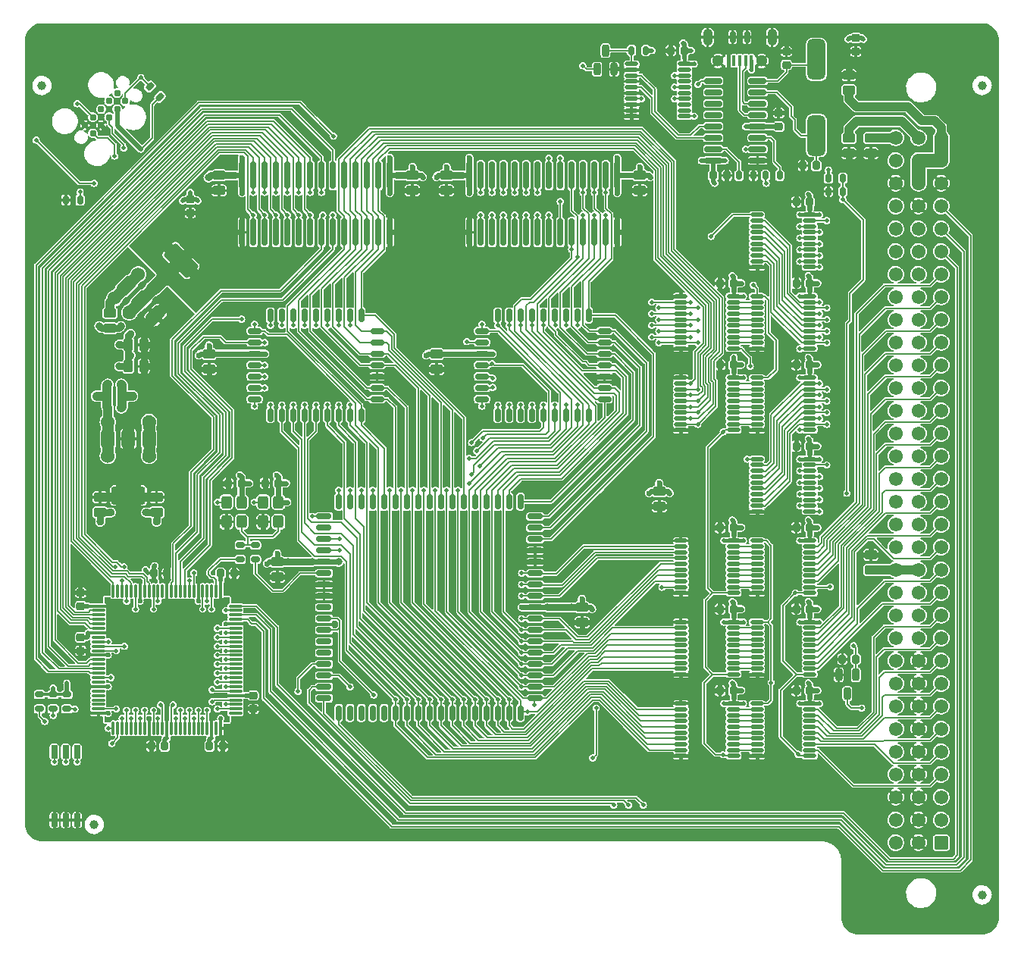
<source format=gtl>
G04 #@! TF.GenerationSoftware,KiCad,Pcbnew,(6.0.1-0)*
G04 #@! TF.CreationDate,2022-02-03T05:16:20-05:00*
G04 #@! TF.ProjectId,Warp-SE,57617270-2d53-4452-9e6b-696361645f70,rev?*
G04 #@! TF.SameCoordinates,Original*
G04 #@! TF.FileFunction,Copper,L1,Top*
G04 #@! TF.FilePolarity,Positive*
%FSLAX46Y46*%
G04 Gerber Fmt 4.6, Leading zero omitted, Abs format (unit mm)*
G04 Created by KiCad (PCBNEW (6.0.1-0)) date 2022-02-03 05:16:20*
%MOMM*%
%LPD*%
G01*
G04 APERTURE LIST*
G04 Aperture macros list*
%AMRoundRect*
0 Rectangle with rounded corners*
0 $1 Rounding radius*
0 $2 $3 $4 $5 $6 $7 $8 $9 X,Y pos of 4 corners*
0 Add a 4 corners polygon primitive as box body*
4,1,4,$2,$3,$4,$5,$6,$7,$8,$9,$2,$3,0*
0 Add four circle primitives for the rounded corners*
1,1,$1+$1,$2,$3*
1,1,$1+$1,$4,$5*
1,1,$1+$1,$6,$7*
1,1,$1+$1,$8,$9*
0 Add four rect primitives between the rounded corners*
20,1,$1+$1,$2,$3,$4,$5,0*
20,1,$1+$1,$4,$5,$6,$7,0*
20,1,$1+$1,$6,$7,$8,$9,0*
20,1,$1+$1,$8,$9,$2,$3,0*%
G04 Aperture macros list end*
G04 #@! TA.AperFunction,SMDPad,CuDef*
%ADD10RoundRect,0.262500X-0.437500X0.262500X-0.437500X-0.262500X0.437500X-0.262500X0.437500X0.262500X0*%
G04 #@! TD*
G04 #@! TA.AperFunction,SMDPad,CuDef*
%ADD11RoundRect,0.262500X0.262500X0.437500X-0.262500X0.437500X-0.262500X-0.437500X0.262500X-0.437500X0*%
G04 #@! TD*
G04 #@! TA.AperFunction,SMDPad,CuDef*
%ADD12RoundRect,0.212500X0.212500X0.262500X-0.212500X0.262500X-0.212500X-0.262500X0.212500X-0.262500X0*%
G04 #@! TD*
G04 #@! TA.AperFunction,SMDPad,CuDef*
%ADD13RoundRect,0.262500X-0.262500X-0.437500X0.262500X-0.437500X0.262500X0.437500X-0.262500X0.437500X0*%
G04 #@! TD*
G04 #@! TA.AperFunction,SMDPad,CuDef*
%ADD14RoundRect,0.075000X0.662500X0.075000X-0.662500X0.075000X-0.662500X-0.075000X0.662500X-0.075000X0*%
G04 #@! TD*
G04 #@! TA.AperFunction,SMDPad,CuDef*
%ADD15RoundRect,0.075000X0.075000X0.662500X-0.075000X0.662500X-0.075000X-0.662500X0.075000X-0.662500X0*%
G04 #@! TD*
G04 #@! TA.AperFunction,SMDPad,CuDef*
%ADD16RoundRect,0.262500X0.437500X-0.262500X0.437500X0.262500X-0.437500X0.262500X-0.437500X-0.262500X0*%
G04 #@! TD*
G04 #@! TA.AperFunction,SMDPad,CuDef*
%ADD17RoundRect,0.300000X-0.176777X-0.813173X0.813173X0.176777X0.176777X0.813173X-0.813173X-0.176777X0*%
G04 #@! TD*
G04 #@! TA.AperFunction,SMDPad,CuDef*
%ADD18RoundRect,0.300000X0.636396X-1.626346X1.626346X-0.636396X-0.636396X1.626346X-1.626346X0.636396X0*%
G04 #@! TD*
G04 #@! TA.AperFunction,SMDPad,CuDef*
%ADD19RoundRect,0.150000X-0.150000X1.374000X-0.150000X-1.374000X0.150000X-1.374000X0.150000X1.374000X0*%
G04 #@! TD*
G04 #@! TA.AperFunction,ComponentPad*
%ADD20RoundRect,0.249999X0.525001X0.525001X-0.525001X0.525001X-0.525001X-0.525001X0.525001X-0.525001X0*%
G04 #@! TD*
G04 #@! TA.AperFunction,ComponentPad*
%ADD21C,1.550000*%
G04 #@! TD*
G04 #@! TA.AperFunction,SMDPad,CuDef*
%ADD22RoundRect,0.212500X-0.212500X-0.262500X0.212500X-0.262500X0.212500X0.262500X-0.212500X0.262500X0*%
G04 #@! TD*
G04 #@! TA.AperFunction,SMDPad,CuDef*
%ADD23RoundRect,0.112500X-0.612500X-0.112500X0.612500X-0.112500X0.612500X0.112500X-0.612500X0.112500X0*%
G04 #@! TD*
G04 #@! TA.AperFunction,SMDPad,CuDef*
%ADD24RoundRect,0.212500X-0.262500X0.212500X-0.262500X-0.212500X0.262500X-0.212500X0.262500X0.212500X0*%
G04 #@! TD*
G04 #@! TA.AperFunction,SMDPad,CuDef*
%ADD25RoundRect,0.212500X0.262500X-0.212500X0.262500X0.212500X-0.262500X0.212500X-0.262500X-0.212500X0*%
G04 #@! TD*
G04 #@! TA.AperFunction,SMDPad,CuDef*
%ADD26C,1.000000*%
G04 #@! TD*
G04 #@! TA.AperFunction,ComponentPad*
%ADD27C,2.000000*%
G04 #@! TD*
G04 #@! TA.AperFunction,SMDPad,CuDef*
%ADD28RoundRect,0.175000X-0.300000X0.175000X-0.300000X-0.175000X0.300000X-0.175000X0.300000X0.175000X0*%
G04 #@! TD*
G04 #@! TA.AperFunction,SMDPad,CuDef*
%ADD29RoundRect,0.300000X-0.300000X0.400000X-0.300000X-0.400000X0.300000X-0.400000X0.300000X0.400000X0*%
G04 #@! TD*
G04 #@! TA.AperFunction,SMDPad,CuDef*
%ADD30RoundRect,0.150000X0.587500X-0.150000X0.587500X0.150000X-0.587500X0.150000X-0.587500X-0.150000X0*%
G04 #@! TD*
G04 #@! TA.AperFunction,SMDPad,CuDef*
%ADD31RoundRect,0.150000X0.150000X-0.587500X0.150000X0.587500X-0.150000X0.587500X-0.150000X-0.587500X0*%
G04 #@! TD*
G04 #@! TA.AperFunction,SMDPad,CuDef*
%ADD32RoundRect,0.150000X-0.150000X-0.700000X0.150000X-0.700000X0.150000X0.700000X-0.150000X0.700000X0*%
G04 #@! TD*
G04 #@! TA.AperFunction,SMDPad,CuDef*
%ADD33RoundRect,0.150000X-0.700000X-0.150000X0.700000X-0.150000X0.700000X0.150000X-0.700000X0.150000X0*%
G04 #@! TD*
G04 #@! TA.AperFunction,SMDPad,CuDef*
%ADD34RoundRect,0.300000X-0.450000X0.700000X-0.450000X-0.700000X0.450000X-0.700000X0.450000X0.700000X0*%
G04 #@! TD*
G04 #@! TA.AperFunction,SMDPad,CuDef*
%ADD35RoundRect,0.300000X-1.600000X0.700000X-1.600000X-0.700000X1.600000X-0.700000X1.600000X0.700000X0*%
G04 #@! TD*
G04 #@! TA.AperFunction,ConnectorPad*
%ADD36C,0.787400*%
G04 #@! TD*
G04 #@! TA.AperFunction,SMDPad,CuDef*
%ADD37RoundRect,0.080000X0.120000X0.545000X-0.120000X0.545000X-0.120000X-0.545000X0.120000X-0.545000X0*%
G04 #@! TD*
G04 #@! TA.AperFunction,ComponentPad*
%ADD38O,1.070000X1.900000*%
G04 #@! TD*
G04 #@! TA.AperFunction,SMDPad,CuDef*
%ADD39RoundRect,0.150000X0.150000X0.525000X-0.150000X0.525000X-0.150000X-0.525000X0.150000X-0.525000X0*%
G04 #@! TD*
G04 #@! TA.AperFunction,ComponentPad*
%ADD40C,1.300000*%
G04 #@! TD*
G04 #@! TA.AperFunction,SMDPad,CuDef*
%ADD41RoundRect,0.175000X0.175000X0.300000X-0.175000X0.300000X-0.175000X-0.300000X0.175000X-0.300000X0*%
G04 #@! TD*
G04 #@! TA.AperFunction,SMDPad,CuDef*
%ADD42RoundRect,0.175000X0.335876X0.088388X0.088388X0.335876X-0.335876X-0.088388X-0.088388X-0.335876X0*%
G04 #@! TD*
G04 #@! TA.AperFunction,SMDPad,CuDef*
%ADD43RoundRect,0.200000X-0.200000X0.475000X-0.200000X-0.475000X0.200000X-0.475000X0.200000X0.475000X0*%
G04 #@! TD*
G04 #@! TA.AperFunction,SMDPad,CuDef*
%ADD44RoundRect,0.190000X-0.190000X0.572000X-0.190000X-0.572000X0.190000X-0.572000X0.190000X0.572000X0*%
G04 #@! TD*
G04 #@! TA.AperFunction,SMDPad,CuDef*
%ADD45RoundRect,0.175000X-0.175000X-0.300000X0.175000X-0.300000X0.175000X0.300000X-0.175000X0.300000X0*%
G04 #@! TD*
G04 #@! TA.AperFunction,SMDPad,CuDef*
%ADD46RoundRect,0.150000X0.825000X0.150000X-0.825000X0.150000X-0.825000X-0.150000X0.825000X-0.150000X0*%
G04 #@! TD*
G04 #@! TA.AperFunction,SMDPad,CuDef*
%ADD47RoundRect,0.500000X-0.500000X1.750000X-0.500000X-1.750000X0.500000X-1.750000X0.500000X1.750000X0*%
G04 #@! TD*
G04 #@! TA.AperFunction,SMDPad,CuDef*
%ADD48RoundRect,0.200000X0.200000X-0.475000X0.200000X0.475000X-0.200000X0.475000X-0.200000X-0.475000X0*%
G04 #@! TD*
G04 #@! TA.AperFunction,ViaPad*
%ADD49C,0.800000*%
G04 #@! TD*
G04 #@! TA.AperFunction,ViaPad*
%ADD50C,0.500000*%
G04 #@! TD*
G04 #@! TA.AperFunction,ViaPad*
%ADD51C,1.524000*%
G04 #@! TD*
G04 #@! TA.AperFunction,ViaPad*
%ADD52C,0.600000*%
G04 #@! TD*
G04 #@! TA.AperFunction,ViaPad*
%ADD53C,1.000000*%
G04 #@! TD*
G04 #@! TA.AperFunction,ViaPad*
%ADD54C,1.270000*%
G04 #@! TD*
G04 #@! TA.AperFunction,Conductor*
%ADD55C,0.800000*%
G04 #@! TD*
G04 #@! TA.AperFunction,Conductor*
%ADD56C,0.600000*%
G04 #@! TD*
G04 #@! TA.AperFunction,Conductor*
%ADD57C,0.500000*%
G04 #@! TD*
G04 #@! TA.AperFunction,Conductor*
%ADD58C,0.450000*%
G04 #@! TD*
G04 #@! TA.AperFunction,Conductor*
%ADD59C,0.300000*%
G04 #@! TD*
G04 #@! TA.AperFunction,Conductor*
%ADD60C,0.150000*%
G04 #@! TD*
G04 #@! TA.AperFunction,Conductor*
%ADD61C,1.270000*%
G04 #@! TD*
G04 #@! TA.AperFunction,Conductor*
%ADD62C,1.524000*%
G04 #@! TD*
G04 #@! TA.AperFunction,Conductor*
%ADD63C,0.350000*%
G04 #@! TD*
G04 #@! TA.AperFunction,Conductor*
%ADD64C,1.000000*%
G04 #@! TD*
G04 #@! TA.AperFunction,Conductor*
%ADD65C,0.400000*%
G04 #@! TD*
G04 APERTURE END LIST*
D10*
X112903000Y-70358000D03*
X112903000Y-72058000D03*
D11*
X116649500Y-73914000D03*
X114949500Y-73914000D03*
X116649500Y-76327000D03*
X114949500Y-76327000D03*
D12*
X131700000Y-89400000D03*
X130200000Y-89400000D03*
D13*
X112550000Y-79650000D03*
X114250000Y-79650000D03*
D14*
X126912500Y-115100000D03*
X126912500Y-114600000D03*
X126912500Y-114100000D03*
X126912500Y-113600000D03*
X126912500Y-113100000D03*
X126912500Y-112600000D03*
X126912500Y-112100000D03*
X126912500Y-111600000D03*
X126912500Y-111100000D03*
X126912500Y-110600000D03*
X126912500Y-110100000D03*
X126912500Y-109600000D03*
X126912500Y-109100000D03*
X126912500Y-108600000D03*
X126912500Y-108100000D03*
X126912500Y-107600000D03*
X126912500Y-107100000D03*
X126912500Y-106600000D03*
X126912500Y-106100000D03*
X126912500Y-105600000D03*
X126912500Y-105100000D03*
X126912500Y-104600000D03*
X126912500Y-104100000D03*
X126912500Y-103600000D03*
X126912500Y-103100000D03*
D15*
X125250000Y-101437500D03*
X124750000Y-101437500D03*
X124250000Y-101437500D03*
X123750000Y-101437500D03*
X123250000Y-101437500D03*
X122750000Y-101437500D03*
X122250000Y-101437500D03*
X121750000Y-101437500D03*
X121250000Y-101437500D03*
X120750000Y-101437500D03*
X120250000Y-101437500D03*
X119750000Y-101437500D03*
X119250000Y-101437500D03*
X118750000Y-101437500D03*
X118250000Y-101437500D03*
X117750000Y-101437500D03*
X117250000Y-101437500D03*
X116750000Y-101437500D03*
X116250000Y-101437500D03*
X115750000Y-101437500D03*
X115250000Y-101437500D03*
X114750000Y-101437500D03*
X114250000Y-101437500D03*
X113750000Y-101437500D03*
X113250000Y-101437500D03*
D14*
X111587500Y-103100000D03*
X111587500Y-103600000D03*
X111587500Y-104100000D03*
X111587500Y-104600000D03*
X111587500Y-105100000D03*
X111587500Y-105600000D03*
X111587500Y-106100000D03*
X111587500Y-106600000D03*
X111587500Y-107100000D03*
X111587500Y-107600000D03*
X111587500Y-108100000D03*
X111587500Y-108600000D03*
X111587500Y-109100000D03*
X111587500Y-109600000D03*
X111587500Y-110100000D03*
X111587500Y-110600000D03*
X111587500Y-111100000D03*
X111587500Y-111600000D03*
X111587500Y-112100000D03*
X111587500Y-112600000D03*
X111587500Y-113100000D03*
X111587500Y-113600000D03*
X111587500Y-114100000D03*
X111587500Y-114600000D03*
X111587500Y-115100000D03*
D15*
X113250000Y-116762500D03*
X113750000Y-116762500D03*
X114250000Y-116762500D03*
X114750000Y-116762500D03*
X115250000Y-116762500D03*
X115750000Y-116762500D03*
X116250000Y-116762500D03*
X116750000Y-116762500D03*
X117250000Y-116762500D03*
X117750000Y-116762500D03*
X118250000Y-116762500D03*
X118750000Y-116762500D03*
X119250000Y-116762500D03*
X119750000Y-116762500D03*
X120250000Y-116762500D03*
X120750000Y-116762500D03*
X121250000Y-116762500D03*
X121750000Y-116762500D03*
X122250000Y-116762500D03*
X122750000Y-116762500D03*
X123250000Y-116762500D03*
X123750000Y-116762500D03*
X124250000Y-116762500D03*
X124750000Y-116762500D03*
X125250000Y-116762500D03*
D16*
X195453000Y-45466000D03*
X195453000Y-43766000D03*
D10*
X195453000Y-50800000D03*
X195453000Y-52500000D03*
X197866000Y-50800000D03*
X197866000Y-52500000D03*
D17*
X114746268Y-67351041D03*
X116372614Y-68977386D03*
D18*
X120827386Y-64522614D03*
D17*
X117998959Y-70603732D03*
D19*
X169545000Y-54991000D03*
X168275000Y-54991000D03*
X167005000Y-54991000D03*
X165735000Y-54991000D03*
X164465000Y-54991000D03*
X163195000Y-54991000D03*
X161925000Y-54991000D03*
X160655000Y-54991000D03*
X159385000Y-54991000D03*
X158115000Y-54991000D03*
X156845000Y-54991000D03*
X155575000Y-54991000D03*
X154305000Y-54991000D03*
X153035000Y-54991000D03*
X153035000Y-61341000D03*
X154305000Y-61341000D03*
X155575000Y-61341000D03*
X156845000Y-61341000D03*
X158115000Y-61341000D03*
X159385000Y-61341000D03*
X160655000Y-61341000D03*
X161925000Y-61341000D03*
X163195000Y-61341000D03*
X164465000Y-61341000D03*
X165735000Y-61341000D03*
X167005000Y-61341000D03*
X168275000Y-61341000D03*
X169545000Y-61341000D03*
D20*
X205740000Y-129540000D03*
D21*
X205740000Y-127000000D03*
X205740000Y-124460000D03*
X205740000Y-121920000D03*
X205740000Y-119380000D03*
X205740000Y-116840000D03*
X205740000Y-114300000D03*
X205740000Y-111760000D03*
X205740000Y-109220000D03*
X205740000Y-106680000D03*
X205740000Y-104140000D03*
X205740000Y-101600000D03*
X205740000Y-99060000D03*
X205740000Y-96520000D03*
X205740000Y-93980000D03*
X205740000Y-91440000D03*
X205740000Y-88900000D03*
X205740000Y-86360000D03*
X205740000Y-83820000D03*
X205740000Y-81280000D03*
X205740000Y-78740000D03*
X205740000Y-76200000D03*
X205740000Y-73660000D03*
X205740000Y-71120000D03*
X205740000Y-68580000D03*
X205740000Y-66040000D03*
X205740000Y-63500000D03*
X205740000Y-60960000D03*
X205740000Y-58420000D03*
X205740000Y-55880000D03*
X205740000Y-53340000D03*
X205740000Y-50800000D03*
X203200000Y-129540000D03*
X203200000Y-127000000D03*
X203200000Y-124460000D03*
X203200000Y-121920000D03*
X203200000Y-119380000D03*
X203200000Y-116840000D03*
X203200000Y-114300000D03*
X203200000Y-111760000D03*
X203200000Y-109220000D03*
X203200000Y-106680000D03*
X203200000Y-104140000D03*
X203200000Y-101600000D03*
X203200000Y-99060000D03*
X203200000Y-96520000D03*
X203200000Y-93980000D03*
X203200000Y-91440000D03*
X203200000Y-88900000D03*
X203200000Y-86360000D03*
X203200000Y-83820000D03*
X203200000Y-81280000D03*
X203200000Y-78740000D03*
X203200000Y-76200000D03*
X203200000Y-73660000D03*
X203200000Y-71120000D03*
X203200000Y-68580000D03*
X203200000Y-66040000D03*
X203200000Y-63500000D03*
X203200000Y-60960000D03*
X203200000Y-58420000D03*
X203200000Y-55880000D03*
X203200000Y-53340000D03*
X203200000Y-50800000D03*
X200660000Y-129540000D03*
X200660000Y-127000000D03*
X200660000Y-124460000D03*
X200660000Y-121920000D03*
X200660000Y-119380000D03*
X200660000Y-116840000D03*
X200660000Y-114300000D03*
X200660000Y-111760000D03*
X200660000Y-109220000D03*
X200660000Y-106680000D03*
X200660000Y-104140000D03*
X200660000Y-101600000D03*
X200660000Y-99060000D03*
X200660000Y-96520000D03*
X200660000Y-93980000D03*
X200660000Y-91440000D03*
X200660000Y-88900000D03*
X200660000Y-86360000D03*
X200660000Y-83820000D03*
X200660000Y-81280000D03*
X200660000Y-78740000D03*
X200660000Y-76200000D03*
X200660000Y-73660000D03*
X200660000Y-71120000D03*
X200660000Y-68580000D03*
X200660000Y-66040000D03*
X200660000Y-63500000D03*
X200660000Y-60960000D03*
X200660000Y-58420000D03*
X200660000Y-55880000D03*
X200660000Y-53340000D03*
X200660000Y-50800000D03*
D22*
X125250000Y-99450000D03*
X126750000Y-99450000D03*
D23*
X176650000Y-95800000D03*
X176650000Y-96450000D03*
X176650000Y-97100000D03*
X176650000Y-97750000D03*
X176650000Y-98400000D03*
X176650000Y-99050000D03*
X176650000Y-99700000D03*
X176650000Y-100350000D03*
X176650000Y-101000000D03*
X176650000Y-101650000D03*
X182550000Y-101650000D03*
X182550000Y-101000000D03*
X182550000Y-100350000D03*
X182550000Y-99700000D03*
X182550000Y-99050000D03*
X182550000Y-98400000D03*
X182550000Y-97750000D03*
X182550000Y-97100000D03*
X182550000Y-96450000D03*
X182550000Y-95800000D03*
D12*
X182550000Y-94350000D03*
X181050000Y-94350000D03*
X191050000Y-57950000D03*
X189550000Y-57950000D03*
X191050000Y-94350000D03*
X189550000Y-94350000D03*
X191050000Y-85250000D03*
X189550000Y-85250000D03*
X182550000Y-112550000D03*
X181050000Y-112550000D03*
X191050000Y-112550000D03*
X189550000Y-112550000D03*
X191050000Y-67050000D03*
X189550000Y-67050000D03*
X182550000Y-67050000D03*
X181050000Y-67050000D03*
X182550000Y-76150000D03*
X181050000Y-76150000D03*
X182550000Y-103450000D03*
X181050000Y-103450000D03*
X191050000Y-103450000D03*
X189550000Y-103450000D03*
D16*
X197866000Y-99060000D03*
X197866000Y-97360000D03*
D10*
X131572000Y-98171000D03*
X131572000Y-99871000D03*
X165608000Y-103251000D03*
X165608000Y-104951000D03*
D23*
X176650000Y-68500000D03*
X176650000Y-69150000D03*
X176650000Y-69800000D03*
X176650000Y-70450000D03*
X176650000Y-71100000D03*
X176650000Y-71750000D03*
X176650000Y-72400000D03*
X176650000Y-73050000D03*
X176650000Y-73700000D03*
X176650000Y-74350000D03*
X182550000Y-74350000D03*
X182550000Y-73700000D03*
X182550000Y-73050000D03*
X182550000Y-72400000D03*
X182550000Y-71750000D03*
X182550000Y-71100000D03*
X182550000Y-70450000D03*
X182550000Y-69800000D03*
X182550000Y-69150000D03*
X182550000Y-68500000D03*
X176650000Y-77600000D03*
X176650000Y-78250000D03*
X176650000Y-78900000D03*
X176650000Y-79550000D03*
X176650000Y-80200000D03*
X176650000Y-80850000D03*
X176650000Y-81500000D03*
X176650000Y-82150000D03*
X176650000Y-82800000D03*
X176650000Y-83450000D03*
X182550000Y-83450000D03*
X182550000Y-82800000D03*
X182550000Y-82150000D03*
X182550000Y-81500000D03*
X182550000Y-80850000D03*
X182550000Y-80200000D03*
X182550000Y-79550000D03*
X182550000Y-78900000D03*
X182550000Y-78250000D03*
X182550000Y-77600000D03*
X185150000Y-59400000D03*
X185150000Y-60050000D03*
X185150000Y-60700000D03*
X185150000Y-61350000D03*
X185150000Y-62000000D03*
X185150000Y-62650000D03*
X185150000Y-63300000D03*
X185150000Y-63950000D03*
X185150000Y-64600000D03*
X185150000Y-65250000D03*
X191050000Y-65250000D03*
X191050000Y-64600000D03*
X191050000Y-63950000D03*
X191050000Y-63300000D03*
X191050000Y-62650000D03*
X191050000Y-62000000D03*
X191050000Y-61350000D03*
X191050000Y-60700000D03*
X191050000Y-60050000D03*
X191050000Y-59400000D03*
X185150000Y-68500000D03*
X185150000Y-69150000D03*
X185150000Y-69800000D03*
X185150000Y-70450000D03*
X185150000Y-71100000D03*
X185150000Y-71750000D03*
X185150000Y-72400000D03*
X185150000Y-73050000D03*
X185150000Y-73700000D03*
X185150000Y-74350000D03*
X191050000Y-74350000D03*
X191050000Y-73700000D03*
X191050000Y-73050000D03*
X191050000Y-72400000D03*
X191050000Y-71750000D03*
X191050000Y-71100000D03*
X191050000Y-70450000D03*
X191050000Y-69800000D03*
X191050000Y-69150000D03*
X191050000Y-68500000D03*
X185150000Y-86700000D03*
X185150000Y-87350000D03*
X185150000Y-88000000D03*
X185150000Y-88650000D03*
X185150000Y-89300000D03*
X185150000Y-89950000D03*
X185150000Y-90600000D03*
X185150000Y-91250000D03*
X185150000Y-91900000D03*
X185150000Y-92550000D03*
X191050000Y-92550000D03*
X191050000Y-91900000D03*
X191050000Y-91250000D03*
X191050000Y-90600000D03*
X191050000Y-89950000D03*
X191050000Y-89300000D03*
X191050000Y-88650000D03*
X191050000Y-88000000D03*
X191050000Y-87350000D03*
X191050000Y-86700000D03*
X185150000Y-77600000D03*
X185150000Y-78250000D03*
X185150000Y-78900000D03*
X185150000Y-79550000D03*
X185150000Y-80200000D03*
X185150000Y-80850000D03*
X185150000Y-81500000D03*
X185150000Y-82150000D03*
X185150000Y-82800000D03*
X185150000Y-83450000D03*
X191050000Y-83450000D03*
X191050000Y-82800000D03*
X191050000Y-82150000D03*
X191050000Y-81500000D03*
X191050000Y-80850000D03*
X191050000Y-80200000D03*
X191050000Y-79550000D03*
X191050000Y-78900000D03*
X191050000Y-78250000D03*
X191050000Y-77600000D03*
X176650000Y-104900000D03*
X176650000Y-105550000D03*
X176650000Y-106200000D03*
X176650000Y-106850000D03*
X176650000Y-107500000D03*
X176650000Y-108150000D03*
X176650000Y-108800000D03*
X176650000Y-109450000D03*
X176650000Y-110100000D03*
X176650000Y-110750000D03*
X182550000Y-110750000D03*
X182550000Y-110100000D03*
X182550000Y-109450000D03*
X182550000Y-108800000D03*
X182550000Y-108150000D03*
X182550000Y-107500000D03*
X182550000Y-106850000D03*
X182550000Y-106200000D03*
X182550000Y-105550000D03*
X182550000Y-104900000D03*
X176650000Y-114000000D03*
X176650000Y-114650000D03*
X176650000Y-115300000D03*
X176650000Y-115950000D03*
X176650000Y-116600000D03*
X176650000Y-117250000D03*
X176650000Y-117900000D03*
X176650000Y-118550000D03*
X176650000Y-119200000D03*
X176650000Y-119850000D03*
X182550000Y-119850000D03*
X182550000Y-119200000D03*
X182550000Y-118550000D03*
X182550000Y-117900000D03*
X182550000Y-117250000D03*
X182550000Y-116600000D03*
X182550000Y-115950000D03*
X182550000Y-115300000D03*
X182550000Y-114650000D03*
X182550000Y-114000000D03*
X185150000Y-95800000D03*
X185150000Y-96450000D03*
X185150000Y-97100000D03*
X185150000Y-97750000D03*
X185150000Y-98400000D03*
X185150000Y-99050000D03*
X185150000Y-99700000D03*
X185150000Y-100350000D03*
X185150000Y-101000000D03*
X185150000Y-101650000D03*
X191050000Y-101650000D03*
X191050000Y-101000000D03*
X191050000Y-100350000D03*
X191050000Y-99700000D03*
X191050000Y-99050000D03*
X191050000Y-98400000D03*
X191050000Y-97750000D03*
X191050000Y-97100000D03*
X191050000Y-96450000D03*
X191050000Y-95800000D03*
X185150000Y-104900000D03*
X185150000Y-105550000D03*
X185150000Y-106200000D03*
X185150000Y-106850000D03*
X185150000Y-107500000D03*
X185150000Y-108150000D03*
X185150000Y-108800000D03*
X185150000Y-109450000D03*
X185150000Y-110100000D03*
X185150000Y-110750000D03*
X191050000Y-110750000D03*
X191050000Y-110100000D03*
X191050000Y-109450000D03*
X191050000Y-108800000D03*
X191050000Y-108150000D03*
X191050000Y-107500000D03*
X191050000Y-106850000D03*
X191050000Y-106200000D03*
X191050000Y-105550000D03*
X191050000Y-104900000D03*
X185150000Y-114000000D03*
X185150000Y-114650000D03*
X185150000Y-115300000D03*
X185150000Y-115950000D03*
X185150000Y-116600000D03*
X185150000Y-117250000D03*
X185150000Y-117900000D03*
X185150000Y-118550000D03*
X185150000Y-119200000D03*
X185150000Y-119850000D03*
X191050000Y-119850000D03*
X191050000Y-119200000D03*
X191050000Y-118550000D03*
X191050000Y-117900000D03*
X191050000Y-117250000D03*
X191050000Y-116600000D03*
X191050000Y-115950000D03*
X191050000Y-115300000D03*
X191050000Y-114650000D03*
X191050000Y-114000000D03*
D19*
X144145000Y-54991000D03*
X142875000Y-54991000D03*
X141605000Y-54991000D03*
X140335000Y-54991000D03*
X139065000Y-54991000D03*
X137795000Y-54991000D03*
X136525000Y-54991000D03*
X135255000Y-54991000D03*
X133985000Y-54991000D03*
X132715000Y-54991000D03*
X131445000Y-54991000D03*
X130175000Y-54991000D03*
X128905000Y-54991000D03*
X127635000Y-54991000D03*
X127635000Y-61341000D03*
X128905000Y-61341000D03*
X130175000Y-61341000D03*
X131445000Y-61341000D03*
X132715000Y-61341000D03*
X133985000Y-61341000D03*
X135255000Y-61341000D03*
X136525000Y-61341000D03*
X137795000Y-61341000D03*
X139065000Y-61341000D03*
X140335000Y-61341000D03*
X141605000Y-61341000D03*
X142875000Y-61341000D03*
X144145000Y-61341000D03*
D12*
X127600000Y-89400000D03*
X126100000Y-89400000D03*
D22*
X124000000Y-118750000D03*
X125500000Y-118750000D03*
D24*
X109600000Y-106600000D03*
X109600000Y-108100000D03*
D12*
X119000000Y-118750000D03*
X117500000Y-118750000D03*
X119250000Y-99450000D03*
X117750000Y-99450000D03*
D24*
X128900000Y-113100000D03*
X128900000Y-114600000D03*
D25*
X109600000Y-103100000D03*
X109600000Y-101600000D03*
D26*
X105283000Y-44958000D03*
X210312000Y-44958000D03*
X210312000Y-135382000D03*
X111125000Y-127508000D03*
D27*
X105283000Y-42418000D03*
X210312000Y-39878000D03*
X210312000Y-137922000D03*
X196469000Y-137922000D03*
X113665000Y-127508000D03*
D28*
X129150000Y-96300000D03*
X129150000Y-97900000D03*
X127450000Y-96300000D03*
X127450000Y-97900000D03*
X106553000Y-112992000D03*
X106553000Y-114592000D03*
X108077000Y-112992000D03*
X108077000Y-114592000D03*
D29*
X130000000Y-91500000D03*
X130000000Y-93700000D03*
X131700000Y-93700000D03*
X131700000Y-91500000D03*
X125900000Y-91500000D03*
X125900000Y-93700000D03*
X127600000Y-93700000D03*
X127600000Y-91500000D03*
D30*
X129052500Y-76200000D03*
X129052500Y-77470000D03*
X129052500Y-78740000D03*
X129052500Y-80010000D03*
D31*
X130810000Y-81762500D03*
X132080000Y-81762500D03*
X133350000Y-81762500D03*
X134620000Y-81762500D03*
X135890000Y-81762500D03*
X137160000Y-81762500D03*
X138430000Y-81762500D03*
X139700000Y-81762500D03*
X140970000Y-81762500D03*
D30*
X142727500Y-80010000D03*
X142727500Y-78740000D03*
X142727500Y-77470000D03*
X142727500Y-76200000D03*
X142727500Y-74930000D03*
X142727500Y-73660000D03*
X142727500Y-72390000D03*
D31*
X140970000Y-70637500D03*
X139700000Y-70637500D03*
X138430000Y-70637500D03*
X137160000Y-70637500D03*
X135890000Y-70637500D03*
X134620000Y-70637500D03*
X133350000Y-70637500D03*
X132080000Y-70637500D03*
X130810000Y-70637500D03*
D30*
X129052500Y-72390000D03*
X129052500Y-73660000D03*
X129052500Y-74930000D03*
X154452500Y-76200000D03*
X154452500Y-77470000D03*
X154452500Y-78740000D03*
X154452500Y-80010000D03*
D31*
X156210000Y-81762500D03*
X157480000Y-81762500D03*
X158750000Y-81762500D03*
X160020000Y-81762500D03*
X161290000Y-81762500D03*
X162560000Y-81762500D03*
X163830000Y-81762500D03*
X165100000Y-81762500D03*
X166370000Y-81762500D03*
D30*
X168127500Y-80010000D03*
X168127500Y-78740000D03*
X168127500Y-77470000D03*
X168127500Y-76200000D03*
X168127500Y-74930000D03*
X168127500Y-73660000D03*
X168127500Y-72390000D03*
D31*
X166370000Y-70637500D03*
X165100000Y-70637500D03*
X163830000Y-70637500D03*
X162560000Y-70637500D03*
X161290000Y-70637500D03*
X160020000Y-70637500D03*
X158750000Y-70637500D03*
X157480000Y-70637500D03*
X156210000Y-70637500D03*
D30*
X154452500Y-72390000D03*
X154452500Y-73660000D03*
X154452500Y-74930000D03*
D32*
X148590000Y-91451000D03*
X147320000Y-91451000D03*
X146050000Y-91451000D03*
X144780000Y-91451000D03*
X143510000Y-91451000D03*
X142240000Y-91451000D03*
X140970000Y-91451000D03*
X139700000Y-91451000D03*
X138430000Y-91451000D03*
D33*
X136790000Y-93091000D03*
X136790000Y-94361000D03*
X136790000Y-95631000D03*
X136790000Y-96901000D03*
X136790000Y-98171000D03*
X136790000Y-99441000D03*
X136790000Y-100711000D03*
X136790000Y-101981000D03*
X136790000Y-103251000D03*
X136790000Y-104521000D03*
X136790000Y-105791000D03*
X136790000Y-107061000D03*
X136790000Y-108331000D03*
X136790000Y-109601000D03*
X136790000Y-110871000D03*
X136790000Y-112141000D03*
X136790000Y-113411000D03*
D32*
X138430000Y-115051000D03*
X139700000Y-115051000D03*
X140970000Y-115051000D03*
X142240000Y-115051000D03*
X143510000Y-115051000D03*
X144780000Y-115051000D03*
X146050000Y-115051000D03*
X147320000Y-115051000D03*
X148590000Y-115051000D03*
X149860000Y-115051000D03*
X151130000Y-115051000D03*
X152400000Y-115051000D03*
X153670000Y-115051000D03*
X154940000Y-115051000D03*
X156210000Y-115051000D03*
X157480000Y-115051000D03*
X158750000Y-115051000D03*
D33*
X160390000Y-113411000D03*
X160390000Y-112141000D03*
X160390000Y-110871000D03*
X160390000Y-109601000D03*
X160390000Y-108331000D03*
X160390000Y-107061000D03*
X160390000Y-105791000D03*
X160390000Y-104521000D03*
X160390000Y-103251000D03*
X160390000Y-101981000D03*
X160390000Y-100711000D03*
X160390000Y-99441000D03*
X160390000Y-98171000D03*
X160390000Y-96901000D03*
X160390000Y-95631000D03*
X160390000Y-94361000D03*
X160390000Y-93091000D03*
D32*
X158750000Y-91451000D03*
X157480000Y-91451000D03*
X156210000Y-91451000D03*
X154940000Y-91451000D03*
X153670000Y-91451000D03*
X152400000Y-91451000D03*
X151130000Y-91451000D03*
X149860000Y-91451000D03*
D34*
X117250000Y-84450000D03*
X114950000Y-84450000D03*
D35*
X114950000Y-90750000D03*
D34*
X112650000Y-84450000D03*
D10*
X111800000Y-90950000D03*
X111800000Y-92650000D03*
X118100000Y-90950000D03*
X118100000Y-92650000D03*
X123952000Y-74930000D03*
X123952000Y-76630000D03*
X149352000Y-74930000D03*
X149352000Y-76630000D03*
X172085000Y-54991000D03*
X172085000Y-56691000D03*
X125095000Y-54991000D03*
X125095000Y-56691000D03*
X146685000Y-54991000D03*
X146685000Y-56691000D03*
X150495000Y-54991000D03*
X150495000Y-56691000D03*
D12*
X191050000Y-76150000D03*
X189550000Y-76150000D03*
D36*
X110998000Y-50292000D03*
X111896025Y-49393974D03*
X112794051Y-48495949D03*
X113692076Y-47597923D03*
X114590102Y-46699898D03*
X113692076Y-45801872D03*
X112794051Y-46699898D03*
X111896025Y-47597923D03*
X110998000Y-48495949D03*
X110099974Y-49393974D03*
D37*
X184550000Y-42187500D03*
X183900000Y-42187500D03*
X183250000Y-42187500D03*
X182600000Y-42187500D03*
X181950000Y-42187500D03*
D38*
X179650000Y-39562500D03*
X186850000Y-39562500D03*
D39*
X182450000Y-39537500D03*
D40*
X185675000Y-42212500D03*
X180825000Y-42212500D03*
D39*
X184050000Y-39537500D03*
D41*
X109550000Y-57750000D03*
X107950000Y-57750000D03*
D42*
X118479370Y-46216370D03*
X117348000Y-45085000D03*
D43*
X196200000Y-110800000D03*
X194300000Y-110800000D03*
X195250000Y-112900000D03*
D44*
X109220000Y-119380000D03*
X107950000Y-119380000D03*
X106680000Y-119380000D03*
X106680000Y-127000000D03*
X107950000Y-127000000D03*
X109220000Y-127000000D03*
D28*
X105029000Y-112992000D03*
X105029000Y-114592000D03*
D25*
X187579000Y-49530000D03*
X187579000Y-48030000D03*
D12*
X191800000Y-53900000D03*
X190300000Y-53900000D03*
D41*
X172750000Y-41050000D03*
X171150000Y-41050000D03*
D45*
X186106000Y-54991000D03*
X187706000Y-54991000D03*
D41*
X194750000Y-56800000D03*
X193150000Y-56800000D03*
D23*
X171150000Y-42550000D03*
X171150000Y-43200000D03*
X171150000Y-43850000D03*
X171150000Y-44500000D03*
X171150000Y-45150000D03*
X171150000Y-45800000D03*
X171150000Y-46450000D03*
X171150000Y-47100000D03*
X171150000Y-47750000D03*
X171150000Y-48400000D03*
X177050000Y-48400000D03*
X177050000Y-47750000D03*
X177050000Y-47100000D03*
X177050000Y-46450000D03*
X177050000Y-45800000D03*
X177050000Y-45150000D03*
X177050000Y-44500000D03*
X177050000Y-43850000D03*
X177050000Y-43200000D03*
X177050000Y-42550000D03*
D12*
X196200000Y-109050000D03*
X194700000Y-109050000D03*
D10*
X174250000Y-90300000D03*
X174250000Y-92000000D03*
D45*
X183159500Y-54991000D03*
X184759500Y-54991000D03*
D46*
X185228000Y-53340000D03*
X185228000Y-52070000D03*
X185228000Y-50800000D03*
X185228000Y-49530000D03*
X185228000Y-48260000D03*
X185228000Y-46990000D03*
X185228000Y-45720000D03*
X185228000Y-44450000D03*
X180278000Y-44450000D03*
X180278000Y-45720000D03*
X180278000Y-46990000D03*
X180278000Y-48260000D03*
X180278000Y-49530000D03*
X180278000Y-50800000D03*
X180278000Y-52070000D03*
X180278000Y-53340000D03*
D22*
X180276500Y-54991000D03*
X181776500Y-54991000D03*
D47*
X191800000Y-42050000D03*
X191800000Y-50550000D03*
D48*
X167300000Y-43150000D03*
X169200000Y-43150000D03*
X168250000Y-41050000D03*
D41*
X194750000Y-55300000D03*
X193150000Y-55300000D03*
D25*
X188450000Y-42650000D03*
X188450000Y-41150000D03*
D12*
X177050000Y-41050000D03*
X175550000Y-41050000D03*
D24*
X121850000Y-57700000D03*
X121850000Y-59200000D03*
X196200000Y-39650000D03*
X196200000Y-41150000D03*
D49*
X194246500Y-44005500D03*
D50*
X167640000Y-71120000D03*
X137160000Y-63182500D03*
X137922000Y-58420000D03*
X165354000Y-108585000D03*
X138303000Y-63309500D03*
X163131500Y-105283000D03*
X164211000Y-108331000D03*
X163893500Y-106553000D03*
X161671000Y-108966000D03*
X166560500Y-110998000D03*
X158940500Y-75692000D03*
X167640000Y-81851500D03*
X141478000Y-66294000D03*
X131699000Y-67373500D03*
X161671000Y-94996000D03*
X161671000Y-100076000D03*
X161671000Y-93726000D03*
X168656000Y-81343500D03*
X161671000Y-106426000D03*
X161671000Y-107696000D03*
X161671000Y-105156000D03*
X161671000Y-101346000D03*
X161671000Y-111506000D03*
X163068000Y-101282500D03*
X161671000Y-110236000D03*
X161734500Y-112649000D03*
D49*
X195453000Y-42735500D03*
D51*
X117700000Y-67650000D03*
D49*
X196659500Y-44005500D03*
D50*
X196913500Y-104330500D03*
D49*
X113919000Y-73914000D03*
D50*
X196800000Y-68050000D03*
X198374000Y-82994500D03*
X199009000Y-86868000D03*
X198600000Y-65550000D03*
D52*
X125095000Y-76644500D03*
D49*
X113919000Y-76327000D03*
D50*
X195262500Y-136525000D03*
X195262500Y-131445000D03*
X196596000Y-102298500D03*
X208534000Y-139128500D03*
X198056500Y-80772000D03*
X211518500Y-130810000D03*
X197104000Y-74168000D03*
X198247000Y-139128500D03*
X208661000Y-38671500D03*
X197400000Y-75700000D03*
X211518500Y-136525000D03*
X203390500Y-139128500D03*
D52*
X122809000Y-76644500D03*
D50*
X198550000Y-62350000D03*
X193421000Y-128714500D03*
X198850000Y-63900000D03*
X198691500Y-85153500D03*
X197850000Y-78250000D03*
D49*
X115189000Y-72707500D03*
D50*
X196786500Y-71882000D03*
X194150000Y-74150000D03*
X194850000Y-70600000D03*
D49*
X114109500Y-71818500D03*
X111696500Y-71818500D03*
D50*
X183261000Y-128714500D03*
X188341000Y-128714500D03*
X173101000Y-128714500D03*
X178181000Y-128714500D03*
D49*
X115189000Y-75120500D03*
D50*
X162941000Y-128714500D03*
X168021000Y-128714500D03*
X147701000Y-128714500D03*
X142621000Y-128714500D03*
X152781000Y-128714500D03*
X157861000Y-128714500D03*
X127381000Y-128714500D03*
X122301000Y-128714500D03*
X132461000Y-128714500D03*
X137541000Y-128714500D03*
X107061000Y-128714500D03*
X104076500Y-43815000D03*
X112141000Y-128714500D03*
X117221000Y-128714500D03*
X104076500Y-49530000D03*
X104076500Y-59690000D03*
X104076500Y-54610000D03*
X104076500Y-100330000D03*
X104076500Y-105410000D03*
X104076500Y-85090000D03*
X104076500Y-125730000D03*
X104076500Y-95250000D03*
X104076500Y-110490000D03*
X104076500Y-80010000D03*
X104076500Y-115570000D03*
X104076500Y-120650000D03*
X104076500Y-64770000D03*
X104076500Y-69850000D03*
X104076500Y-90170000D03*
X104076500Y-74930000D03*
X189700000Y-75300000D03*
X181200000Y-66200000D03*
X189700000Y-66200000D03*
X189700000Y-84400000D03*
X189700000Y-93500000D03*
X189700000Y-102600000D03*
X181200000Y-102600000D03*
X189700000Y-111700000D03*
X181200000Y-111700000D03*
D52*
X188700000Y-103450000D03*
X180200000Y-103450000D03*
X188700000Y-112550000D03*
X180200000Y-112550000D03*
D50*
X177750000Y-119850000D03*
D52*
X164465000Y-104775000D03*
D50*
X175550000Y-119850000D03*
X175550000Y-77600000D03*
X176650000Y-77000000D03*
X176650000Y-67900000D03*
X175550000Y-68500000D03*
X189700000Y-57100000D03*
D52*
X197866000Y-96393000D03*
X188700000Y-94350000D03*
X188700000Y-76150000D03*
X166751000Y-104775000D03*
X196723000Y-97536000D03*
X199009000Y-97536000D03*
X169291000Y-77470000D03*
X166941500Y-77470000D03*
X143891000Y-77470000D03*
X141541500Y-77470000D03*
D50*
X117250000Y-117900000D03*
X181600000Y-75200000D03*
X125250000Y-117900000D03*
D52*
X145542000Y-56515000D03*
X151638000Y-56515000D03*
X169545000Y-59372500D03*
X147828000Y-56515000D03*
X170307000Y-61341000D03*
X169545000Y-63309500D03*
X153035000Y-59372500D03*
X152273000Y-61341000D03*
X153035000Y-63309500D03*
X144145000Y-63309500D03*
X144145000Y-59372500D03*
X144907000Y-61341000D03*
X126873000Y-61341000D03*
X127635000Y-63309500D03*
X127635000Y-59372500D03*
D50*
X181200000Y-77000000D03*
X117250000Y-115650000D03*
X181200000Y-67900000D03*
D52*
X165608000Y-105918000D03*
D50*
X181200000Y-93500000D03*
D52*
X180200000Y-94350000D03*
D50*
X177750000Y-101650000D03*
X176650000Y-102250000D03*
X175550000Y-101650000D03*
X137160000Y-69405500D03*
X110450000Y-112100000D03*
X110450000Y-115100000D03*
X112700000Y-112100000D03*
X111600000Y-115650000D03*
X112700000Y-108600000D03*
X110450000Y-108600000D03*
X114450000Y-120600000D03*
X116078000Y-120332500D03*
X117475000Y-123190000D03*
X115951000Y-123190000D03*
X114150000Y-119500000D03*
X119300000Y-119700000D03*
X120000000Y-119000000D03*
X120500000Y-118100000D03*
X124400000Y-99400000D03*
X122000000Y-118100000D03*
X112050000Y-118200000D03*
X112800000Y-119450000D03*
D51*
X115050000Y-70300000D03*
X122150000Y-63200000D03*
X119500000Y-65850000D03*
X122850000Y-66550000D03*
D50*
X142621000Y-38671500D03*
X122301000Y-38671500D03*
X117221000Y-38671500D03*
X127381000Y-38671500D03*
X132461000Y-38671500D03*
D51*
X118800000Y-62500000D03*
X120700000Y-61650000D03*
X123700000Y-64650000D03*
D50*
X183261000Y-38634000D03*
X168021000Y-38671500D03*
X147701000Y-38671500D03*
X137541000Y-38671500D03*
X152781000Y-38671500D03*
X147447000Y-102806500D03*
X162941000Y-38671500D03*
X144145000Y-89154000D03*
X157861000Y-38671500D03*
D52*
X125900000Y-94800000D03*
D50*
X126350000Y-118650000D03*
X173101000Y-38671500D03*
X178181000Y-38671500D03*
X188341000Y-38671500D03*
D52*
X124900000Y-93700000D03*
D50*
X198501000Y-38671500D03*
X211518500Y-90170000D03*
X193421000Y-38671500D03*
X211518500Y-49530000D03*
X156210000Y-93980000D03*
X151765000Y-83693000D03*
X211518500Y-95250000D03*
X152527000Y-103759000D03*
X211518500Y-43815000D03*
X211518500Y-115570000D03*
X211518500Y-59690000D03*
X211518500Y-120650000D03*
X211518500Y-54610000D03*
X211518500Y-110490000D03*
X211518500Y-69850000D03*
X211518500Y-105410000D03*
X211518500Y-64770000D03*
X211518500Y-74930000D03*
X211518500Y-80010000D03*
X211518500Y-100330000D03*
X211518500Y-125730000D03*
X139700000Y-69405500D03*
X211518500Y-85090000D03*
X150495000Y-83693000D03*
X149225000Y-84391500D03*
X147955000Y-85661500D03*
X146685000Y-86931500D03*
X145415000Y-88201500D03*
X145097500Y-77216000D03*
X145669000Y-74231500D03*
X139065000Y-75311000D03*
X163830000Y-68262500D03*
X161417000Y-69405500D03*
X162560000Y-69405500D03*
X163830000Y-69405500D03*
X165100000Y-69405500D03*
X165100000Y-67500500D03*
X131953000Y-68389500D03*
X132080000Y-69405500D03*
X134620000Y-69405500D03*
X135890000Y-68389500D03*
X137160000Y-67754500D03*
X138430000Y-67119500D03*
X138430000Y-69405500D03*
X135890000Y-69405500D03*
X203581000Y-38671500D03*
D52*
X135509000Y-100711000D03*
X161671000Y-96901000D03*
X161671000Y-98171000D03*
X158877000Y-98171000D03*
D50*
X112141000Y-38671500D03*
D52*
X158877000Y-96901000D03*
D50*
X107061000Y-38671500D03*
X184050000Y-65250000D03*
D52*
X138303000Y-101981000D03*
D50*
X186250000Y-65250000D03*
D52*
X135509000Y-101981000D03*
X138303000Y-100711000D03*
D50*
X185150000Y-65850000D03*
X185150000Y-74950000D03*
X186250000Y-74350000D03*
X184050000Y-83450000D03*
X184050000Y-74350000D03*
X186250000Y-83450000D03*
X185150000Y-84050000D03*
X185150000Y-93150000D03*
X184050000Y-92550000D03*
X186250000Y-92550000D03*
X184050000Y-101650000D03*
X186250000Y-101650000D03*
X185150000Y-102250000D03*
X186250000Y-110750000D03*
X185150000Y-111350000D03*
X184050000Y-110750000D03*
X186250000Y-119850000D03*
X175550000Y-83450000D03*
X177750000Y-83450000D03*
X176650000Y-84050000D03*
X176650000Y-74950000D03*
X175550000Y-74350000D03*
X177750000Y-74350000D03*
X185150000Y-120450000D03*
X184050000Y-119850000D03*
X177750000Y-110750000D03*
X176650000Y-111350000D03*
X175550000Y-110750000D03*
X176650000Y-120450000D03*
D49*
X199072500Y-52260500D03*
D50*
X139700000Y-66484500D03*
D49*
X196659500Y-52260500D03*
X194246500Y-52260500D03*
X195453000Y-53530500D03*
X197866000Y-53530500D03*
X123888500Y-56451500D03*
D50*
X116850000Y-99050000D03*
X121250000Y-98350000D03*
X120740000Y-97480000D03*
X108450000Y-109300000D03*
X107350000Y-109600000D03*
X106250000Y-109900000D03*
X107250000Y-104550000D03*
X109900000Y-105500000D03*
D49*
X113000000Y-92650000D03*
X116900000Y-92650000D03*
X111800000Y-93700000D03*
X118100000Y-93700000D03*
D51*
X117250000Y-86350000D03*
X117250000Y-82550000D03*
D53*
X115400000Y-79650000D03*
X114150000Y-80950000D03*
D50*
X152336500Y-80708500D03*
X153797000Y-103759000D03*
D53*
X114150000Y-78350000D03*
D50*
X120450000Y-96350000D03*
D52*
X173228000Y-56515000D03*
X170942000Y-56515000D03*
D50*
X142557500Y-81597500D03*
D52*
X172085000Y-57658000D03*
D50*
X145415000Y-81407000D03*
X146685000Y-81407000D03*
X152019000Y-74218800D03*
X147955000Y-81407000D03*
X150495000Y-81407000D03*
X151765000Y-82105500D03*
X149225000Y-81407000D03*
X147320000Y-93980000D03*
X146177000Y-102806500D03*
X142367000Y-102806500D03*
X157480000Y-100139500D03*
X142113000Y-111760000D03*
X140462000Y-120015000D03*
X138938000Y-120015000D03*
X137414000Y-120015000D03*
X162179000Y-72707500D03*
X140779500Y-75438000D03*
X143891000Y-75565000D03*
X139700000Y-87757000D03*
X140970000Y-88138000D03*
X142240000Y-89154000D03*
D52*
X126250000Y-90300000D03*
X130350000Y-90300000D03*
X130400000Y-88500000D03*
X126300000Y-88500000D03*
X125250000Y-89400000D03*
X129000000Y-93700000D03*
X130000000Y-94800000D03*
D50*
X145415000Y-116332000D03*
X165862000Y-72517000D03*
X164592000Y-72644000D03*
X163449000Y-72898000D03*
X165798500Y-76327000D03*
X170815000Y-82105500D03*
X171577000Y-82740500D03*
X172339000Y-83375500D03*
X158940500Y-89408000D03*
X173101000Y-84010500D03*
X162242500Y-92011500D03*
X148717000Y-102933500D03*
X149987000Y-103695500D03*
X151257000Y-103759000D03*
X156210000Y-101409500D03*
X154940000Y-102679500D03*
X198882000Y-94043500D03*
X108750000Y-107950000D03*
X109450000Y-108900000D03*
X108750000Y-101750000D03*
X109600000Y-100800000D03*
X110450000Y-101750000D03*
X117900000Y-98600000D03*
X118000000Y-100300000D03*
X127550000Y-99450000D03*
X126600000Y-100300000D03*
X126600000Y-98600000D03*
X128050000Y-114350000D03*
X117700000Y-119600000D03*
X116700000Y-118750000D03*
X125350000Y-119600000D03*
X128900000Y-115400000D03*
X116250000Y-100300000D03*
X116250000Y-102550000D03*
X122750000Y-100300000D03*
X122750000Y-102550000D03*
X128050000Y-105100000D03*
X133800000Y-49200000D03*
X125800000Y-105100000D03*
X144907000Y-102806500D03*
X143637000Y-102806500D03*
X154940000Y-93980000D03*
X144780000Y-93980000D03*
X157480000Y-93980000D03*
X148590000Y-93980000D03*
X146050000Y-93980000D03*
X149860000Y-93980000D03*
X151130000Y-93980000D03*
X143510000Y-93980000D03*
X153670000Y-93980000D03*
X142240000Y-93980000D03*
X152400000Y-93980000D03*
D52*
X130429000Y-99695000D03*
X132715000Y-99695000D03*
X131572000Y-100838000D03*
D50*
X143764000Y-113284000D03*
X147955000Y-116332000D03*
X146685000Y-116332000D03*
X149225000Y-116332000D03*
X150495000Y-116332000D03*
X151765000Y-116332000D03*
X153035000Y-116332000D03*
X154305000Y-116332000D03*
X155575000Y-116332000D03*
X156845000Y-116332000D03*
X158115000Y-116332000D03*
X112700000Y-115100000D03*
X129050000Y-104600000D03*
X128150000Y-103600000D03*
D52*
X148209000Y-76454000D03*
X150495000Y-76454000D03*
X123952000Y-77597000D03*
D50*
X132207000Y-64389000D03*
X143256000Y-70675500D03*
X129800000Y-114450000D03*
X126150000Y-116600000D03*
D52*
X149352000Y-56515000D03*
X150495000Y-57658000D03*
X146685000Y-57658000D03*
D50*
X125250000Y-115650000D03*
X197550000Y-63900000D03*
X192550000Y-119050000D03*
X194250000Y-116250000D03*
X195950000Y-116250000D03*
X197350000Y-109300000D03*
X199000000Y-110200000D03*
X198700000Y-107900000D03*
X199100000Y-95750000D03*
X196150000Y-122700000D03*
X198600000Y-119600000D03*
X193500000Y-110800000D03*
D52*
X174250000Y-92950000D03*
X175400000Y-91800000D03*
X173100000Y-91800000D03*
D50*
X132715000Y-83058000D03*
X133985000Y-83058000D03*
X135255000Y-83058000D03*
X136525000Y-83058000D03*
X131445000Y-83058000D03*
X132207000Y-75819000D03*
X181737000Y-54038500D03*
X186563000Y-53340000D03*
X183896000Y-53340000D03*
X181610000Y-55880000D03*
X182650000Y-59900000D03*
X175700000Y-41900000D03*
X197050000Y-41000000D03*
X195350000Y-41000000D03*
X142850000Y-120015000D03*
X147600000Y-120015000D03*
X162550000Y-123800000D03*
X171950000Y-114150000D03*
X169800000Y-105050000D03*
X166500000Y-96950000D03*
X167500000Y-98250000D03*
X173850000Y-98250000D03*
X129600000Y-117650000D03*
X128550000Y-117300000D03*
X108750000Y-98150000D03*
X108950000Y-96950000D03*
X193150000Y-57700000D03*
X174750000Y-41050000D03*
X189500000Y-53900000D03*
X172250000Y-48400000D03*
X187600000Y-41262500D03*
X181950000Y-43212500D03*
X189300000Y-41300000D03*
X122700000Y-59050000D03*
X121000000Y-59050000D03*
X112522000Y-50038000D03*
X188468000Y-48196500D03*
X186690000Y-48196500D03*
X170000000Y-43200000D03*
X188450000Y-40350000D03*
X187579000Y-47180500D03*
X181950000Y-41162500D03*
X190450000Y-53050000D03*
X175700000Y-40200000D03*
X170050000Y-48400000D03*
X109601000Y-48514000D03*
X171150000Y-49000000D03*
X190450000Y-54750000D03*
X121850000Y-60000000D03*
X191050000Y-104300000D03*
X106553000Y-112268000D03*
D52*
X127635000Y-56959500D03*
X144145000Y-56959500D03*
X144907000Y-54991000D03*
X144145000Y-53022500D03*
X169545000Y-53022500D03*
X127635000Y-53022500D03*
D50*
X138557000Y-95631000D03*
D52*
X153035000Y-56959500D03*
X173228000Y-55181500D03*
X170307000Y-54991000D03*
X169545000Y-56959500D03*
D50*
X138557000Y-96901000D03*
D52*
X172085000Y-54038500D03*
X153035000Y-53022500D03*
X126873000Y-54991000D03*
X152273000Y-54991000D03*
D51*
X113400000Y-68700000D03*
X116050000Y-66050000D03*
D53*
X112650000Y-80950000D03*
D52*
X125095000Y-74930000D03*
D51*
X112650000Y-86350000D03*
D52*
X130238500Y-74930000D03*
X127889000Y-74930000D03*
D49*
X123888500Y-55245000D03*
D51*
X112650000Y-82550000D03*
D52*
X150495000Y-74930000D03*
D53*
X112650000Y-78350000D03*
X111400000Y-79650000D03*
D52*
X122809000Y-75120500D03*
X123952000Y-73977500D03*
D49*
X132778500Y-98171000D03*
X164401500Y-103251000D03*
D52*
X146685000Y-54038500D03*
X158877000Y-103251000D03*
D49*
X161734500Y-103251000D03*
D52*
X150495000Y-54038500D03*
D49*
X138430000Y-98171000D03*
X135445500Y-98171000D03*
D52*
X130429000Y-98361500D03*
X131572000Y-97218500D03*
X148209000Y-75120500D03*
D50*
X182600000Y-75300000D03*
D52*
X147828000Y-55181500D03*
X149352000Y-55181500D03*
X153289000Y-74930000D03*
X155638500Y-74930000D03*
D50*
X190900000Y-84400000D03*
X182400000Y-66200000D03*
X190900000Y-75300000D03*
X190900000Y-66200000D03*
X190900000Y-57100000D03*
X189950000Y-68500000D03*
X183650000Y-68500000D03*
D52*
X166751000Y-103441500D03*
X165608000Y-102298500D03*
D50*
X182550000Y-95200000D03*
X183650000Y-95800000D03*
X182400000Y-93500000D03*
D52*
X183400000Y-94350000D03*
D50*
X181450000Y-95800000D03*
X190900000Y-93500000D03*
X182550000Y-113400000D03*
X191050000Y-77000000D03*
X183650000Y-77600000D03*
X189950000Y-104900000D03*
X192150000Y-104900000D03*
X189950000Y-114000000D03*
X189950000Y-59400000D03*
X191050000Y-58800000D03*
X191050000Y-67900000D03*
X189950000Y-77600000D03*
X191050000Y-86100000D03*
X189950000Y-86700000D03*
X191050000Y-95200000D03*
X189950000Y-95800000D03*
X192150000Y-86700000D03*
X192150000Y-59400000D03*
X182550000Y-67900000D03*
X181450000Y-114000000D03*
X192150000Y-114000000D03*
X181450000Y-104900000D03*
X183650000Y-104900000D03*
X182550000Y-77000000D03*
X183650000Y-114000000D03*
X182550000Y-104300000D03*
X191050000Y-113400000D03*
D52*
X191900000Y-67050000D03*
X183400000Y-67050000D03*
X191900000Y-76150000D03*
X183400000Y-76150000D03*
X191900000Y-94350000D03*
X191900000Y-85250000D03*
X191900000Y-112550000D03*
X183400000Y-112550000D03*
X191900000Y-103450000D03*
X183400000Y-103450000D03*
D50*
X182400000Y-111700000D03*
X190900000Y-111700000D03*
X182400000Y-102600000D03*
X190900000Y-102600000D03*
D52*
X174250000Y-89350000D03*
X173100000Y-90500000D03*
X175400000Y-90500000D03*
D50*
X177050000Y-41950000D03*
X176900000Y-40200000D03*
X173450000Y-41050000D03*
X178150000Y-48400000D03*
X177850000Y-41050000D03*
X108077000Y-111700000D03*
X178150000Y-42550000D03*
D53*
X123700000Y-85350000D03*
D52*
X132550000Y-89400000D03*
X127400000Y-88500000D03*
X131500000Y-88500000D03*
X127600000Y-90350000D03*
X132700000Y-91500000D03*
X131700000Y-90350000D03*
X128450000Y-89400000D03*
D49*
X117665500Y-73914000D03*
D51*
X116652691Y-71950000D03*
D50*
X178943000Y-53340000D03*
X181610000Y-53340000D03*
X183896000Y-49530000D03*
X186563000Y-49530000D03*
X180276500Y-54038500D03*
X180467000Y-55880000D03*
D54*
X119300000Y-69302691D03*
D50*
X121850000Y-56900000D03*
X122700000Y-57850000D03*
X186182000Y-55880000D03*
X116332000Y-52070000D03*
X121000000Y-57850000D03*
X167195500Y-114495500D03*
X120750000Y-114750000D03*
X142367000Y-113030000D03*
X166814500Y-120078500D03*
X196850000Y-114500000D03*
X115750000Y-114750000D03*
X115250000Y-115650000D03*
X114750000Y-114750000D03*
X193350000Y-100950000D03*
X114250000Y-115650000D03*
X113600000Y-114600000D03*
X113100000Y-118450000D03*
X112700000Y-116750000D03*
X169164000Y-125349000D03*
X170815000Y-125349000D03*
X172466000Y-125349000D03*
X192950000Y-82800000D03*
X192150000Y-82150000D03*
X192950000Y-81500000D03*
X192150000Y-80850000D03*
X192950000Y-80200000D03*
X192150000Y-79550000D03*
X192950000Y-78900000D03*
X192150000Y-78250000D03*
X192950000Y-73700000D03*
X192150000Y-73050000D03*
X192950000Y-72400000D03*
X192150000Y-71750000D03*
X192950000Y-71100000D03*
X192150000Y-70450000D03*
X192950000Y-69800000D03*
X192150000Y-69150000D03*
X114750000Y-102550000D03*
X175950000Y-45150000D03*
X116332000Y-44069000D03*
X114250000Y-100300000D03*
X109550000Y-56850000D03*
X175950000Y-46450000D03*
X113411000Y-52832000D03*
X116750000Y-114750000D03*
X114427000Y-51943000D03*
X178562000Y-44831000D03*
X111125000Y-55880000D03*
X104648000Y-51054000D03*
X115750000Y-103450000D03*
X109220000Y-46990000D03*
X175950000Y-43850000D03*
X184550000Y-43212500D03*
X193150000Y-54400000D03*
X197050000Y-39800000D03*
X195350000Y-39800000D03*
X107950000Y-120523000D03*
X106553000Y-115316000D03*
X114500000Y-107600000D03*
X129000000Y-91500000D03*
X109220000Y-120523000D03*
X108966000Y-114617500D03*
X113000000Y-111100000D03*
X121750000Y-114750000D03*
X133900000Y-112650000D03*
X139700000Y-112141000D03*
X121250000Y-115650000D03*
X184050000Y-86700000D03*
X120250000Y-115650000D03*
X180050000Y-61800000D03*
X184750000Y-67250000D03*
X119950000Y-114150000D03*
X186750000Y-111650000D03*
X118550000Y-114150000D03*
X192150000Y-65250000D03*
X192150000Y-92550000D03*
X118250000Y-115650000D03*
X189950000Y-74350000D03*
X189950000Y-83450000D03*
X189450000Y-101650000D03*
X189750000Y-119650000D03*
X117750000Y-114750000D03*
X184400000Y-76300000D03*
X181350000Y-119700000D03*
X116250000Y-115650000D03*
X181400000Y-83650000D03*
X137160000Y-80645000D03*
X124900000Y-114600000D03*
X149860000Y-113538000D03*
X157480000Y-80645000D03*
X125800000Y-114100000D03*
X138430000Y-80645000D03*
X151130000Y-113538000D03*
X156210000Y-80645000D03*
X154432000Y-80772000D03*
X152400000Y-113538000D03*
X124300000Y-113800000D03*
X139700000Y-80645000D03*
X124300000Y-112450000D03*
X163830000Y-71755000D03*
X153670000Y-113538000D03*
X129032000Y-71628000D03*
X130175000Y-77470000D03*
X154559000Y-84328000D03*
X155575000Y-76009500D03*
X154940000Y-113538000D03*
X144145000Y-90170000D03*
X125800000Y-112100000D03*
X163195000Y-53086000D03*
X137858500Y-50609500D03*
X136525000Y-56896000D03*
X161925000Y-53086000D03*
X135255000Y-56896000D03*
X154305000Y-56896000D03*
X124900000Y-91500000D03*
X112700000Y-107100000D03*
X130810000Y-80645000D03*
X153289000Y-84836000D03*
X161290000Y-80645000D03*
X145415000Y-90170000D03*
X156210000Y-113538000D03*
X124900000Y-111600000D03*
X154305000Y-59436000D03*
X135255000Y-59436000D03*
X155575000Y-56896000D03*
X133985000Y-56896000D03*
X155575000Y-59436000D03*
X133985000Y-59436000D03*
X132715000Y-56896000D03*
X156845000Y-56896000D03*
X156845000Y-59436000D03*
X132715000Y-59436000D03*
X158115000Y-56896000D03*
X131445000Y-56896000D03*
X129032000Y-80772000D03*
X153860500Y-85788500D03*
X162560000Y-80645000D03*
X125800000Y-111100000D03*
X146685000Y-90170000D03*
X157480000Y-113538000D03*
X131445000Y-59436000D03*
X158115000Y-59436000D03*
X159385000Y-56896000D03*
X130175000Y-56896000D03*
X130175000Y-59436000D03*
X159385000Y-59436000D03*
X160655000Y-56896000D03*
X128905000Y-56896000D03*
X117750000Y-103450000D03*
X113450000Y-98700000D03*
X128905000Y-59436000D03*
X118250000Y-102550000D03*
X114450000Y-98700000D03*
X160655000Y-59436000D03*
X124900000Y-110600000D03*
X147955000Y-90170000D03*
X159512000Y-114935000D03*
X138430000Y-71755000D03*
X153035000Y-86614000D03*
X154432000Y-71628000D03*
X161925000Y-59436000D03*
X136652000Y-59436000D03*
X137160000Y-71755000D03*
X162623500Y-71755000D03*
X137795000Y-59436000D03*
X163195000Y-57912000D03*
X165100000Y-71755000D03*
X139700000Y-71755000D03*
X127600000Y-71050000D03*
X152749250Y-73564750D03*
X130175000Y-73660000D03*
X140970000Y-90170000D03*
X121750000Y-100300000D03*
X122250000Y-99400000D03*
X142240000Y-90170000D03*
X123250000Y-103450000D03*
X139700000Y-90170000D03*
X135890000Y-71755000D03*
X125800000Y-110100000D03*
X149225000Y-90170000D03*
X160274000Y-114173000D03*
X154178000Y-87503000D03*
X156210000Y-71755000D03*
X124250000Y-103450000D03*
X135509000Y-93091000D03*
X124900000Y-109600000D03*
X158877000Y-112141000D03*
X153289000Y-88392000D03*
X150495000Y-90170000D03*
X163830000Y-80645000D03*
X130175000Y-78740000D03*
X125800000Y-109100000D03*
X158877000Y-110871000D03*
X153035000Y-89408000D03*
X151765000Y-90170000D03*
X165100000Y-80645000D03*
X130175000Y-76200000D03*
X134620000Y-71755000D03*
X124900000Y-108600000D03*
X158877000Y-109601000D03*
X157480000Y-71755000D03*
X125800000Y-108100000D03*
X158877000Y-108331000D03*
X158750000Y-71755000D03*
X133350000Y-71755000D03*
X158877000Y-107061000D03*
X124900000Y-107600000D03*
X160020000Y-71755000D03*
X132080000Y-71755000D03*
X158877000Y-105791000D03*
X125800000Y-107100000D03*
X161290000Y-71755000D03*
X130810000Y-71755000D03*
X158877000Y-104521000D03*
X124900000Y-106600000D03*
X158877000Y-101981000D03*
X125800000Y-106100000D03*
X124900000Y-105600000D03*
X158877000Y-100711000D03*
X158877000Y-99441000D03*
X125800000Y-103600000D03*
X123750000Y-102550000D03*
X138430000Y-90170000D03*
X174550000Y-101000000D03*
X189950000Y-88000000D03*
X178550000Y-78900000D03*
X192950000Y-87350000D03*
X177750000Y-78250000D03*
X192150000Y-88650000D03*
X177750000Y-79550000D03*
X192150000Y-89950000D03*
X177750000Y-80850000D03*
X192150000Y-91200000D03*
X177750000Y-82150000D03*
X189950000Y-91900000D03*
X178550000Y-82800000D03*
X189950000Y-90600000D03*
X178550000Y-81500000D03*
X189950000Y-89300000D03*
X178550000Y-80200000D03*
X189950000Y-60700000D03*
X178550000Y-69800000D03*
X168275000Y-59436000D03*
X174200000Y-69800000D03*
X192950000Y-60050000D03*
X177750000Y-69150000D03*
X168275000Y-56896000D03*
X173400000Y-69150000D03*
X192150000Y-61350000D03*
X177750000Y-70450000D03*
X167005000Y-56896000D03*
X173400000Y-70450000D03*
X192150000Y-62650000D03*
X177750000Y-71750000D03*
X165735000Y-56896000D03*
X173400000Y-71750000D03*
X192150000Y-63950000D03*
X177750000Y-73050000D03*
X173400000Y-73050000D03*
X165100000Y-64135000D03*
X164465000Y-63246000D03*
X189950000Y-64600000D03*
X178550000Y-73700000D03*
X174200000Y-73700000D03*
X189950000Y-63300000D03*
X178550000Y-72400000D03*
X165735000Y-59436000D03*
X174200000Y-72400000D03*
X189950000Y-62000000D03*
X178550000Y-71100000D03*
X167005000Y-59436000D03*
X174200000Y-71100000D03*
X144780000Y-113538000D03*
X122250000Y-115650000D03*
X132080000Y-80645000D03*
X155638500Y-77660500D03*
X146050000Y-113538000D03*
X122750000Y-114750000D03*
X133350000Y-80645000D03*
X160020000Y-80645000D03*
X155638500Y-78676500D03*
X134620000Y-80645000D03*
X147320000Y-113538000D03*
X123250000Y-115650000D03*
X148590000Y-113538000D03*
X123750000Y-114750000D03*
X135890000Y-80645000D03*
X158750000Y-80645000D03*
X183896000Y-52070000D03*
X172250000Y-46450000D03*
X195950000Y-107550000D03*
X165700000Y-42750000D03*
X195200000Y-90500000D03*
X194750000Y-57700000D03*
X105600000Y-116000000D03*
X106680000Y-120523000D03*
X113600000Y-108100000D03*
D55*
X195453000Y-43766000D02*
X196420000Y-43766000D01*
X196420000Y-43766000D02*
X196659500Y-44005500D01*
X194486000Y-43766000D02*
X194246500Y-44005500D01*
X195453000Y-43766000D02*
X194486000Y-43766000D01*
X195453000Y-43766000D02*
X195453000Y-42735500D01*
X114949500Y-73914000D02*
X113919000Y-73914000D01*
D56*
X125080500Y-76630000D02*
X125095000Y-76644500D01*
X122823500Y-76630000D02*
X122809000Y-76644500D01*
X123952000Y-76630000D02*
X125080500Y-76630000D01*
D55*
X113870000Y-72058000D02*
X114109500Y-71818500D01*
D56*
X123952000Y-76630000D02*
X122823500Y-76630000D01*
D55*
X112903000Y-72058000D02*
X113870000Y-72058000D01*
X114949500Y-76327000D02*
X113919000Y-76327000D01*
X114949500Y-72947000D02*
X115189000Y-72707500D01*
X112903000Y-72058000D02*
X111936000Y-72058000D01*
X111936000Y-72058000D02*
X111696500Y-71818500D01*
X114949500Y-73914000D02*
X114949500Y-74881000D01*
X114949500Y-74881000D02*
X115189000Y-75120500D01*
X114949500Y-73914000D02*
X114949500Y-72947000D01*
X114949500Y-76327000D02*
X114949500Y-75360000D01*
X114949500Y-75360000D02*
X115189000Y-75120500D01*
D56*
X149352000Y-76630000D02*
X149352000Y-77343000D01*
D57*
X189550000Y-76150000D02*
X189550000Y-75450000D01*
X189550000Y-57950000D02*
X189550000Y-57250000D01*
X189550000Y-75450000D02*
X189700000Y-75300000D01*
X189550000Y-66350000D02*
X189700000Y-66200000D01*
X189550000Y-67050000D02*
X189550000Y-66350000D01*
X181050000Y-67050000D02*
X181050000Y-66350000D01*
X181050000Y-66350000D02*
X181200000Y-66200000D01*
X189550000Y-85250000D02*
X189550000Y-84550000D01*
X189550000Y-93650000D02*
X189700000Y-93500000D01*
X189550000Y-84550000D02*
X189700000Y-84400000D01*
X189550000Y-94350000D02*
X189550000Y-93650000D01*
X189550000Y-103450000D02*
X189550000Y-102750000D01*
X189550000Y-102750000D02*
X189700000Y-102600000D01*
X181050000Y-103450000D02*
X181050000Y-102750000D01*
X181050000Y-102750000D02*
X181200000Y-102600000D01*
X189550000Y-111850000D02*
X189700000Y-111700000D01*
X181050000Y-112550000D02*
X181050000Y-111850000D01*
X189550000Y-112550000D02*
X189550000Y-111850000D01*
X181050000Y-111850000D02*
X181200000Y-111700000D01*
D56*
X181050000Y-103450000D02*
X180200000Y-103450000D01*
X189550000Y-103450000D02*
X188700000Y-103450000D01*
X189550000Y-112550000D02*
X188700000Y-112550000D01*
X166575000Y-104951000D02*
X166751000Y-104775000D01*
X181050000Y-112550000D02*
X180200000Y-112550000D01*
X189550000Y-94350000D02*
X188700000Y-94350000D01*
D58*
X176650000Y-68500000D02*
X175550000Y-68500000D01*
D56*
X165608000Y-104951000D02*
X166575000Y-104951000D01*
D58*
X176650000Y-77600000D02*
X176650000Y-77000000D01*
D56*
X197866000Y-97360000D02*
X197866000Y-96393000D01*
D58*
X176650000Y-68500000D02*
X176650000Y-67900000D01*
D56*
X189550000Y-76150000D02*
X188700000Y-76150000D01*
D57*
X189550000Y-57250000D02*
X189700000Y-57100000D01*
D56*
X196899000Y-97360000D02*
X196723000Y-97536000D01*
X197866000Y-97360000D02*
X196899000Y-97360000D01*
X197866000Y-97360000D02*
X198833000Y-97360000D01*
X198833000Y-97360000D02*
X199009000Y-97536000D01*
X168127500Y-77470000D02*
X169291000Y-77470000D01*
X168127500Y-77470000D02*
X166941500Y-77470000D01*
X142727500Y-77470000D02*
X143891000Y-77470000D01*
X142727500Y-77470000D02*
X141541500Y-77470000D01*
D58*
X176650000Y-77600000D02*
X175550000Y-77600000D01*
D57*
X181050000Y-76150000D02*
X181050000Y-76850000D01*
X117350000Y-117900000D02*
X117250000Y-117900000D01*
D59*
X117250000Y-116762500D02*
X117250000Y-117900000D01*
D57*
X125500000Y-118050000D02*
X125350000Y-117900000D01*
X181050000Y-76850000D02*
X181200000Y-77000000D01*
X117500000Y-118750000D02*
X117500000Y-118050000D01*
D60*
X181050000Y-75474278D02*
X181050000Y-76150000D01*
X180962139Y-75562139D02*
X181050000Y-75474278D01*
X180962139Y-76062139D02*
X180962139Y-75562139D01*
X181050000Y-76150000D02*
X180962139Y-76062139D01*
X181187139Y-76012861D02*
X181187139Y-75512861D01*
X181050000Y-76150000D02*
X181187139Y-76012861D01*
X181500000Y-75200000D02*
X181600000Y-75200000D01*
X181187139Y-75512861D02*
X181500000Y-75200000D01*
X181050000Y-76150000D02*
X181050000Y-75500000D01*
X181350000Y-75200000D02*
X181600000Y-75200000D01*
X181050000Y-75500000D02*
X181350000Y-75200000D01*
D57*
X125500000Y-118750000D02*
X125500000Y-118050000D01*
X125350000Y-117900000D02*
X125250000Y-117900000D01*
D59*
X125250000Y-116762500D02*
X125250000Y-117900000D01*
D56*
X145718000Y-56691000D02*
X145542000Y-56515000D01*
X146685000Y-56691000D02*
X145718000Y-56691000D01*
X150495000Y-56691000D02*
X151462000Y-56691000D01*
X151462000Y-56691000D02*
X151638000Y-56515000D01*
X147652000Y-56691000D02*
X147828000Y-56515000D01*
X146685000Y-56691000D02*
X146685000Y-57658000D01*
X169545000Y-61341000D02*
X169545000Y-63309500D01*
X169545000Y-61341000D02*
X169545000Y-59372500D01*
X169545000Y-61341000D02*
X170307000Y-61341000D01*
X153035000Y-61341000D02*
X153035000Y-63309500D01*
X153035000Y-61341000D02*
X153035000Y-59372500D01*
X153035000Y-61341000D02*
X152273000Y-61341000D01*
X144145000Y-61341000D02*
X144145000Y-59372500D01*
X144145000Y-61341000D02*
X144907000Y-61341000D01*
X144145000Y-61341000D02*
X144145000Y-63309500D01*
X127635000Y-61341000D02*
X126873000Y-61341000D01*
X127635000Y-61341000D02*
X127635000Y-63309500D01*
X164641000Y-104951000D02*
X164465000Y-104775000D01*
D57*
X117500000Y-118050000D02*
X117350000Y-117900000D01*
X181050000Y-67050000D02*
X181050000Y-67750000D01*
X181050000Y-67750000D02*
X181200000Y-67900000D01*
D56*
X165608000Y-104951000D02*
X164641000Y-104951000D01*
X165608000Y-104951000D02*
X165608000Y-105918000D01*
D57*
X181050000Y-94350000D02*
X181050000Y-93650000D01*
D58*
X176650000Y-101650000D02*
X176650000Y-102250000D01*
D57*
X181050000Y-93650000D02*
X181200000Y-93500000D01*
D58*
X176650000Y-101650000D02*
X175550000Y-101650000D01*
X176650000Y-101650000D02*
X177750000Y-101650000D01*
D56*
X181050000Y-94350000D02*
X180200000Y-94350000D01*
X127635000Y-61341000D02*
X127635000Y-59372500D01*
D59*
X117250000Y-116762500D02*
X117250000Y-115650000D01*
X111587500Y-108600000D02*
X110450000Y-108600000D01*
X111587500Y-112100000D02*
X112700000Y-112100000D01*
X111587500Y-115100000D02*
X110450000Y-115100000D01*
X111587500Y-115100000D02*
X111587500Y-115637500D01*
X111587500Y-115637500D02*
X111600000Y-115650000D01*
X111587500Y-112100000D02*
X110450000Y-112100000D01*
X111587500Y-108600000D02*
X112700000Y-108600000D01*
D57*
X125500000Y-118750000D02*
X126250000Y-118750000D01*
D61*
X120827386Y-64522614D02*
X122150000Y-63200000D01*
D62*
X120827386Y-64522614D02*
X119500000Y-65850000D01*
X117700000Y-67650000D02*
X119500000Y-65850000D01*
D61*
X116372614Y-68977386D02*
X115050000Y-70300000D01*
X116372614Y-68977386D02*
X117700000Y-67650000D01*
D57*
X126250000Y-118750000D02*
X126350000Y-118650000D01*
D56*
X125900000Y-93700000D02*
X125900000Y-94800000D01*
X125900000Y-93700000D02*
X124900000Y-93700000D01*
X160262500Y-96901000D02*
X161671000Y-96901000D01*
X160262500Y-98171000D02*
X161671000Y-98171000D01*
X160262500Y-98171000D02*
X158877000Y-98171000D01*
X160262500Y-96901000D02*
X158877000Y-96901000D01*
X136917500Y-101981000D02*
X138303000Y-101981000D01*
D58*
X185150000Y-65250000D02*
X186250000Y-65250000D01*
D56*
X136917500Y-101981000D02*
X135509000Y-101981000D01*
X136917500Y-100711000D02*
X138303000Y-100711000D01*
D58*
X185150000Y-65250000D02*
X184050000Y-65250000D01*
X185150000Y-65250000D02*
X185150000Y-65850000D01*
X185150000Y-74350000D02*
X186250000Y-74350000D01*
X185150000Y-74350000D02*
X185150000Y-74950000D01*
X185150000Y-74350000D02*
X184050000Y-74350000D01*
X185150000Y-83450000D02*
X184050000Y-83450000D01*
X185150000Y-83450000D02*
X185150000Y-84050000D01*
X185150000Y-92550000D02*
X185150000Y-93150000D01*
X185150000Y-83450000D02*
X186250000Y-83450000D01*
X185150000Y-92550000D02*
X186250000Y-92550000D01*
X185150000Y-92550000D02*
X184050000Y-92550000D01*
X185150000Y-101650000D02*
X184050000Y-101650000D01*
X185150000Y-101650000D02*
X186250000Y-101650000D01*
X185150000Y-101650000D02*
X185150000Y-102250000D01*
X185150000Y-110750000D02*
X186250000Y-110750000D01*
X185150000Y-110750000D02*
X184050000Y-110750000D01*
X185150000Y-110750000D02*
X185150000Y-111350000D01*
X176650000Y-83450000D02*
X175550000Y-83450000D01*
X176650000Y-74350000D02*
X176650000Y-74950000D01*
X176650000Y-74350000D02*
X177750000Y-74350000D01*
X176650000Y-83450000D02*
X176650000Y-84050000D01*
X185150000Y-119850000D02*
X186250000Y-119850000D01*
X176650000Y-74350000D02*
X175550000Y-74350000D01*
X185150000Y-119850000D02*
X184050000Y-119850000D01*
X185150000Y-119850000D02*
X185150000Y-120450000D01*
X176650000Y-83450000D02*
X177750000Y-83450000D01*
X176650000Y-110750000D02*
X175550000Y-110750000D01*
X176650000Y-110750000D02*
X176650000Y-111350000D01*
X176650000Y-119850000D02*
X177750000Y-119850000D01*
X176650000Y-110750000D02*
X177750000Y-110750000D01*
X176650000Y-119850000D02*
X176650000Y-120450000D01*
D56*
X136917500Y-100711000D02*
X135509000Y-100711000D01*
D58*
X176650000Y-119850000D02*
X175550000Y-119850000D01*
D55*
X198833000Y-52500000D02*
X199072500Y-52260500D01*
X197866000Y-52500000D02*
X198833000Y-52500000D01*
X196899000Y-52500000D02*
X196659500Y-52260500D01*
X197866000Y-52500000D02*
X196899000Y-52500000D01*
X194486000Y-52500000D02*
X194246500Y-52260500D01*
X195453000Y-52500000D02*
X194486000Y-52500000D01*
X196420000Y-52500000D02*
X196659500Y-52260500D01*
X195453000Y-52500000D02*
X196420000Y-52500000D01*
X195453000Y-52500000D02*
X195453000Y-53530500D01*
X197866000Y-52500000D02*
X197866000Y-53530500D01*
X124128000Y-56691000D02*
X123888500Y-56451500D01*
X125095000Y-56691000D02*
X124128000Y-56691000D01*
D63*
X117750000Y-99450000D02*
X117115698Y-99450000D01*
X116850000Y-99184302D02*
X116850000Y-99050000D01*
X117115698Y-99450000D02*
X116850000Y-99184302D01*
D55*
X111800000Y-92650000D02*
X113000000Y-92650000D01*
X118100000Y-92650000D02*
X116900000Y-92650000D01*
X111800000Y-92650000D02*
X111800000Y-93700000D01*
X118100000Y-92650000D02*
X118100000Y-93700000D01*
D61*
X117250000Y-84450000D02*
X117250000Y-86350000D01*
X117250000Y-84450000D02*
X117250000Y-82550000D01*
D64*
X114250000Y-79650000D02*
X115400000Y-79650000D01*
X114250000Y-80850000D02*
X114150000Y-80950000D01*
X114250000Y-79650000D02*
X114250000Y-80850000D01*
X114250000Y-78450000D02*
X114150000Y-78350000D01*
X114250000Y-79650000D02*
X114250000Y-78450000D01*
D56*
X173052000Y-56691000D02*
X173228000Y-56515000D01*
X172085000Y-56691000D02*
X173052000Y-56691000D01*
X171118000Y-56691000D02*
X170942000Y-56515000D01*
X172085000Y-56691000D02*
X171118000Y-56691000D01*
X172085000Y-56691000D02*
X172085000Y-57658000D01*
X126100000Y-90150000D02*
X126250000Y-90300000D01*
X126100000Y-89400000D02*
X126100000Y-90150000D01*
X130200000Y-90150000D02*
X130350000Y-90300000D01*
X130200000Y-89400000D02*
X130200000Y-90150000D01*
X130200000Y-88700000D02*
X130400000Y-88500000D01*
X130200000Y-89400000D02*
X130200000Y-88700000D01*
X126100000Y-88700000D02*
X126300000Y-88500000D01*
X126100000Y-89400000D02*
X126100000Y-88700000D01*
X126100000Y-89400000D02*
X125250000Y-89400000D01*
X130000000Y-93700000D02*
X129000000Y-93700000D01*
X130000000Y-93700000D02*
X130000000Y-94800000D01*
D57*
X109600000Y-108100000D02*
X108900000Y-108100000D01*
X108900000Y-108100000D02*
X108750000Y-107950000D01*
X109600000Y-108100000D02*
X109600000Y-108750000D01*
X109600000Y-108750000D02*
X109450000Y-108900000D01*
X109600000Y-101600000D02*
X108900000Y-101600000D01*
X108900000Y-101600000D02*
X108750000Y-101750000D01*
X109600000Y-101600000D02*
X109600000Y-100800000D01*
X109600000Y-101600000D02*
X110300000Y-101600000D01*
X110300000Y-101600000D02*
X110450000Y-101750000D01*
X117750000Y-99450000D02*
X117750000Y-98750000D01*
X117750000Y-98750000D02*
X117900000Y-98600000D01*
X117750000Y-100150000D02*
X117900000Y-100300000D01*
X117900000Y-100300000D02*
X118000000Y-100300000D01*
X117750000Y-99450000D02*
X117750000Y-100150000D01*
X126750000Y-99450000D02*
X127550000Y-99450000D01*
X126750000Y-99450000D02*
X126750000Y-100150000D01*
X126750000Y-100150000D02*
X126600000Y-100300000D01*
X126750000Y-99450000D02*
X126750000Y-98750000D01*
X126750000Y-98750000D02*
X126600000Y-98600000D01*
X128200000Y-114600000D02*
X128050000Y-114450000D01*
X128050000Y-114450000D02*
X128050000Y-114350000D01*
X128900000Y-114600000D02*
X128200000Y-114600000D01*
X117500000Y-118750000D02*
X117500000Y-119450000D01*
X117500000Y-119450000D02*
X117650000Y-119600000D01*
X117500000Y-118750000D02*
X116700000Y-118750000D01*
X125500000Y-118750000D02*
X125500000Y-119450000D01*
X125500000Y-119450000D02*
X125350000Y-119600000D01*
X128900000Y-114600000D02*
X128900000Y-115400000D01*
D59*
X116250000Y-101437500D02*
X116250000Y-100300000D01*
X116250000Y-101437500D02*
X116250000Y-102550000D01*
X122750000Y-100300000D02*
X122750000Y-101437500D01*
X122750000Y-101437500D02*
X122750000Y-102550000D01*
X126912500Y-105100000D02*
X128050000Y-105100000D01*
X126912500Y-105100000D02*
X125800000Y-105100000D01*
D56*
X130605000Y-99871000D02*
X130429000Y-99695000D01*
X131572000Y-99871000D02*
X130605000Y-99871000D01*
X132539000Y-99871000D02*
X132715000Y-99695000D01*
X131572000Y-99871000D02*
X132539000Y-99871000D01*
X131572000Y-99871000D02*
X131572000Y-100838000D01*
D59*
X111587500Y-115100000D02*
X112700000Y-115100000D01*
D56*
X148385000Y-76630000D02*
X148209000Y-76454000D01*
X149352000Y-76630000D02*
X148385000Y-76630000D01*
X150319000Y-76630000D02*
X150495000Y-76454000D01*
X149352000Y-76630000D02*
X150319000Y-76630000D01*
X123952000Y-76630000D02*
X123952000Y-77597000D01*
D57*
X129650000Y-114600000D02*
X128900000Y-114600000D01*
X129800000Y-114450000D02*
X129650000Y-114600000D01*
D56*
X146685000Y-56691000D02*
X147652000Y-56691000D01*
X150495000Y-56691000D02*
X149528000Y-56691000D01*
X149528000Y-56691000D02*
X149352000Y-56515000D01*
X150495000Y-56691000D02*
X150495000Y-57658000D01*
D57*
X109600000Y-108100000D02*
X110300000Y-108100000D01*
X110300000Y-108100000D02*
X110450000Y-108250000D01*
X110450000Y-108250000D02*
X110450000Y-108600000D01*
D59*
X125250000Y-116762500D02*
X125250000Y-115650000D01*
D56*
X174250000Y-92000000D02*
X174250000Y-92950000D01*
X174250000Y-92000000D02*
X175200000Y-92000000D01*
X175200000Y-92000000D02*
X175400000Y-91800000D01*
X174250000Y-92000000D02*
X173300000Y-92000000D01*
X173300000Y-92000000D02*
X173100000Y-91800000D01*
D57*
X185228000Y-53340000D02*
X186563000Y-53340000D01*
D60*
X185228000Y-53849500D02*
X185228000Y-53340000D01*
X184759500Y-54318000D02*
X185228000Y-53849500D01*
X184759500Y-54991000D02*
X184759500Y-54318000D01*
D57*
X181776500Y-54991000D02*
X181776500Y-54038500D01*
X185228000Y-53340000D02*
X183896000Y-53340000D01*
X181776500Y-54991000D02*
X181776500Y-55713500D01*
X181776500Y-55713500D02*
X181610000Y-55880000D01*
X175550000Y-41050000D02*
X175550000Y-41750000D01*
X175550000Y-41750000D02*
X175700000Y-41900000D01*
X196900000Y-41150000D02*
X197050000Y-41000000D01*
X196200000Y-41150000D02*
X196900000Y-41150000D01*
X196200000Y-41150000D02*
X195500000Y-41150000D01*
X195500000Y-41150000D02*
X195350000Y-41000000D01*
D61*
X122850000Y-66545228D02*
X122850000Y-66550000D01*
D57*
X169950000Y-43150000D02*
X170000000Y-43200000D01*
X110099974Y-49393974D02*
X109601000Y-48895000D01*
X109601000Y-48895000D02*
X109601000Y-48514000D01*
D65*
X171150000Y-48400000D02*
X171150000Y-49000000D01*
D57*
X121850000Y-59200000D02*
X121850000Y-60000000D01*
X187750000Y-41112500D02*
X187600000Y-41262500D01*
X188301500Y-48030000D02*
X188468000Y-48196500D01*
X187579000Y-48030000D02*
X187579000Y-47180500D01*
X188450000Y-41150000D02*
X189150000Y-41150000D01*
X121850000Y-59200000D02*
X122550000Y-59200000D01*
X111896025Y-49412025D02*
X112522000Y-50038000D01*
X187579000Y-48030000D02*
X186856500Y-48030000D01*
X186856500Y-48030000D02*
X186690000Y-48196500D01*
X194300000Y-110800000D02*
X193500000Y-110800000D01*
X190300000Y-54600000D02*
X190450000Y-54750000D01*
X189150000Y-41150000D02*
X189300000Y-41300000D01*
D61*
X120827386Y-64522614D02*
X122850000Y-66545228D01*
D57*
X121150000Y-59200000D02*
X121000000Y-59050000D01*
D59*
X125987500Y-116762500D02*
X125250000Y-116762500D01*
D57*
X188450000Y-41150000D02*
X188450000Y-40350000D01*
D59*
X126150000Y-116600000D02*
X125987500Y-116762500D01*
D57*
X122550000Y-59200000D02*
X122700000Y-59050000D01*
X111896025Y-49393974D02*
X111896025Y-49412025D01*
X175550000Y-41050000D02*
X175550000Y-40350000D01*
X187579000Y-48030000D02*
X188301500Y-48030000D01*
X190300000Y-53900000D02*
X190300000Y-53200000D01*
D58*
X171150000Y-43200000D02*
X170000000Y-43200000D01*
D57*
X188450000Y-41150000D02*
X187750000Y-41150000D01*
D65*
X181950000Y-42187500D02*
X181950000Y-41162500D01*
D57*
X121850000Y-59200000D02*
X121150000Y-59200000D01*
X175550000Y-41050000D02*
X174750000Y-41050000D01*
D58*
X171150000Y-48400000D02*
X170050000Y-48400000D01*
X171150000Y-48400000D02*
X172250000Y-48400000D01*
D57*
X190300000Y-53900000D02*
X190300000Y-54600000D01*
D61*
X120827386Y-64522614D02*
X120822614Y-64522614D01*
D57*
X117700000Y-119600000D02*
X117650000Y-119600000D01*
X169200000Y-43150000D02*
X169950000Y-43150000D01*
X190300000Y-53200000D02*
X190450000Y-53050000D01*
X175550000Y-40350000D02*
X175700000Y-40200000D01*
D59*
X193150000Y-56800000D02*
X193150000Y-57700000D01*
D65*
X181950000Y-42187500D02*
X181950000Y-43212500D01*
D57*
X190300000Y-53900000D02*
X189500000Y-53900000D01*
D61*
X120822614Y-64522614D02*
X118800000Y-62500000D01*
D57*
X106553000Y-112992000D02*
X106553000Y-112268000D01*
D56*
X172085000Y-54991000D02*
X173037500Y-54991000D01*
X144145000Y-54991000D02*
X144907000Y-54991000D01*
X144145000Y-54991000D02*
X144145000Y-56959500D01*
X127635000Y-54991000D02*
X127635000Y-56959500D01*
X144145000Y-54991000D02*
X144145000Y-53022500D01*
X169545000Y-54991000D02*
X169545000Y-53022500D01*
X153035000Y-54991000D02*
X153035000Y-56959500D01*
X169545000Y-54991000D02*
X170307000Y-54991000D01*
X172085000Y-54991000D02*
X170307000Y-54991000D01*
D60*
X136917500Y-96901000D02*
X138557000Y-96901000D01*
D56*
X172085000Y-54991000D02*
X172085000Y-54038500D01*
X173037500Y-54991000D02*
X173228000Y-55181500D01*
X153035000Y-54991000D02*
X153035000Y-53022500D01*
X169545000Y-54991000D02*
X169545000Y-56959500D01*
X127635000Y-54991000D02*
X127635000Y-53022500D01*
X127635000Y-54991000D02*
X126873000Y-54991000D01*
D60*
X136917500Y-95631000D02*
X138557000Y-95631000D01*
D56*
X153035000Y-54991000D02*
X152273000Y-54991000D01*
D55*
X125095000Y-54991000D02*
X126873000Y-54991000D01*
X144907000Y-54991000D02*
X146685000Y-54991000D01*
X150495000Y-54991000D02*
X152273000Y-54991000D01*
D61*
X116047309Y-66050000D02*
X116050000Y-66050000D01*
X113400000Y-68697309D02*
X113400000Y-68700000D01*
X114746268Y-67351041D02*
X113400000Y-68697309D01*
D64*
X112903000Y-69197000D02*
X113400000Y-68700000D01*
D61*
X114746268Y-67351041D02*
X116047309Y-66050000D01*
D64*
X112903000Y-70358000D02*
X112903000Y-69197000D01*
X112550000Y-80850000D02*
X112650000Y-80950000D01*
D56*
X123952000Y-74930000D02*
X123952000Y-73977500D01*
X123952000Y-74930000D02*
X125095000Y-74930000D01*
X125095000Y-74930000D02*
X127889000Y-74930000D01*
D61*
X112650000Y-84450000D02*
X112650000Y-82550000D01*
X112650000Y-84450000D02*
X112650000Y-86350000D01*
D64*
X112550000Y-78450000D02*
X112650000Y-78350000D01*
D56*
X129052500Y-74930000D02*
X130238500Y-74930000D01*
X129052500Y-74930000D02*
X127889000Y-74930000D01*
D55*
X124142500Y-54991000D02*
X123888500Y-55245000D01*
X125095000Y-54991000D02*
X124142500Y-54991000D01*
D56*
X154452500Y-74930000D02*
X155638500Y-74930000D01*
X149352000Y-74930000D02*
X150495000Y-74930000D01*
X150495000Y-74930000D02*
X153289000Y-74930000D01*
D64*
X112550000Y-79650000D02*
X112550000Y-78450000D01*
X112550000Y-79650000D02*
X111400000Y-79650000D01*
D56*
X122999500Y-74930000D02*
X122809000Y-75120500D01*
X123952000Y-74930000D02*
X122999500Y-74930000D01*
X146685000Y-54991000D02*
X147637500Y-54991000D01*
D55*
X161734500Y-103251000D02*
X164401500Y-103251000D01*
X165608000Y-103251000D02*
X164401500Y-103251000D01*
D56*
X160262500Y-103251000D02*
X161734500Y-103251000D01*
X146685000Y-54991000D02*
X146685000Y-54038500D01*
X160262500Y-103251000D02*
X158877000Y-103251000D01*
X150495000Y-54991000D02*
X150495000Y-54038500D01*
X136917500Y-98171000D02*
X138430000Y-98171000D01*
D64*
X200790000Y-99060000D02*
X200800000Y-99050000D01*
D56*
X136917500Y-98171000D02*
X135445500Y-98171000D01*
X131572000Y-98171000D02*
X130619500Y-98171000D01*
X130619500Y-98171000D02*
X130429000Y-98361500D01*
X131572000Y-98171000D02*
X131572000Y-97218500D01*
X147637500Y-54991000D02*
X147828000Y-55181500D01*
X182550000Y-95200000D02*
X182550000Y-94350000D01*
D55*
X131572000Y-98171000D02*
X132778500Y-98171000D01*
X135445500Y-98171000D02*
X132778500Y-98171000D01*
D56*
X150495000Y-54991000D02*
X149542500Y-54991000D01*
X148399500Y-74930000D02*
X148209000Y-75120500D01*
X149542500Y-54991000D02*
X149352000Y-55181500D01*
X149352000Y-74930000D02*
X148399500Y-74930000D01*
D57*
X182550000Y-76150000D02*
X182550000Y-75350000D01*
D56*
X154452500Y-74930000D02*
X153289000Y-74930000D01*
D57*
X182550000Y-75350000D02*
X182600000Y-75300000D01*
X191050000Y-67050000D02*
X191050000Y-66350000D01*
D64*
X112650000Y-82550000D02*
X112650000Y-80950000D01*
D57*
X182550000Y-66350000D02*
X182400000Y-66200000D01*
X191050000Y-66350000D02*
X190900000Y-66200000D01*
X182550000Y-67050000D02*
X182550000Y-66350000D01*
X191050000Y-75450000D02*
X190900000Y-75300000D01*
X191050000Y-76150000D02*
X191050000Y-75450000D01*
X191050000Y-57250000D02*
X190900000Y-57100000D01*
X191050000Y-57950000D02*
X191050000Y-57250000D01*
D56*
X166560500Y-103251000D02*
X166751000Y-103441500D01*
D58*
X182550000Y-68500000D02*
X183650000Y-68500000D01*
X191050000Y-68500000D02*
X189950000Y-68500000D01*
D56*
X165608000Y-103251000D02*
X166560500Y-103251000D01*
X165608000Y-103251000D02*
X165608000Y-102298500D01*
X182550000Y-94350000D02*
X183400000Y-94350000D01*
D58*
X182550000Y-95800000D02*
X181450000Y-95800000D01*
X182550000Y-95800000D02*
X182550000Y-95200000D01*
X182550000Y-95800000D02*
X183650000Y-95800000D01*
D64*
X112550000Y-79650000D02*
X112550000Y-80850000D01*
D57*
X182550000Y-93650000D02*
X182400000Y-93500000D01*
X182550000Y-94350000D02*
X182550000Y-93650000D01*
X191050000Y-85250000D02*
X191050000Y-84550000D01*
X191050000Y-93650000D02*
X190900000Y-93500000D01*
X191050000Y-84550000D02*
X190900000Y-84400000D01*
X191050000Y-94350000D02*
X191050000Y-93650000D01*
D58*
X182550000Y-77600000D02*
X182550000Y-77000000D01*
D56*
X182550000Y-112550000D02*
X182550000Y-113400000D01*
X191050000Y-103450000D02*
X191050000Y-104300000D01*
X182550000Y-104300000D02*
X182550000Y-103450000D01*
D58*
X191050000Y-114000000D02*
X192150000Y-114000000D01*
X191050000Y-59400000D02*
X192150000Y-59400000D01*
X182550000Y-77600000D02*
X183650000Y-77600000D01*
X191050000Y-104900000D02*
X189950000Y-104900000D01*
X191050000Y-104900000D02*
X192150000Y-104900000D01*
X191050000Y-59400000D02*
X191050000Y-58800000D01*
X191050000Y-59400000D02*
X189950000Y-59400000D01*
X191050000Y-68500000D02*
X191050000Y-67900000D01*
X191050000Y-77600000D02*
X189950000Y-77600000D01*
X191050000Y-77600000D02*
X191050000Y-77000000D01*
X191050000Y-86700000D02*
X189950000Y-86700000D01*
X191050000Y-86700000D02*
X191050000Y-86100000D01*
X191050000Y-95800000D02*
X191050000Y-95200000D01*
X191050000Y-95800000D02*
X189950000Y-95800000D01*
X191050000Y-86700000D02*
X192150000Y-86700000D01*
X182550000Y-68500000D02*
X182550000Y-67900000D01*
X182550000Y-104900000D02*
X181450000Y-104900000D01*
X191050000Y-114000000D02*
X189950000Y-114000000D01*
X182550000Y-104900000D02*
X182550000Y-104300000D01*
X182550000Y-104900000D02*
X183650000Y-104900000D01*
X191050000Y-114000000D02*
X191050000Y-113400000D01*
X182550000Y-114000000D02*
X182550000Y-113400000D01*
X182550000Y-114000000D02*
X181450000Y-114000000D01*
X182550000Y-114000000D02*
X183650000Y-114000000D01*
X191050000Y-104900000D02*
X191050000Y-104300000D01*
D56*
X191050000Y-112550000D02*
X191050000Y-113400000D01*
X191050000Y-95200000D02*
X191050000Y-94350000D01*
X191050000Y-85250000D02*
X191050000Y-86100000D01*
X191050000Y-76150000D02*
X191050000Y-77000000D01*
X182550000Y-76150000D02*
X182550000Y-77000000D01*
X182550000Y-67050000D02*
X182550000Y-67900000D01*
X191050000Y-67050000D02*
X191050000Y-67900000D01*
X191050000Y-58800000D02*
X191050000Y-57950000D01*
X191050000Y-67050000D02*
X191900000Y-67050000D01*
X182550000Y-67050000D02*
X183400000Y-67050000D01*
X182550000Y-76150000D02*
X183400000Y-76150000D01*
X191050000Y-76150000D02*
X191900000Y-76150000D01*
X191050000Y-94350000D02*
X191900000Y-94350000D01*
X191050000Y-85250000D02*
X191900000Y-85250000D01*
X191050000Y-112550000D02*
X191900000Y-112550000D01*
X182550000Y-112550000D02*
X183400000Y-112550000D01*
X182550000Y-103450000D02*
X183400000Y-103450000D01*
X191050000Y-103450000D02*
X191900000Y-103450000D01*
D57*
X182550000Y-111850000D02*
X182400000Y-111700000D01*
X182550000Y-112550000D02*
X182550000Y-111850000D01*
X191050000Y-112550000D02*
X191050000Y-111850000D01*
X191050000Y-111850000D02*
X190900000Y-111700000D01*
X182550000Y-103450000D02*
X182550000Y-102750000D01*
X182550000Y-102750000D02*
X182400000Y-102600000D01*
X191050000Y-102750000D02*
X190900000Y-102600000D01*
X191050000Y-103450000D02*
X191050000Y-102750000D01*
D56*
X174250000Y-90300000D02*
X174250000Y-89350000D01*
X174250000Y-90300000D02*
X173300000Y-90300000D01*
X173300000Y-90300000D02*
X173100000Y-90500000D01*
X174250000Y-90300000D02*
X175200000Y-90300000D01*
X175200000Y-90300000D02*
X175400000Y-90500000D01*
D65*
X177050000Y-42550000D02*
X177050000Y-41950000D01*
D57*
X108077000Y-112992000D02*
X108077000Y-111700000D01*
D58*
X177050000Y-42550000D02*
X178150000Y-42550000D01*
D57*
X177050000Y-41050000D02*
X177850000Y-41050000D01*
D59*
X105029000Y-112992000D02*
X106553000Y-112992000D01*
D57*
X172750000Y-41050000D02*
X173450000Y-41050000D01*
D60*
X177050000Y-48400000D02*
X178150000Y-48400000D01*
D57*
X177050000Y-41050000D02*
X177050000Y-41950000D01*
X177050000Y-41050000D02*
X177050000Y-40350000D01*
X177050000Y-40350000D02*
X176900000Y-40200000D01*
D59*
X106553000Y-112992000D02*
X108077000Y-112992000D01*
D64*
X197866000Y-99060000D02*
X200660000Y-99060000D01*
X200660000Y-99060000D02*
X203200000Y-99060000D01*
D61*
X116652691Y-71950000D02*
X116650000Y-71950000D01*
X119300000Y-69302691D02*
X119300000Y-69300000D01*
X117998959Y-70603732D02*
X116652691Y-71950000D01*
D62*
X114350000Y-90150000D02*
X114350000Y-88850000D01*
D59*
X119250000Y-100150000D02*
X119250000Y-100300000D01*
D62*
X115550000Y-90150000D02*
X115550000Y-88850000D01*
X114950000Y-90750000D02*
X114350000Y-90150000D01*
D56*
X131700000Y-89400000D02*
X132550000Y-89400000D01*
X127600000Y-89400000D02*
X127600000Y-88700000D01*
X131700000Y-89400000D02*
X131700000Y-88700000D01*
X127600000Y-88700000D02*
X127400000Y-88500000D01*
X127600000Y-89400000D02*
X127600000Y-90350000D01*
X131700000Y-88700000D02*
X131500000Y-88500000D01*
X131700000Y-89400000D02*
X131700000Y-90350000D01*
X127600000Y-90350000D02*
X127600000Y-91500000D01*
D57*
X119000000Y-118750000D02*
X119000000Y-118050000D01*
X119000000Y-118050000D02*
X119150000Y-117900000D01*
D59*
X126912500Y-113100000D02*
X125800000Y-113100000D01*
X111587500Y-103100000D02*
X112700000Y-103100000D01*
X119250000Y-116762500D02*
X119250000Y-115650000D01*
D57*
X109600000Y-106600000D02*
X110300000Y-106600000D01*
X110300000Y-106600000D02*
X110450000Y-106450000D01*
X110450000Y-106450000D02*
X110450000Y-106100000D01*
D55*
X119250000Y-99450000D02*
X119250000Y-100150000D01*
D62*
X114950000Y-90750000D02*
X115550000Y-90150000D01*
D59*
X111587500Y-106100000D02*
X112700000Y-106100000D01*
D61*
X114950000Y-84450000D02*
X114950000Y-82550000D01*
D59*
X111587500Y-106100000D02*
X110450000Y-106100000D01*
D57*
X119150000Y-117900000D02*
X119250000Y-117900000D01*
D59*
X119250000Y-101437500D02*
X119250000Y-100300000D01*
D56*
X131700000Y-90350000D02*
X131700000Y-91500000D01*
D57*
X124150000Y-117900000D02*
X124250000Y-117900000D01*
D59*
X119250000Y-116762500D02*
X119250000Y-117900000D01*
X126912500Y-113100000D02*
X128050000Y-113100000D01*
X125250000Y-101437500D02*
X125250000Y-100300000D01*
D57*
X124000000Y-118050000D02*
X124150000Y-117900000D01*
X124000000Y-118750000D02*
X124000000Y-118050000D01*
D59*
X124250000Y-116762500D02*
X124250000Y-117900000D01*
X111587500Y-103100000D02*
X110450000Y-103100000D01*
D62*
X114350000Y-91350000D02*
X114350000Y-92650000D01*
D56*
X131700000Y-91500000D02*
X132700000Y-91500000D01*
D62*
X115550000Y-91350000D02*
X115550000Y-92650000D01*
X114950000Y-90750000D02*
X114350000Y-91350000D01*
D59*
X124250000Y-116762500D02*
X124250000Y-115650000D01*
D55*
X119250000Y-99450000D02*
X119250000Y-98500000D01*
D59*
X125250000Y-101437500D02*
X125250000Y-102550000D01*
D56*
X127600000Y-89400000D02*
X128450000Y-89400000D01*
D57*
X125250000Y-99450000D02*
X125250000Y-100300000D01*
X128900000Y-113100000D02*
X128050000Y-113100000D01*
D59*
X119250000Y-101437500D02*
X119250000Y-102550000D01*
D57*
X109600000Y-103100000D02*
X110450000Y-103100000D01*
D64*
X111800000Y-90950000D02*
X114750000Y-90950000D01*
D62*
X114950000Y-90750000D02*
X115550000Y-91350000D01*
D64*
X118100000Y-90950000D02*
X115150000Y-90950000D01*
D61*
X117998959Y-70603732D02*
X119300000Y-69302691D01*
D56*
X116649500Y-71953191D02*
X116652691Y-71950000D01*
X117998959Y-70603732D02*
X118745000Y-71349773D01*
X117998959Y-70603732D02*
X117308727Y-69913500D01*
D55*
X116649500Y-71953191D02*
X116649500Y-73914000D01*
X116649500Y-73914000D02*
X116649500Y-76327000D01*
X116649500Y-73914000D02*
X117665500Y-73914000D01*
X116649500Y-76327000D02*
X117348000Y-76327000D01*
D57*
X180278000Y-53340000D02*
X178943000Y-53340000D01*
X180276500Y-54991000D02*
X180276500Y-54038500D01*
X185228000Y-49530000D02*
X183896000Y-49530000D01*
X185228000Y-49530000D02*
X186563000Y-49530000D01*
X180278000Y-53340000D02*
X181610000Y-53340000D01*
X180278000Y-53340000D02*
X180278000Y-54037000D01*
X180278000Y-54037000D02*
X180276500Y-54038500D01*
X180276500Y-55689500D02*
X180467000Y-55880000D01*
X180276500Y-54991000D02*
X180276500Y-55689500D01*
D60*
X117602000Y-47093740D02*
X118479370Y-46216370D01*
D57*
X121850000Y-57700000D02*
X121850000Y-56900000D01*
D56*
X118745000Y-72834500D02*
X117665500Y-73914000D01*
D61*
X114950000Y-84450000D02*
X114950000Y-90750000D01*
D55*
X116649500Y-80850500D02*
X114950000Y-82550000D01*
D60*
X186106000Y-54991000D02*
X186106000Y-55804000D01*
D57*
X121850000Y-57700000D02*
X122550000Y-57700000D01*
X187579000Y-49530000D02*
X186563000Y-49530000D01*
X116332000Y-52070000D02*
X113692076Y-49430076D01*
D55*
X116649500Y-76327000D02*
X116649500Y-80850500D01*
D60*
X117602000Y-50800000D02*
X117602000Y-47093740D01*
D57*
X113692076Y-49430076D02*
X113692076Y-47597923D01*
D56*
X118745000Y-71349773D02*
X118745000Y-72834500D01*
D57*
X122550000Y-57700000D02*
X122700000Y-57850000D01*
X121850000Y-57700000D02*
X121150000Y-57700000D01*
X121150000Y-57700000D02*
X121000000Y-57850000D01*
D60*
X116332000Y-52070000D02*
X117602000Y-50800000D01*
X186106000Y-55804000D02*
X186182000Y-55880000D01*
D64*
X203200000Y-50800000D02*
X201358500Y-48958500D01*
X201358500Y-48958500D02*
X196278500Y-48958500D01*
X195453000Y-49784000D02*
X195453000Y-50800000D01*
X196278500Y-48958500D02*
X195453000Y-49784000D01*
D62*
X203200000Y-55880000D02*
X203200000Y-53340000D01*
X203200000Y-53340000D02*
X205740000Y-53340000D01*
X205740000Y-53340000D02*
X205740000Y-50800000D01*
D64*
X204978000Y-48895000D02*
X203581000Y-48895000D01*
X205740000Y-50800000D02*
X205740000Y-49657000D01*
X201993500Y-47307500D02*
X196278500Y-47307500D01*
X196278500Y-47307500D02*
X195453000Y-46482000D01*
X205740000Y-49657000D02*
X204978000Y-48895000D01*
X203581000Y-48895000D02*
X201993500Y-47307500D01*
X195453000Y-46482000D02*
X195453000Y-45466000D01*
X197866000Y-50800000D02*
X200660000Y-50800000D01*
D60*
X188450000Y-43450000D02*
X188450000Y-42650000D01*
X187450000Y-44450000D02*
X188450000Y-43450000D01*
X191200000Y-42650000D02*
X191800000Y-42050000D01*
X188450000Y-42650000D02*
X191200000Y-42650000D01*
X185228000Y-44450000D02*
X187450000Y-44450000D01*
X195961000Y-123190000D02*
X191971000Y-119200000D01*
X204470000Y-123190000D02*
X195961000Y-123190000D01*
X191971000Y-119200000D02*
X191050000Y-119200000D01*
X205740000Y-121920000D02*
X204470000Y-123190000D01*
X198306000Y-118550000D02*
X191050000Y-118550000D01*
X200406000Y-120650000D02*
X198306000Y-118550000D01*
X204470000Y-120650000D02*
X200406000Y-120650000D01*
X205740000Y-119380000D02*
X204470000Y-120650000D01*
X204470000Y-118110000D02*
X199390000Y-118110000D01*
X205740000Y-116840000D02*
X204470000Y-118110000D01*
X191050000Y-117900000D02*
X191950000Y-117900000D01*
X191950000Y-117900000D02*
X192300000Y-118250000D01*
X199250000Y-118250000D02*
X199390000Y-118110000D01*
X192300000Y-118250000D02*
X199250000Y-118250000D01*
X191050000Y-117250000D02*
X191950000Y-117250000D01*
X197010000Y-117950000D02*
X199390000Y-115570000D01*
X204470000Y-115570000D02*
X205740000Y-114300000D01*
X192650000Y-117950000D02*
X197010000Y-117950000D01*
X199390000Y-115570000D02*
X204470000Y-115570000D01*
X191950000Y-117250000D02*
X192650000Y-117950000D01*
X199136000Y-113284000D02*
X199136000Y-115364000D01*
X199390000Y-113030000D02*
X199136000Y-113284000D01*
X193000000Y-117650000D02*
X191950000Y-116600000D01*
X204470000Y-113030000D02*
X199390000Y-113030000D01*
X191950000Y-116600000D02*
X191050000Y-116600000D01*
X196850000Y-117650000D02*
X193000000Y-117650000D01*
X199136000Y-115364000D02*
X196850000Y-117650000D01*
X205740000Y-111760000D02*
X204470000Y-113030000D01*
X204470000Y-110490000D02*
X205740000Y-109220000D01*
X199390000Y-110490000D02*
X204470000Y-110490000D01*
X198818500Y-111061500D02*
X199390000Y-110490000D01*
X191050000Y-115950000D02*
X191950000Y-115950000D01*
X198818500Y-115231500D02*
X198818500Y-111061500D01*
X196700000Y-117350000D02*
X198818500Y-115231500D01*
X193350000Y-117350000D02*
X196700000Y-117350000D01*
X191950000Y-115950000D02*
X193350000Y-117350000D01*
X191950000Y-115300000D02*
X191050000Y-115300000D01*
X193700000Y-117050000D02*
X191950000Y-115300000D01*
X196550000Y-117050000D02*
X193700000Y-117050000D01*
X198501000Y-115099000D02*
X196550000Y-117050000D01*
X198501000Y-108799000D02*
X198501000Y-115099000D01*
X199350000Y-107950000D02*
X198501000Y-108799000D01*
X204470000Y-107950000D02*
X199350000Y-107950000D01*
X205740000Y-106680000D02*
X204470000Y-107950000D01*
X204470000Y-105410000D02*
X205740000Y-104140000D01*
X199390000Y-105410000D02*
X204470000Y-105410000D01*
X198183500Y-106616500D02*
X199390000Y-105410000D01*
X191950000Y-114650000D02*
X194050000Y-116750000D01*
X198183500Y-114966500D02*
X198183500Y-106616500D01*
X196400000Y-116750000D02*
X198183500Y-114966500D01*
X194050000Y-116750000D02*
X196400000Y-116750000D01*
X191050000Y-114650000D02*
X191950000Y-114650000D01*
X199180000Y-102870000D02*
X204470000Y-102870000D01*
X204470000Y-102870000D02*
X205740000Y-101600000D01*
X191950000Y-110100000D02*
X199180000Y-102870000D01*
X191050000Y-110100000D02*
X191950000Y-110100000D01*
X205740000Y-99060000D02*
X204470000Y-100330000D01*
X204470000Y-100330000D02*
X199390000Y-100330000D01*
X199390000Y-100330000D02*
X196350000Y-103370000D01*
X196350000Y-103370000D02*
X196350000Y-105050000D01*
X191950000Y-109450000D02*
X191050000Y-109450000D01*
X196350000Y-105050000D02*
X191950000Y-109450000D01*
X198247000Y-95631000D02*
X197485000Y-95631000D01*
X200406000Y-97790000D02*
X198247000Y-95631000D01*
X204470000Y-97790000D02*
X200406000Y-97790000D01*
X205740000Y-96520000D02*
X204470000Y-97790000D01*
X191050000Y-108800000D02*
X191950000Y-108800000D01*
X191950000Y-108800000D02*
X196050000Y-104700000D01*
X196050000Y-97066000D02*
X197485000Y-95631000D01*
X196050000Y-104700000D02*
X196050000Y-97066000D01*
X204470000Y-95250000D02*
X197421500Y-95250000D01*
X205740000Y-93980000D02*
X204470000Y-95250000D01*
X197421500Y-95250000D02*
X195750000Y-96921500D01*
X195750000Y-96921500D02*
X195750000Y-104350000D01*
X191950000Y-108150000D02*
X191050000Y-108150000D01*
X195750000Y-104350000D02*
X191950000Y-108150000D01*
X204470000Y-92710000D02*
X199517000Y-92710000D01*
X205740000Y-91440000D02*
X204470000Y-92710000D01*
X191050000Y-107500000D02*
X191950000Y-107500000D01*
X191950000Y-107500000D02*
X195450000Y-104000000D01*
X195450000Y-96777000D02*
X199517000Y-92710000D01*
X195450000Y-104000000D02*
X195450000Y-96777000D01*
X199517000Y-90170000D02*
X199136000Y-90551000D01*
X204470000Y-90170000D02*
X199517000Y-90170000D01*
X199136000Y-90551000D02*
X199136000Y-92646500D01*
X205740000Y-88900000D02*
X204470000Y-90170000D01*
X199136000Y-92646500D02*
X195150000Y-96632500D01*
X195150000Y-96632500D02*
X195150000Y-103650000D01*
X191950000Y-106850000D02*
X191050000Y-106850000D01*
X195150000Y-103650000D02*
X191950000Y-106850000D01*
X167195500Y-119697500D02*
X166814500Y-120078500D01*
X167195500Y-114495500D02*
X167195500Y-119697500D01*
X120750000Y-116762500D02*
X120750000Y-114750000D01*
X136917500Y-104521000D02*
X138303000Y-104521000D01*
X138557000Y-105537000D02*
X138303000Y-105791000D01*
X138303000Y-105791000D02*
X136917500Y-105791000D01*
X138303000Y-104521000D02*
X138557000Y-104775000D01*
X138557000Y-104775000D02*
X138557000Y-105537000D01*
X138557000Y-109220000D02*
X138557000Y-105537000D01*
X142367000Y-113030000D02*
X138557000Y-109220000D01*
X195250000Y-112900000D02*
X195250000Y-114050000D01*
X195250000Y-114050000D02*
X195700000Y-114500000D01*
X196850000Y-114500000D02*
X195700000Y-114500000D01*
X198818500Y-88328500D02*
X198818500Y-92519500D01*
X199517000Y-87630000D02*
X198818500Y-88328500D01*
X204470000Y-87630000D02*
X199517000Y-87630000D01*
X205740000Y-86360000D02*
X204470000Y-87630000D01*
X198818500Y-92519500D02*
X194850000Y-96488000D01*
X191050000Y-106200000D02*
X192000000Y-106200000D01*
X194850000Y-103350000D02*
X194850000Y-96488000D01*
X192000000Y-106200000D02*
X194850000Y-103350000D01*
X115750000Y-116762500D02*
X115750000Y-114750000D01*
X115250000Y-116762500D02*
X115250000Y-115650000D01*
X114750000Y-116762500D02*
X114750000Y-114750000D01*
X191050000Y-101000000D02*
X193300000Y-101000000D01*
X193300000Y-101000000D02*
X193350000Y-100950000D01*
X114250000Y-116762500D02*
X114250000Y-115650000D01*
X204470000Y-85090000D02*
X205740000Y-83820000D01*
X199517000Y-85090000D02*
X204470000Y-85090000D01*
X198501000Y-86106000D02*
X199517000Y-85090000D01*
X198501000Y-92392500D02*
X198501000Y-86106000D01*
X194550000Y-103200000D02*
X194550000Y-96343500D01*
X194550000Y-96343500D02*
X198501000Y-92392500D01*
X192200000Y-105550000D02*
X194550000Y-103200000D01*
X191050000Y-105550000D02*
X192200000Y-105550000D01*
X111587500Y-114600000D02*
X113600000Y-114600000D01*
X113750000Y-117800000D02*
X113750000Y-116762500D01*
X113100000Y-118450000D02*
X113750000Y-117800000D01*
X198183500Y-92265500D02*
X194246500Y-96202500D01*
X198183500Y-83883500D02*
X198183500Y-92265500D01*
X199517000Y-82550000D02*
X198183500Y-83883500D01*
X204470000Y-82550000D02*
X199517000Y-82550000D01*
X205740000Y-81280000D02*
X204470000Y-82550000D01*
X191050000Y-100350000D02*
X191950000Y-100350000D01*
X194246500Y-98053500D02*
X194246500Y-96202500D01*
X191950000Y-100350000D02*
X194246500Y-98053500D01*
X205740000Y-78740000D02*
X204470000Y-80010000D01*
X199517000Y-80010000D02*
X197866000Y-81661000D01*
X197866000Y-92138500D02*
X193929000Y-96075500D01*
X197866000Y-81661000D02*
X197866000Y-92138500D01*
X204470000Y-80010000D02*
X199517000Y-80010000D01*
X191050000Y-99700000D02*
X191950000Y-99700000D01*
X193929000Y-97721000D02*
X193929000Y-96075500D01*
X191950000Y-99700000D02*
X193929000Y-97721000D01*
X197548500Y-79438500D02*
X197548500Y-92011500D01*
X205740000Y-76200000D02*
X204470000Y-77470000D01*
X204470000Y-77470000D02*
X199517000Y-77470000D01*
X197548500Y-92011500D02*
X193611500Y-95948500D01*
X199517000Y-77470000D02*
X197548500Y-79438500D01*
X191050000Y-99050000D02*
X191950000Y-99050000D01*
X193611500Y-97388500D02*
X193611500Y-95948500D01*
X191950000Y-99050000D02*
X193611500Y-97388500D01*
X205740000Y-73660000D02*
X204470000Y-74930000D01*
X199517000Y-74930000D02*
X197231000Y-77216000D01*
X197231000Y-77216000D02*
X197231000Y-91884500D01*
X197231000Y-91884500D02*
X193294000Y-95821500D01*
X191050000Y-98400000D02*
X191950000Y-98400000D01*
X193294000Y-97056000D02*
X193294000Y-95821500D01*
X191950000Y-98400000D02*
X193294000Y-97056000D01*
X204470000Y-74930000D02*
X199517000Y-74930000D01*
X205740000Y-71120000D02*
X204470000Y-72390000D01*
X204470000Y-72390000D02*
X199580500Y-72390000D01*
X192976500Y-95694500D02*
X192976500Y-96723500D01*
X191950000Y-97750000D02*
X191050000Y-97750000D01*
X192976500Y-96723500D02*
X191950000Y-97750000D01*
X196913500Y-75057000D02*
X196913500Y-91757500D01*
X196913500Y-91757500D02*
X192976500Y-95694500D01*
X199580500Y-72390000D02*
X196913500Y-75057000D01*
X196596000Y-91630500D02*
X192659000Y-95567500D01*
X205740000Y-68580000D02*
X204470000Y-69850000D01*
X199517000Y-69850000D02*
X196596000Y-72771000D01*
X196596000Y-72771000D02*
X196596000Y-91630500D01*
X204470000Y-69850000D02*
X199517000Y-69850000D01*
X191050000Y-97100000D02*
X191950000Y-97100000D01*
X192659000Y-96391000D02*
X192659000Y-95567500D01*
X191950000Y-97100000D02*
X192659000Y-96391000D01*
X205740000Y-66040000D02*
X204470000Y-67310000D01*
X204470000Y-67310000D02*
X199390000Y-67310000D01*
X199390000Y-67310000D02*
X196278500Y-70421500D01*
X196278500Y-70421500D02*
X196278500Y-91503500D01*
X196278500Y-91503500D02*
X192341500Y-95440500D01*
X191050000Y-96450000D02*
X191950000Y-96450000D01*
X192341500Y-96058500D02*
X192341500Y-95440500D01*
X191950000Y-96450000D02*
X192341500Y-96058500D01*
X112712500Y-116762500D02*
X112700000Y-116750000D01*
X113250000Y-116762500D02*
X112712500Y-116762500D01*
X135509000Y-112141000D02*
X136917500Y-112141000D01*
X135128000Y-113919000D02*
X135128000Y-112522000D01*
X135128000Y-112522000D02*
X135509000Y-112141000D01*
X146367500Y-125158500D02*
X135128000Y-113919000D01*
X168973500Y-125158500D02*
X146367500Y-125158500D01*
X169164000Y-125349000D02*
X168973500Y-125158500D01*
X146494500Y-124841000D02*
X170307000Y-124841000D01*
X136790000Y-113411000D02*
X136790000Y-115136500D01*
X136790000Y-115136500D02*
X146494500Y-124841000D01*
X170307000Y-124841000D02*
X170815000Y-125349000D01*
X172466000Y-125349000D02*
X171640500Y-124523500D01*
X171640500Y-124523500D02*
X146621500Y-124523500D01*
X138430000Y-116332000D02*
X138430000Y-115051000D01*
X146621500Y-124523500D02*
X138430000Y-116332000D01*
X129200000Y-103100000D02*
X126912500Y-103100000D01*
X131572000Y-105472000D02*
X129200000Y-103100000D01*
X131572000Y-111887000D02*
X131572000Y-105472000D01*
X145923000Y-126238000D02*
X131572000Y-111887000D01*
X194818000Y-126238000D02*
X145923000Y-126238000D01*
X199961500Y-131381500D02*
X194818000Y-126238000D01*
X207073500Y-131381500D02*
X199961500Y-131381500D01*
X207518000Y-130937000D02*
X207073500Y-131381500D01*
X207518000Y-65278000D02*
X207518000Y-130937000D01*
X205740000Y-63500000D02*
X207518000Y-65278000D01*
X128250000Y-104600000D02*
X126912500Y-104600000D01*
X128750000Y-105100000D02*
X128250000Y-104600000D01*
X129200000Y-105100000D02*
X128750000Y-105100000D01*
X130048000Y-105948000D02*
X129200000Y-105100000D01*
X130048000Y-113411000D02*
X130048000Y-105948000D01*
X144399000Y-127762000D02*
X130048000Y-113411000D01*
X194310000Y-127762000D02*
X144399000Y-127762000D01*
X199199500Y-132651500D02*
X194310000Y-127762000D01*
X207835500Y-132651500D02*
X199199500Y-132651500D01*
X209042000Y-131445000D02*
X207835500Y-132651500D01*
X209042000Y-61722000D02*
X209042000Y-131445000D01*
X205740000Y-58420000D02*
X209042000Y-61722000D01*
X208280000Y-63500000D02*
X205740000Y-60960000D01*
X208280000Y-131191000D02*
X208280000Y-63500000D01*
X199580500Y-132016500D02*
X207454500Y-132016500D01*
X194564000Y-127000000D02*
X199580500Y-132016500D01*
X126912500Y-104100000D02*
X129250000Y-104100000D01*
X130810000Y-112649000D02*
X145161000Y-127000000D01*
X130810000Y-105660000D02*
X130810000Y-112649000D01*
X129250000Y-104100000D02*
X130810000Y-105660000D01*
X207454500Y-132016500D02*
X208280000Y-131191000D01*
X145161000Y-127000000D02*
X194564000Y-127000000D01*
X191050000Y-82800000D02*
X192950000Y-82800000D01*
X186050000Y-91950000D02*
X185150000Y-91950000D01*
X188850000Y-89150000D02*
X186050000Y-91950000D01*
X188850000Y-83850000D02*
X188850000Y-89150000D01*
X189850000Y-82850000D02*
X188850000Y-83850000D01*
X191050000Y-82850000D02*
X189850000Y-82850000D01*
X188550000Y-88800000D02*
X188550000Y-83700000D01*
X186050000Y-91300000D02*
X188550000Y-88800000D01*
X185150000Y-91300000D02*
X186050000Y-91300000D01*
X191050000Y-82150000D02*
X192150000Y-82150000D01*
X190050000Y-82200000D02*
X191050000Y-82200000D01*
X188550000Y-83700000D02*
X190050000Y-82200000D01*
X191050000Y-81550000D02*
X190150000Y-81550000D01*
X186050000Y-90650000D02*
X185150000Y-90650000D01*
X188250000Y-83450000D02*
X188250000Y-88450000D01*
X188250000Y-88450000D02*
X186050000Y-90650000D01*
X190150000Y-81550000D02*
X188250000Y-83450000D01*
X191050000Y-81500000D02*
X192950000Y-81500000D01*
X191050000Y-80850000D02*
X192150000Y-80850000D01*
X187950000Y-83100000D02*
X190150000Y-80900000D01*
X187950000Y-88150000D02*
X187950000Y-83100000D01*
X185150000Y-90000000D02*
X186100000Y-90000000D01*
X190150000Y-80900000D02*
X191050000Y-80900000D01*
X186100000Y-90000000D02*
X187950000Y-88150000D01*
X187650000Y-82750000D02*
X187650000Y-87750000D01*
X191050000Y-80200000D02*
X192950000Y-80200000D01*
X190150000Y-80250000D02*
X187650000Y-82750000D01*
X187650000Y-87750000D02*
X186050000Y-89350000D01*
X191050000Y-80250000D02*
X190150000Y-80250000D01*
X186050000Y-89350000D02*
X185150000Y-89350000D01*
X190150000Y-79600000D02*
X191050000Y-79600000D01*
X185150000Y-88700000D02*
X186050000Y-88700000D01*
X187350000Y-87400000D02*
X187350000Y-82400000D01*
X186050000Y-88700000D02*
X187350000Y-87400000D01*
X187350000Y-82400000D02*
X190150000Y-79600000D01*
X191050000Y-79550000D02*
X192150000Y-79550000D01*
X187050000Y-87100000D02*
X186100000Y-88050000D01*
X191050000Y-78950000D02*
X190150000Y-78950000D01*
X190150000Y-78950000D02*
X187050000Y-82050000D01*
X186100000Y-88050000D02*
X185150000Y-88050000D01*
X187050000Y-82050000D02*
X187050000Y-87100000D01*
X191050000Y-78900000D02*
X192950000Y-78900000D01*
X191050000Y-78250000D02*
X192150000Y-78250000D01*
X186300000Y-87400000D02*
X186750000Y-86950000D01*
X186750000Y-81700000D02*
X190150000Y-78300000D01*
X186750000Y-86950000D02*
X186750000Y-81700000D01*
X185150000Y-87400000D02*
X186300000Y-87400000D01*
X190150000Y-78300000D02*
X191050000Y-78300000D01*
X185150000Y-64600000D02*
X186300000Y-64600000D01*
X191050000Y-73700000D02*
X192950000Y-73700000D01*
X186750000Y-65050000D02*
X186750000Y-70300000D01*
X186300000Y-64600000D02*
X186750000Y-65050000D01*
X190150000Y-73700000D02*
X191050000Y-73700000D01*
X186750000Y-70300000D02*
X190150000Y-73700000D01*
X186100000Y-63950000D02*
X185150000Y-63950000D01*
X187050000Y-64900000D02*
X186100000Y-63950000D01*
X187050000Y-69950000D02*
X187050000Y-64900000D01*
X190150000Y-73050000D02*
X187050000Y-69950000D01*
X191050000Y-73050000D02*
X190150000Y-73050000D01*
X191050000Y-73050000D02*
X192150000Y-73050000D01*
X190150000Y-72400000D02*
X191050000Y-72400000D01*
X187350000Y-69600000D02*
X190150000Y-72400000D01*
X187350000Y-64600000D02*
X187350000Y-69600000D01*
X186050000Y-63300000D02*
X187350000Y-64600000D01*
X185150000Y-63300000D02*
X186050000Y-63300000D01*
X191050000Y-72400000D02*
X192950000Y-72400000D01*
X186050000Y-62650000D02*
X185150000Y-62650000D01*
X187650000Y-64250000D02*
X186050000Y-62650000D01*
X187650000Y-69250000D02*
X187650000Y-64250000D01*
X190150000Y-71750000D02*
X187650000Y-69250000D01*
X191050000Y-71750000D02*
X190150000Y-71750000D01*
X191050000Y-71750000D02*
X192150000Y-71750000D01*
X190150000Y-71100000D02*
X191050000Y-71100000D01*
X187950000Y-68900000D02*
X190150000Y-71100000D01*
X187950000Y-63850000D02*
X187950000Y-68900000D01*
X186100000Y-62000000D02*
X187950000Y-63850000D01*
X185150000Y-62000000D02*
X186100000Y-62000000D01*
X191050000Y-71100000D02*
X192950000Y-71100000D01*
X188250000Y-63550000D02*
X186050000Y-61350000D01*
X188250000Y-68550000D02*
X188250000Y-63550000D01*
X186050000Y-61350000D02*
X185150000Y-61350000D01*
X190150000Y-70450000D02*
X188250000Y-68550000D01*
X191050000Y-70450000D02*
X190150000Y-70450000D01*
X191050000Y-70450000D02*
X192150000Y-70450000D01*
X190150000Y-69800000D02*
X191050000Y-69800000D01*
X188550000Y-68200000D02*
X190150000Y-69800000D01*
X188550000Y-63200000D02*
X188550000Y-68200000D01*
X186050000Y-60700000D02*
X188550000Y-63200000D01*
X185150000Y-60700000D02*
X186050000Y-60700000D01*
X191050000Y-69800000D02*
X192950000Y-69800000D01*
X188850000Y-62850000D02*
X186050000Y-60050000D01*
X189927000Y-69150000D02*
X188850000Y-68073000D01*
X186050000Y-60050000D02*
X185150000Y-60050000D01*
X188850000Y-68073000D02*
X188850000Y-62850000D01*
X191050000Y-69150000D02*
X189927000Y-69150000D01*
X191050000Y-69150000D02*
X192150000Y-69150000D01*
X114750000Y-101437500D02*
X114750000Y-102550000D01*
X114590102Y-45810898D02*
X114590102Y-46699898D01*
X116332000Y-44069000D02*
X114590102Y-45810898D01*
X116332000Y-44069000D02*
X117348000Y-45085000D01*
X177050000Y-45150000D02*
X175950000Y-45150000D01*
X114250000Y-101437500D02*
X114250000Y-100300000D01*
X112649000Y-50800000D02*
X111506000Y-50800000D01*
X111506000Y-50800000D02*
X110998000Y-50292000D01*
X113411000Y-51562000D02*
X112649000Y-50800000D01*
X109550000Y-57750000D02*
X109550000Y-56850000D01*
X113411000Y-52832000D02*
X113411000Y-51562000D01*
X177050000Y-46450000D02*
X175950000Y-46450000D01*
X116750000Y-116762500D02*
X116750000Y-114750000D01*
X178943000Y-44450000D02*
X178562000Y-44831000D01*
X113157000Y-50292000D02*
X113157000Y-49657000D01*
X114427000Y-51562000D02*
X113157000Y-50292000D01*
X111125000Y-55880000D02*
X109474000Y-55880000D01*
X113157000Y-49657000D02*
X112794051Y-49294051D01*
X180278000Y-44450000D02*
X178943000Y-44450000D01*
X109474000Y-55880000D02*
X104648000Y-51054000D01*
X114427000Y-51943000D02*
X114427000Y-51562000D01*
X112794051Y-49294051D02*
X112794051Y-48495949D01*
X115750000Y-101437500D02*
X115750000Y-103450000D01*
X110998000Y-48495949D02*
X109492051Y-46990000D01*
X109492051Y-46990000D02*
X109220000Y-46990000D01*
X177050000Y-43850000D02*
X175950000Y-43850000D01*
X183769000Y-48260000D02*
X185228000Y-48260000D01*
X183250000Y-47741000D02*
X183769000Y-48260000D01*
X183250000Y-42187500D02*
X183250000Y-47741000D01*
D65*
X184550000Y-42187500D02*
X184550000Y-43212500D01*
D57*
X196200000Y-39650000D02*
X195500000Y-39650000D01*
D59*
X193150000Y-55300000D02*
X193150000Y-54400000D01*
D57*
X196200000Y-39650000D02*
X196900000Y-39650000D01*
X196900000Y-39650000D02*
X197050000Y-39800000D01*
X195500000Y-39650000D02*
X195350000Y-39800000D01*
D60*
X183550000Y-43362500D02*
X183900000Y-43012500D01*
X185228000Y-46990000D02*
X183769000Y-46990000D01*
X183900000Y-43012500D02*
X183900000Y-42187500D01*
X183550000Y-46771000D02*
X183550000Y-43400000D01*
X183769000Y-46990000D02*
X183550000Y-46771000D01*
X127600000Y-94750000D02*
X127600000Y-93700000D01*
X128200000Y-95350000D02*
X127600000Y-94750000D01*
X128300000Y-95450000D02*
X128400000Y-95350000D01*
X128300000Y-95450000D02*
X128300000Y-95350000D01*
X128300000Y-95450000D02*
X128200000Y-95350000D01*
X128400000Y-96300000D02*
X129150000Y-96300000D01*
X128300000Y-96200000D02*
X128400000Y-96300000D01*
X128300000Y-96300000D02*
X128300000Y-96200000D01*
X128300000Y-96300000D02*
X128400000Y-96300000D01*
X128300000Y-96200000D02*
X128300000Y-95450000D01*
X128300000Y-96200000D02*
X128200000Y-96300000D01*
X128200000Y-96300000D02*
X128300000Y-96300000D01*
X127450000Y-96300000D02*
X128200000Y-96300000D01*
X131100000Y-95350000D02*
X128400000Y-95350000D01*
X131700000Y-94750000D02*
X131100000Y-95350000D01*
X131700000Y-93700000D02*
X131700000Y-94750000D01*
X128400000Y-95350000D02*
X128250000Y-95350000D01*
X107950000Y-119380000D02*
X107950000Y-120523000D01*
X111587500Y-107600000D02*
X114500000Y-107600000D01*
X106553000Y-115316000D02*
X106553000Y-114592000D01*
X130000000Y-91500000D02*
X129000000Y-91500000D01*
X109220000Y-119380000D02*
X109220000Y-120523000D01*
X108077000Y-114592000D02*
X108940500Y-114592000D01*
X108940500Y-114592000D02*
X108966000Y-114617500D01*
X113000000Y-111100000D02*
X111587500Y-111100000D01*
X134112000Y-99441000D02*
X136917500Y-99441000D01*
X132143500Y-101409500D02*
X134112000Y-99441000D01*
X131059500Y-101409500D02*
X132143500Y-101409500D01*
X129150000Y-99500000D02*
X131059500Y-101409500D01*
X129150000Y-97900000D02*
X129150000Y-99500000D01*
X124500000Y-99900000D02*
X124750000Y-100150000D01*
X127450000Y-97900000D02*
X125200000Y-97900000D01*
X125200000Y-97900000D02*
X123900000Y-99200000D01*
X124200000Y-99900000D02*
X124500000Y-99900000D01*
X123900000Y-99600000D02*
X124200000Y-99900000D01*
X124750000Y-100150000D02*
X124750000Y-101437500D01*
X123900000Y-99200000D02*
X123900000Y-99600000D01*
X121750000Y-116762500D02*
X121750000Y-114750000D01*
X135509000Y-109601000D02*
X136917500Y-109601000D01*
X133900000Y-112650000D02*
X133900000Y-111210000D01*
X133900000Y-111210000D02*
X135509000Y-109601000D01*
X138430000Y-110871000D02*
X136917500Y-110871000D01*
X139700000Y-112141000D02*
X138430000Y-110871000D01*
X121250000Y-116762500D02*
X121250000Y-115650000D01*
X184050000Y-86700000D02*
X185150000Y-86700000D01*
X120250000Y-116762500D02*
X120250000Y-115650000D01*
X180050000Y-61800000D02*
X182450000Y-59400000D01*
X182450000Y-59400000D02*
X185150000Y-59400000D01*
X186050000Y-68500000D02*
X186450000Y-68900000D01*
X186450000Y-68900000D02*
X186450000Y-72600000D01*
X186450000Y-72600000D02*
X187300000Y-73450000D01*
X187300000Y-73450000D02*
X187300000Y-76700000D01*
X186400000Y-77600000D02*
X187300000Y-76700000D01*
X185150000Y-77600000D02*
X186400000Y-77600000D01*
X185150000Y-67650000D02*
X184750000Y-67250000D01*
X185150000Y-68500000D02*
X185150000Y-67650000D01*
X119950000Y-114150000D02*
X119750000Y-114350000D01*
X119750000Y-114350000D02*
X119750000Y-116762500D01*
X185150000Y-68500000D02*
X186050000Y-68500000D01*
X185150000Y-114000000D02*
X186350000Y-114000000D01*
X186350000Y-114000000D02*
X186750000Y-113600000D01*
X186350000Y-104900000D02*
X185150000Y-104900000D01*
X186750000Y-105300000D02*
X186350000Y-104900000D01*
X186350000Y-104900000D02*
X186750000Y-104500000D01*
X186750000Y-104500000D02*
X186750000Y-96350000D01*
X186200000Y-95800000D02*
X185150000Y-95800000D01*
X186750000Y-96350000D02*
X186200000Y-95800000D01*
X186750000Y-111700000D02*
X186750000Y-111650000D01*
X186750000Y-113600000D02*
X186750000Y-111700000D01*
X186750000Y-111700000D02*
X186750000Y-105300000D01*
X118750000Y-114350000D02*
X118750000Y-116762500D01*
X118550000Y-114150000D02*
X118750000Y-114350000D01*
X191050000Y-65250000D02*
X192150000Y-65250000D01*
X191050000Y-92550000D02*
X192150000Y-92550000D01*
X118250000Y-116762500D02*
X118250000Y-115650000D01*
X191050000Y-74350000D02*
X189950000Y-74350000D01*
X191050000Y-83450000D02*
X189950000Y-83450000D01*
X187800000Y-117700000D02*
X187800000Y-112500000D01*
X189550000Y-110750000D02*
X191050000Y-110750000D01*
X187800000Y-112500000D02*
X189550000Y-110750000D01*
X189550000Y-110750000D02*
X188050000Y-109250000D01*
X188050000Y-109250000D02*
X188050000Y-103050000D01*
X189450000Y-101650000D02*
X191050000Y-101650000D01*
X188050000Y-103050000D02*
X189450000Y-101650000D01*
X189950000Y-119850000D02*
X189750000Y-119650000D01*
X191050000Y-119850000D02*
X189950000Y-119850000D01*
X189750000Y-119650000D02*
X187800000Y-117700000D01*
X117750000Y-116762500D02*
X117750000Y-114750000D01*
X182550000Y-74350000D02*
X183450000Y-74350000D01*
X183450000Y-74350000D02*
X183550000Y-74450000D01*
X183550000Y-74450000D02*
X183550000Y-74550000D01*
X183550000Y-74550000D02*
X184400000Y-75400000D01*
X184400000Y-75400000D02*
X184400000Y-76300000D01*
X182550000Y-101650000D02*
X180200000Y-101650000D01*
X180200000Y-101650000D02*
X179400000Y-102450000D01*
X182550000Y-110750000D02*
X180200000Y-110750000D01*
X179400000Y-109950000D02*
X179400000Y-102450000D01*
X180200000Y-110750000D02*
X179400000Y-109950000D01*
X179250000Y-111700000D02*
X180200000Y-110750000D01*
X179250000Y-118450000D02*
X179250000Y-111700000D01*
X180500000Y-119700000D02*
X179250000Y-118450000D01*
X181350000Y-119700000D02*
X180500000Y-119700000D01*
X181500000Y-119850000D02*
X182550000Y-119850000D01*
X181350000Y-119700000D02*
X181500000Y-119850000D01*
X116250000Y-116762500D02*
X116250000Y-115650000D01*
X181600000Y-83450000D02*
X182550000Y-83450000D01*
X181400000Y-83650000D02*
X181600000Y-83450000D01*
X179650000Y-101100000D02*
X180200000Y-101650000D01*
X179650000Y-85400000D02*
X179650000Y-101100000D01*
X181400000Y-83650000D02*
X179650000Y-85400000D01*
X137160000Y-81762500D02*
X137160000Y-80645000D01*
X126912500Y-114600000D02*
X124900000Y-114600000D01*
X157480000Y-81762500D02*
X157480000Y-80645000D01*
X139065000Y-93345000D02*
X139065000Y-84836000D01*
X140843000Y-104521000D02*
X140843000Y-95123000D01*
X140843000Y-95123000D02*
X139065000Y-93345000D01*
X137160000Y-82931000D02*
X137160000Y-81762500D01*
X139065000Y-84836000D02*
X137160000Y-82931000D01*
X168150000Y-112400000D02*
X172350000Y-116600000D01*
X166238000Y-112400000D02*
X168150000Y-112400000D01*
X159893000Y-118745000D02*
X166238000Y-112400000D01*
X152146000Y-118745000D02*
X159893000Y-118745000D01*
X149860000Y-113538000D02*
X140843000Y-104521000D01*
X172350000Y-116600000D02*
X176650000Y-116600000D01*
X149860000Y-116459000D02*
X152146000Y-118745000D01*
X149860000Y-113538000D02*
X149860000Y-116459000D01*
X138430000Y-81762500D02*
X138430000Y-80645000D01*
X126912500Y-114100000D02*
X125800000Y-114100000D01*
X156210000Y-81762500D02*
X156210000Y-80645000D01*
X138430000Y-82931000D02*
X138430000Y-81762500D01*
X140335000Y-93345000D02*
X140335000Y-84836000D01*
X141224000Y-94234000D02*
X140335000Y-93345000D01*
X141224000Y-103632000D02*
X141224000Y-94234000D01*
X140335000Y-84836000D02*
X138430000Y-82931000D01*
X151130000Y-113538000D02*
X141224000Y-103632000D01*
X172150000Y-115950000D02*
X176650000Y-115950000D01*
X168300000Y-112100000D02*
X172150000Y-115950000D01*
X166093500Y-112100000D02*
X168300000Y-112100000D01*
X159766000Y-118427500D02*
X166093500Y-112100000D01*
X153098500Y-118427500D02*
X159766000Y-118427500D01*
X151130000Y-116459000D02*
X153098500Y-118427500D01*
X151130000Y-113538000D02*
X151130000Y-116459000D01*
X154452500Y-80751500D02*
X154432000Y-80772000D01*
X126912500Y-113600000D02*
X124500000Y-113600000D01*
X124500000Y-113600000D02*
X124300000Y-113800000D01*
X139700000Y-81762500D02*
X139700000Y-80645000D01*
X154452500Y-80010000D02*
X154452500Y-80751500D01*
X139700000Y-82931000D02*
X139700000Y-81762500D01*
X141605000Y-84836000D02*
X139700000Y-82931000D01*
X141605000Y-102743000D02*
X141605000Y-84836000D01*
X152400000Y-113538000D02*
X141605000Y-102743000D01*
X171950000Y-115300000D02*
X176650000Y-115300000D01*
X168450000Y-111800000D02*
X171950000Y-115300000D01*
X165949000Y-111800000D02*
X168450000Y-111800000D01*
X152400000Y-116459000D02*
X154051000Y-118110000D01*
X159639000Y-118110000D02*
X165949000Y-111800000D01*
X154051000Y-118110000D02*
X159639000Y-118110000D01*
X152400000Y-113538000D02*
X152400000Y-116459000D01*
X142875000Y-102743000D02*
X153670000Y-113538000D01*
X130175000Y-72390000D02*
X130556000Y-72771000D01*
X140335000Y-80454500D02*
X140335000Y-82931000D01*
X132651500Y-72771000D02*
X140335000Y-80454500D01*
X140335000Y-82931000D02*
X142875000Y-85471000D01*
X142875000Y-85471000D02*
X142875000Y-102743000D01*
X129052500Y-72390000D02*
X130175000Y-72390000D01*
X130556000Y-72771000D02*
X132651500Y-72771000D01*
X153670000Y-114923500D02*
X153670000Y-113538000D01*
X124300000Y-112450000D02*
X124450000Y-112600000D01*
X124450000Y-112600000D02*
X126912500Y-112600000D01*
X153670000Y-115051000D02*
X153670000Y-116459000D01*
X153670000Y-116459000D02*
X155003500Y-117792500D01*
X155003500Y-117792500D02*
X159512000Y-117792500D01*
X165804500Y-111500000D02*
X168600000Y-111500000D01*
X159512000Y-117792500D02*
X165804500Y-111500000D01*
X168600000Y-111500000D02*
X171750000Y-114650000D01*
X171750000Y-114650000D02*
X176650000Y-114650000D01*
X163830000Y-70637500D02*
X163830000Y-71755000D01*
X129052500Y-72390000D02*
X129052500Y-71648500D01*
X129052500Y-71648500D02*
X129032000Y-71628000D01*
X144145000Y-102743000D02*
X154940000Y-113538000D01*
X154940000Y-113538000D02*
X154940000Y-116459000D01*
X154940000Y-116459000D02*
X155956000Y-117475000D01*
X155956000Y-117475000D02*
X159385000Y-117475000D01*
X159385000Y-117475000D02*
X166760000Y-110100000D01*
X166760000Y-110100000D02*
X167585500Y-110100000D01*
X167585500Y-110100000D02*
X176650000Y-110100000D01*
X129052500Y-77470000D02*
X130175000Y-77470000D01*
X144145000Y-90170000D02*
X144145000Y-102743000D01*
X154940000Y-83947000D02*
X161544000Y-83947000D01*
X161544000Y-83947000D02*
X161925000Y-83566000D01*
X161925000Y-79121000D02*
X159004000Y-76200000D01*
X161925000Y-83566000D02*
X161925000Y-79121000D01*
X154559000Y-84328000D02*
X154940000Y-83947000D01*
X159004000Y-76200000D02*
X155765500Y-76200000D01*
X155765500Y-76200000D02*
X155575000Y-76009500D01*
X155384500Y-76200000D02*
X154452500Y-76200000D01*
X155575000Y-76009500D02*
X155384500Y-76200000D01*
X126912500Y-112100000D02*
X125800000Y-112100000D01*
X163195000Y-54991000D02*
X163195000Y-53086000D01*
X134112000Y-46863000D02*
X137858500Y-50609500D01*
X122809000Y-46863000D02*
X134112000Y-46863000D01*
X104650000Y-65022000D02*
X122809000Y-46863000D01*
X104650000Y-109000000D02*
X104650000Y-65022000D01*
X106050000Y-110400000D02*
X104650000Y-109000000D01*
X110500000Y-110400000D02*
X106050000Y-110400000D01*
X110700000Y-110600000D02*
X110500000Y-110400000D01*
X111587500Y-110600000D02*
X110700000Y-110600000D01*
X137795000Y-52197000D02*
X137795000Y-54991000D01*
X123126500Y-47561500D02*
X133159500Y-47561500D01*
X105350000Y-65338000D02*
X123126500Y-47561500D01*
X107175000Y-110100000D02*
X105350000Y-108275000D01*
X133159500Y-47561500D02*
X137795000Y-52197000D01*
X105350000Y-108275000D02*
X105350000Y-65338000D01*
X111587500Y-110100000D02*
X107175000Y-110100000D01*
X136525000Y-54991000D02*
X136525000Y-56896000D01*
X161925000Y-54991000D02*
X161925000Y-53086000D01*
X123444000Y-48260000D02*
X131826000Y-48260000D01*
X106050000Y-65654000D02*
X123444000Y-48260000D01*
X110700000Y-109600000D02*
X110500000Y-109800000D01*
X106050000Y-107600000D02*
X106050000Y-65654000D01*
X108250000Y-109800000D02*
X106050000Y-107600000D01*
X131826000Y-48260000D02*
X136525000Y-52959000D01*
X110500000Y-109800000D02*
X108250000Y-109800000D01*
X136525000Y-52959000D02*
X136525000Y-54991000D01*
X111587500Y-109600000D02*
X110700000Y-109600000D01*
X135255000Y-54991000D02*
X135255000Y-56896000D01*
X106750000Y-65906500D02*
X106750000Y-106900000D01*
X135255000Y-54991000D02*
X135255000Y-53022500D01*
X131191000Y-48958500D02*
X123698000Y-48958500D01*
X123698000Y-48958500D02*
X106750000Y-65906500D01*
X110250000Y-109500000D02*
X109350000Y-109500000D01*
X110650000Y-109100000D02*
X110250000Y-109500000D01*
X109350000Y-109500000D02*
X106750000Y-106900000D01*
X111587500Y-109100000D02*
X110650000Y-109100000D01*
X135255000Y-53022500D02*
X131191000Y-48958500D01*
X154305000Y-54991000D02*
X154305000Y-56896000D01*
X125900000Y-91500000D02*
X124900000Y-91500000D01*
X111587500Y-107100000D02*
X112700000Y-107100000D01*
X159258000Y-117157500D02*
X166665500Y-109750000D01*
X166665500Y-109750000D02*
X167491000Y-109750000D01*
X156210000Y-113538000D02*
X156210000Y-116459000D01*
X167491000Y-109750000D02*
X167791000Y-109450000D01*
X156210000Y-116459000D02*
X156908500Y-117157500D01*
X156908500Y-117157500D02*
X159258000Y-117157500D01*
X167791000Y-109450000D02*
X176650000Y-109450000D01*
X130810000Y-81762500D02*
X130810000Y-80645000D01*
X145415000Y-90170000D02*
X145415000Y-102743000D01*
X153289000Y-84836000D02*
X154559000Y-83566000D01*
X154559000Y-83566000D02*
X160909000Y-83566000D01*
X160909000Y-83566000D02*
X161290000Y-83185000D01*
X161290000Y-83185000D02*
X161290000Y-81762500D01*
X161290000Y-81762500D02*
X161290000Y-80645000D01*
X156210000Y-113538000D02*
X145415000Y-102743000D01*
X126912500Y-111600000D02*
X124900000Y-111600000D01*
X154305000Y-61341000D02*
X154305000Y-59436000D01*
X135255000Y-61341000D02*
X135255000Y-59436000D01*
X111587500Y-105600000D02*
X110700000Y-105600000D01*
X110700000Y-105600000D02*
X110100000Y-105000000D01*
X108400000Y-105000000D02*
X107050000Y-103650000D01*
X110100000Y-105000000D02*
X108400000Y-105000000D01*
X107050000Y-66051000D02*
X107050000Y-103650000D01*
X123825000Y-49276000D02*
X107050000Y-66051000D01*
X134620000Y-53022500D02*
X130873500Y-49276000D01*
X134620000Y-58801000D02*
X134620000Y-53022500D01*
X130873500Y-49276000D02*
X123825000Y-49276000D01*
X135255000Y-59436000D02*
X134620000Y-58801000D01*
X133985000Y-54991000D02*
X133985000Y-56896000D01*
X111587500Y-105100000D02*
X110700000Y-105100000D01*
X110700000Y-105100000D02*
X110300000Y-104700000D01*
X110300000Y-104700000D02*
X108550000Y-104700000D01*
X108550000Y-104700000D02*
X107350000Y-103500000D01*
X130556000Y-49593500D02*
X123952000Y-49593500D01*
X123952000Y-49593500D02*
X107350000Y-66195500D01*
X133985000Y-53022500D02*
X130556000Y-49593500D01*
X107350000Y-66195500D02*
X107350000Y-103500000D01*
X133985000Y-54991000D02*
X133985000Y-53022500D01*
X155575000Y-54991000D02*
X155575000Y-56896000D01*
X155575000Y-61341000D02*
X155575000Y-59436000D01*
X133985000Y-61341000D02*
X133985000Y-59436000D01*
X111587500Y-104600000D02*
X110700000Y-104600000D01*
X110700000Y-104600000D02*
X110500000Y-104400000D01*
X110500000Y-104400000D02*
X108700000Y-104400000D01*
X108700000Y-104400000D02*
X107650000Y-103350000D01*
X107650000Y-66340000D02*
X107650000Y-103350000D01*
X124079000Y-49911000D02*
X107650000Y-66340000D01*
X130238500Y-49911000D02*
X124079000Y-49911000D01*
X133350000Y-53022500D02*
X130238500Y-49911000D01*
X133350000Y-58801000D02*
X133350000Y-53022500D01*
X133985000Y-59436000D02*
X133350000Y-58801000D01*
X111587500Y-104100000D02*
X108850000Y-104100000D01*
X108850000Y-104100000D02*
X107950000Y-103200000D01*
X132715000Y-54991000D02*
X132715000Y-56896000D01*
X124206000Y-50228500D02*
X107950000Y-66484500D01*
X107950000Y-66484500D02*
X107950000Y-103200000D01*
X129921000Y-50228500D02*
X124206000Y-50228500D01*
X132715000Y-53022500D02*
X129921000Y-50228500D01*
X132715000Y-54991000D02*
X132715000Y-53022500D01*
X156845000Y-54991000D02*
X156845000Y-56896000D01*
X156845000Y-61341000D02*
X156845000Y-59436000D01*
X132715000Y-61341000D02*
X132715000Y-59436000D01*
X110500000Y-103800000D02*
X109000000Y-103800000D01*
X109000000Y-103800000D02*
X108250000Y-103050000D01*
X110700000Y-103600000D02*
X110500000Y-103800000D01*
X111587500Y-103600000D02*
X110700000Y-103600000D01*
X108250000Y-66629000D02*
X108250000Y-103050000D01*
X124333000Y-50546000D02*
X108250000Y-66629000D01*
X129603500Y-50546000D02*
X124333000Y-50546000D01*
X132080000Y-53022500D02*
X129603500Y-50546000D01*
X132080000Y-58801000D02*
X132080000Y-53022500D01*
X132715000Y-59436000D02*
X132080000Y-58801000D01*
X158115000Y-54991000D02*
X158115000Y-56896000D01*
X113250000Y-101437500D02*
X113250000Y-100550000D01*
X113250000Y-100550000D02*
X108550000Y-95850000D01*
X131445000Y-54991000D02*
X131445000Y-56896000D01*
X124460000Y-50863500D02*
X108550000Y-66773500D01*
X129286000Y-50863500D02*
X124460000Y-50863500D01*
X108550000Y-66773500D02*
X108550000Y-95850000D01*
X131445000Y-53022500D02*
X129286000Y-50863500D01*
X131445000Y-54991000D02*
X131445000Y-53022500D01*
X157480000Y-113538000D02*
X157480000Y-116459000D01*
X157480000Y-116459000D02*
X157861000Y-116840000D01*
X159131000Y-116840000D02*
X166571000Y-109400000D01*
X157861000Y-116840000D02*
X159131000Y-116840000D01*
X166571000Y-109400000D02*
X167396500Y-109400000D01*
X167396500Y-109400000D02*
X167996500Y-108800000D01*
X167996500Y-108800000D02*
X176650000Y-108800000D01*
X129052500Y-80010000D02*
X129052500Y-80751500D01*
X129052500Y-80751500D02*
X129032000Y-80772000D01*
X146685000Y-102743000D02*
X146685000Y-90170000D01*
X153860500Y-85788500D02*
X155321000Y-84328000D01*
X155321000Y-84328000D02*
X161798000Y-84328000D01*
X161798000Y-84328000D02*
X162560000Y-83566000D01*
X162560000Y-83566000D02*
X162560000Y-81762500D01*
X162560000Y-81762500D02*
X162560000Y-80645000D01*
X126912500Y-111100000D02*
X125800000Y-111100000D01*
X157480000Y-113538000D02*
X146685000Y-102743000D01*
X131445000Y-61341000D02*
X131445000Y-59436000D01*
X115250000Y-100550000D02*
X115250000Y-101437500D01*
X108850000Y-95700000D02*
X112950000Y-99800000D01*
X108850000Y-66918000D02*
X108850000Y-95700000D01*
X114500000Y-99800000D02*
X115250000Y-100550000D01*
X112950000Y-99800000D02*
X114500000Y-99800000D01*
X124587000Y-51181000D02*
X108850000Y-66918000D01*
X128968500Y-51181000D02*
X124587000Y-51181000D01*
X130810000Y-53022500D02*
X128968500Y-51181000D01*
X130810000Y-58801000D02*
X130810000Y-53022500D01*
X131445000Y-59436000D02*
X130810000Y-58801000D01*
X158115000Y-61341000D02*
X158115000Y-59436000D01*
X159385000Y-54991000D02*
X159385000Y-56896000D01*
X130175000Y-54991000D02*
X130175000Y-56896000D01*
X130175000Y-53022500D02*
X130175000Y-54991000D01*
X128651000Y-51498500D02*
X130175000Y-53022500D01*
X124714000Y-51498500D02*
X128651000Y-51498500D01*
X109150000Y-67062500D02*
X124714000Y-51498500D01*
X109150000Y-95550000D02*
X109150000Y-67062500D01*
X113100000Y-99500000D02*
X109150000Y-95550000D01*
X114650000Y-99500000D02*
X113100000Y-99500000D01*
X114950000Y-99800000D02*
X114650000Y-99500000D01*
X116450000Y-99800000D02*
X114950000Y-99800000D01*
X116750000Y-100100000D02*
X116450000Y-99800000D01*
X116750000Y-101437500D02*
X116750000Y-100100000D01*
X130175000Y-61341000D02*
X130175000Y-59436000D01*
X129540000Y-58801000D02*
X130175000Y-59436000D01*
X129540000Y-53022500D02*
X129540000Y-58801000D01*
X128333500Y-51816000D02*
X129540000Y-53022500D01*
X124841000Y-51816000D02*
X128333500Y-51816000D01*
X109450000Y-67207000D02*
X124841000Y-51816000D01*
X109450000Y-95400000D02*
X109450000Y-67207000D01*
X113250000Y-99200000D02*
X109450000Y-95400000D01*
X114800000Y-99200000D02*
X113250000Y-99200000D01*
X115100000Y-99500000D02*
X114800000Y-99200000D01*
X116600000Y-99500000D02*
X115100000Y-99500000D01*
X117050000Y-100350000D02*
X117050000Y-99950000D01*
X117050000Y-99950000D02*
X116600000Y-99500000D01*
X117250000Y-100550000D02*
X117050000Y-100350000D01*
X117250000Y-101437500D02*
X117250000Y-100550000D01*
X159385000Y-61341000D02*
X159385000Y-59436000D01*
X160655000Y-54991000D02*
X160655000Y-56896000D01*
X128905000Y-54991000D02*
X128905000Y-56896000D01*
X117750000Y-101437500D02*
X117750000Y-103450000D01*
X128905000Y-53022500D02*
X128905000Y-54991000D01*
X128016000Y-52133500D02*
X128905000Y-53022500D01*
X124968000Y-52133500D02*
X128016000Y-52133500D01*
X109750000Y-67351500D02*
X124968000Y-52133500D01*
X109750000Y-95250000D02*
X109750000Y-67351500D01*
X113200000Y-98700000D02*
X109750000Y-95250000D01*
X113450000Y-98700000D02*
X113200000Y-98700000D01*
X128905000Y-61341000D02*
X128905000Y-59436000D01*
X118250000Y-101437500D02*
X118250000Y-102550000D01*
X128270000Y-58801000D02*
X128905000Y-59436000D01*
X128270000Y-52832000D02*
X128270000Y-58801000D01*
X127889000Y-52451000D02*
X128270000Y-52832000D01*
X125095000Y-52451000D02*
X127889000Y-52451000D01*
X110050000Y-67496000D02*
X125095000Y-52451000D01*
X110050000Y-95100000D02*
X110050000Y-67496000D01*
X113150000Y-98200000D02*
X110050000Y-95100000D01*
X113650000Y-98200000D02*
X113150000Y-98200000D01*
X114150000Y-98700000D02*
X113650000Y-98200000D01*
X114450000Y-98700000D02*
X114150000Y-98700000D01*
X160655000Y-61341000D02*
X160655000Y-59436000D01*
X159500500Y-114923500D02*
X159512000Y-114935000D01*
X126912500Y-110600000D02*
X124900000Y-110600000D01*
X158750000Y-114923500D02*
X159500500Y-114923500D01*
X159512000Y-114935000D02*
X160591500Y-114935000D01*
X160591500Y-114935000D02*
X166476500Y-109050000D01*
X166476500Y-109050000D02*
X167302000Y-109050000D01*
X168202000Y-108150000D02*
X176650000Y-108150000D01*
X167302000Y-109050000D02*
X168202000Y-108150000D01*
X138430000Y-70637500D02*
X138430000Y-71755000D01*
X147955000Y-90170000D02*
X147955000Y-102870000D01*
X153035000Y-86614000D02*
X153797000Y-86614000D01*
X161925000Y-84709000D02*
X163195000Y-83439000D01*
X153797000Y-86614000D02*
X155702000Y-84709000D01*
X155702000Y-84709000D02*
X161925000Y-84709000D01*
X163195000Y-83439000D02*
X163195000Y-79248000D01*
X163195000Y-79248000D02*
X156337000Y-72390000D01*
X156337000Y-72390000D02*
X154452500Y-72390000D01*
X154452500Y-72390000D02*
X154452500Y-71648500D01*
X154452500Y-71648500D02*
X154432000Y-71628000D01*
X158750000Y-113665000D02*
X147955000Y-102870000D01*
X158750000Y-114923500D02*
X158750000Y-113665000D01*
X161925000Y-61341000D02*
X161925000Y-59436000D01*
X136652000Y-59436000D02*
X136525000Y-59563000D01*
X136525000Y-59563000D02*
X136525000Y-61341000D01*
X137160000Y-70637500D02*
X137160000Y-71755000D01*
X162560000Y-71691500D02*
X162623500Y-71755000D01*
X162560000Y-70637500D02*
X162560000Y-71691500D01*
X136525000Y-63246000D02*
X136525000Y-61341000D01*
X131889500Y-67881500D02*
X136525000Y-63246000D01*
X125318500Y-67881500D02*
X131889500Y-67881500D01*
X119824500Y-73375500D02*
X125318500Y-67881500D01*
X119824500Y-77374500D02*
X119824500Y-73375500D01*
X124450000Y-82000000D02*
X119824500Y-77374500D01*
X124450000Y-85650000D02*
X124450000Y-82000000D01*
X121950000Y-94150000D02*
X121950000Y-88150000D01*
X119950000Y-96150000D02*
X121950000Y-94150000D01*
X121950000Y-88150000D02*
X124450000Y-85650000D01*
X119750000Y-101437500D02*
X119750000Y-100550000D01*
X119950000Y-100350000D02*
X119950000Y-96150000D01*
X119750000Y-100550000D02*
X119950000Y-100350000D01*
X137795000Y-61341000D02*
X137795000Y-59436000D01*
X163195000Y-61341000D02*
X163195000Y-57912000D01*
X137795000Y-63246000D02*
X137795000Y-61341000D01*
X132143500Y-68897500D02*
X137795000Y-63246000D01*
X120523000Y-73727000D02*
X125352500Y-68897500D01*
X120523000Y-77123000D02*
X120523000Y-73727000D01*
X125150000Y-81750000D02*
X120523000Y-77123000D01*
X125150000Y-85950000D02*
X125150000Y-81750000D01*
X122650000Y-88450000D02*
X125150000Y-85950000D01*
X122650000Y-94850000D02*
X122650000Y-88450000D01*
X120250000Y-97250000D02*
X122650000Y-94850000D01*
X125352500Y-68897500D02*
X132143500Y-68897500D01*
X120250000Y-101437500D02*
X120250000Y-97250000D01*
X165100000Y-70637500D02*
X165100000Y-71755000D01*
X139700000Y-70637500D02*
X139700000Y-71755000D01*
X120750000Y-98150000D02*
X120750000Y-101437500D01*
X123350000Y-88750000D02*
X123350000Y-95550000D01*
X125850000Y-86250000D02*
X123350000Y-88750000D01*
X123350000Y-95550000D02*
X120750000Y-98150000D01*
X121221500Y-76871500D02*
X125850000Y-81500000D01*
X121221500Y-74128500D02*
X121221500Y-76871500D01*
X124300000Y-71050000D02*
X121221500Y-74128500D01*
X125850000Y-81500000D02*
X125850000Y-86250000D01*
X127600000Y-71050000D02*
X124300000Y-71050000D01*
X152844500Y-73660000D02*
X154452500Y-73660000D01*
X152749250Y-73564750D02*
X152844500Y-73660000D01*
X129052500Y-73660000D02*
X130175000Y-73660000D01*
X124050000Y-89050000D02*
X124050000Y-96250000D01*
X126550000Y-86550000D02*
X124050000Y-89050000D01*
X124050000Y-96250000D02*
X121250000Y-99050000D01*
X121920000Y-76620000D02*
X126550000Y-81250000D01*
X123350000Y-73050000D02*
X121920000Y-74480000D01*
X126550000Y-81250000D02*
X126550000Y-86550000D01*
X125200000Y-73050000D02*
X123350000Y-73050000D01*
X125810000Y-73660000D02*
X125200000Y-73050000D01*
X121250000Y-99050000D02*
X121250000Y-101437500D01*
X121920000Y-74480000D02*
X121920000Y-76620000D01*
X129052500Y-73660000D02*
X125810000Y-73660000D01*
X140970000Y-91578500D02*
X140970000Y-90170000D01*
X121750000Y-101437500D02*
X121750000Y-100300000D01*
X122250000Y-101437500D02*
X122250000Y-99400000D01*
X142240000Y-91578500D02*
X142240000Y-90170000D01*
X123250000Y-101437500D02*
X123250000Y-103450000D01*
X139700000Y-91578500D02*
X139700000Y-90170000D01*
X135890000Y-70637500D02*
X135890000Y-71755000D01*
X126912500Y-110100000D02*
X125800000Y-110100000D01*
X160262500Y-114161500D02*
X160274000Y-114173000D01*
X160262500Y-113411000D02*
X160262500Y-114161500D01*
X159004000Y-113411000D02*
X149225000Y-103632000D01*
X160262500Y-113411000D02*
X159004000Y-113411000D01*
X160262500Y-113411000D02*
X161671000Y-113411000D01*
X161671000Y-113411000D02*
X166382000Y-108700000D01*
X154178000Y-87503000D02*
X156210000Y-85471000D01*
X149225000Y-103632000D02*
X149225000Y-90170000D01*
X167207500Y-108700000D02*
X168407500Y-107500000D01*
X166382000Y-108700000D02*
X167207500Y-108700000D01*
X156210000Y-71755000D02*
X156210000Y-70637500D01*
X168407500Y-107500000D02*
X176650000Y-107500000D01*
X164465000Y-83185000D02*
X164465000Y-80010000D01*
X164465000Y-80010000D02*
X156210000Y-71755000D01*
X162179000Y-85471000D02*
X164465000Y-83185000D01*
X156210000Y-85471000D02*
X162179000Y-85471000D01*
X124250000Y-101437500D02*
X124250000Y-103450000D01*
X135509000Y-93091000D02*
X136917500Y-93091000D01*
X126912500Y-109600000D02*
X124900000Y-109600000D01*
X158877000Y-112141000D02*
X150495000Y-103759000D01*
X163830000Y-83312000D02*
X163830000Y-81762500D01*
X162052000Y-85090000D02*
X163830000Y-83312000D01*
X155829000Y-85090000D02*
X162052000Y-85090000D01*
X153543000Y-87376000D02*
X155829000Y-85090000D01*
X153543000Y-88138000D02*
X153543000Y-87376000D01*
X153289000Y-88392000D02*
X153543000Y-88138000D01*
X163830000Y-81762500D02*
X163830000Y-80645000D01*
X150495000Y-90170000D02*
X150495000Y-103759000D01*
X129052500Y-78740000D02*
X130175000Y-78740000D01*
X166250000Y-108400000D02*
X167063000Y-108400000D01*
X168613000Y-106850000D02*
X176650000Y-106850000D01*
X167063000Y-108400000D02*
X168613000Y-106850000D01*
X158877000Y-112141000D02*
X162509000Y-112141000D01*
X162509000Y-112141000D02*
X166250000Y-108400000D01*
X126912500Y-109100000D02*
X125800000Y-109100000D01*
X158877000Y-110871000D02*
X151765000Y-103759000D01*
X165100000Y-81762500D02*
X165100000Y-83058000D01*
X165100000Y-83058000D02*
X163322000Y-84836000D01*
X163322000Y-84836000D02*
X162306000Y-85852000D01*
X156591000Y-85852000D02*
X153035000Y-89408000D01*
X162306000Y-85852000D02*
X156591000Y-85852000D01*
X165100000Y-81762500D02*
X165100000Y-80645000D01*
X151765000Y-103759000D02*
X151765000Y-90170000D01*
X129052500Y-76200000D02*
X130175000Y-76200000D01*
X168818500Y-106200000D02*
X176650000Y-106200000D01*
X166918500Y-108100000D02*
X168818500Y-106200000D01*
X165150000Y-108100000D02*
X166918500Y-108100000D01*
X162379000Y-110871000D02*
X165150000Y-108100000D01*
X158877000Y-110871000D02*
X162379000Y-110871000D01*
X134620000Y-70637500D02*
X134620000Y-71755000D01*
X126912500Y-108600000D02*
X124900000Y-108600000D01*
X158877000Y-109601000D02*
X153035000Y-103759000D01*
X156972000Y-86233000D02*
X153035000Y-90170000D01*
X162433000Y-86233000D02*
X156972000Y-86233000D01*
X165735000Y-82931000D02*
X162433000Y-86233000D01*
X165735000Y-80518000D02*
X165735000Y-82931000D01*
X157480000Y-72263000D02*
X165735000Y-80518000D01*
X157480000Y-71755000D02*
X157480000Y-72263000D01*
X157480000Y-70637500D02*
X157480000Y-71755000D01*
X153035000Y-103759000D02*
X153035000Y-90170000D01*
X169024000Y-105550000D02*
X176650000Y-105550000D01*
X166774000Y-107800000D02*
X169024000Y-105550000D01*
X164050000Y-107800000D02*
X166774000Y-107800000D01*
X162249000Y-109601000D02*
X164050000Y-107800000D01*
X158877000Y-109601000D02*
X162249000Y-109601000D01*
X126912500Y-108100000D02*
X125800000Y-108100000D01*
X158750000Y-70637500D02*
X158750000Y-71755000D01*
X133350000Y-70637500D02*
X133350000Y-71755000D01*
X160262500Y-108331000D02*
X158877000Y-108331000D01*
X176650000Y-100350000D02*
X173779500Y-100350000D01*
X162433000Y-108331000D02*
X160262500Y-108331000D01*
X163264000Y-107500000D02*
X162433000Y-108331000D01*
X173779500Y-100350000D02*
X166629500Y-107500000D01*
X166629500Y-107500000D02*
X163264000Y-107500000D01*
X154305000Y-103759000D02*
X158877000Y-108331000D01*
X154305000Y-90170000D02*
X154305000Y-103759000D01*
X158750000Y-71755000D02*
X158750000Y-72390000D01*
X158750000Y-72390000D02*
X167132000Y-80772000D01*
X167132000Y-82550000D02*
X162687000Y-86995000D01*
X167132000Y-80772000D02*
X167132000Y-82550000D01*
X157480000Y-86995000D02*
X154305000Y-90170000D01*
X162687000Y-86995000D02*
X157480000Y-86995000D01*
X126912500Y-107600000D02*
X124900000Y-107600000D01*
X160020000Y-70637500D02*
X160020000Y-71755000D01*
X160020000Y-72390000D02*
X160020000Y-71755000D01*
X167005000Y-79375000D02*
X160020000Y-72390000D01*
X169418000Y-79629000D02*
X169164000Y-79375000D01*
X169418000Y-81280000D02*
X169418000Y-79629000D01*
X169164000Y-79375000D02*
X167005000Y-79375000D01*
X155575000Y-103759000D02*
X155575000Y-90170000D01*
X157988000Y-87757000D02*
X162941000Y-87757000D01*
X155575000Y-90170000D02*
X157988000Y-87757000D01*
X162941000Y-87757000D02*
X169418000Y-81280000D01*
X158877000Y-107061000D02*
X155575000Y-103759000D01*
X132080000Y-70637500D02*
X132080000Y-71755000D01*
X164592000Y-107061000D02*
X160262500Y-107061000D01*
X164731000Y-107200000D02*
X164592000Y-107061000D01*
X160262500Y-107061000D02*
X158877000Y-107061000D01*
X166485000Y-107200000D02*
X164731000Y-107200000D01*
X173985000Y-99700000D02*
X166485000Y-107200000D01*
X176650000Y-99700000D02*
X173985000Y-99700000D01*
X126912500Y-107100000D02*
X125800000Y-107100000D01*
X161290000Y-70637500D02*
X161290000Y-71755000D01*
X130810000Y-70637500D02*
X130810000Y-71755000D01*
X158496000Y-88519000D02*
X156845000Y-90170000D01*
X163195000Y-88519000D02*
X158496000Y-88519000D01*
X170180000Y-77597000D02*
X170180000Y-81534000D01*
X170180000Y-81534000D02*
X163195000Y-88519000D01*
X169418000Y-76835000D02*
X170180000Y-77597000D01*
X156845000Y-103759000D02*
X158877000Y-105791000D01*
X156845000Y-90170000D02*
X156845000Y-103759000D01*
X161290000Y-72517000D02*
X165608000Y-76835000D01*
X165608000Y-76835000D02*
X169418000Y-76835000D01*
X161290000Y-71755000D02*
X161290000Y-72517000D01*
X176650000Y-99050000D02*
X174200000Y-99050000D01*
X163830000Y-105791000D02*
X160262500Y-105791000D01*
X160262500Y-105791000D02*
X158877000Y-105791000D01*
X164939000Y-106900000D02*
X163830000Y-105791000D01*
X166350000Y-106900000D02*
X164939000Y-106900000D01*
X174200000Y-99050000D02*
X166350000Y-106900000D01*
X174400000Y-98400000D02*
X176650000Y-98400000D01*
X166247000Y-106553000D02*
X174400000Y-98400000D01*
X165100000Y-106553000D02*
X166247000Y-106553000D01*
X163068000Y-104521000D02*
X165100000Y-106553000D01*
X160262500Y-104521000D02*
X163068000Y-104521000D01*
X160528000Y-104521000D02*
X158877000Y-104521000D01*
X126912500Y-106600000D02*
X124900000Y-106600000D01*
X126912500Y-106100000D02*
X125800000Y-106100000D01*
X163068000Y-101981000D02*
X167299000Y-97750000D01*
X167299000Y-97750000D02*
X176650000Y-97750000D01*
X158877000Y-101981000D02*
X163068000Y-101981000D01*
X160262500Y-100711000D02*
X158877000Y-100711000D01*
X126912500Y-105600000D02*
X124900000Y-105600000D01*
X160312500Y-100760000D02*
X163400000Y-100760000D01*
X167060000Y-97100000D02*
X176650000Y-97100000D01*
X163400000Y-100760000D02*
X167060000Y-97100000D01*
X160312500Y-99490000D02*
X162765000Y-99490000D01*
X165805000Y-96450000D02*
X176650000Y-96450000D01*
X162765000Y-99490000D02*
X165805000Y-96450000D01*
X160262500Y-99441000D02*
X158877000Y-99441000D01*
X126912500Y-103600000D02*
X125800000Y-103600000D01*
X123750000Y-101437500D02*
X123750000Y-102550000D01*
X138430000Y-91578500D02*
X138430000Y-90170000D01*
X176650000Y-101000000D02*
X174550000Y-101000000D01*
X182550000Y-96450000D02*
X185150000Y-96450000D01*
X185150000Y-97100000D02*
X182550000Y-97100000D01*
X182550000Y-97750000D02*
X185150000Y-97750000D01*
X185150000Y-98400000D02*
X182550000Y-98400000D01*
X182550000Y-99050000D02*
X185150000Y-99050000D01*
X185150000Y-99700000D02*
X182550000Y-99700000D01*
X182550000Y-100350000D02*
X185150000Y-100350000D01*
X185150000Y-101000000D02*
X182550000Y-101000000D01*
X191050000Y-88000000D02*
X189950000Y-88000000D01*
X144335500Y-72961500D02*
X144335500Y-74422000D01*
X143764000Y-72390000D02*
X144335500Y-72961500D01*
X151130000Y-81216500D02*
X151130000Y-91578500D01*
X144335500Y-74422000D02*
X151130000Y-81216500D01*
X140970000Y-72390000D02*
X140335000Y-71755000D01*
X142727500Y-72390000D02*
X140970000Y-72390000D01*
X142875000Y-61341000D02*
X142875000Y-63246000D01*
X140335000Y-71755000D02*
X140335000Y-65786000D01*
X176650000Y-78900000D02*
X178550000Y-78900000D01*
X142875000Y-63246000D02*
X140335000Y-65786000D01*
X142727500Y-72390000D02*
X143764000Y-72390000D01*
X142875000Y-59563000D02*
X142875000Y-61341000D01*
X179450000Y-73950000D02*
X179450000Y-69550000D01*
X142240000Y-53213000D02*
X142240000Y-58928000D01*
X171513500Y-51689000D02*
X143764000Y-51689000D01*
X178550000Y-74850000D02*
X179450000Y-73950000D01*
X178550000Y-78900000D02*
X178550000Y-74850000D01*
X179450000Y-69550000D02*
X174100000Y-64200000D01*
X174100000Y-54275500D02*
X171513500Y-51689000D01*
X174100000Y-64200000D02*
X174100000Y-54275500D01*
X143764000Y-51689000D02*
X142240000Y-53213000D01*
X142240000Y-58928000D02*
X142875000Y-59563000D01*
X142875000Y-58928000D02*
X143510000Y-59563000D01*
X143510000Y-63246000D02*
X140970000Y-65786000D01*
X143510000Y-59563000D02*
X143510000Y-63246000D01*
X142875000Y-54991000D02*
X142875000Y-58928000D01*
X192950000Y-87350000D02*
X191050000Y-87350000D01*
X176650000Y-78250000D02*
X177750000Y-78250000D01*
X140970000Y-70637500D02*
X140970000Y-65786000D01*
X142519500Y-70637500D02*
X140970000Y-70637500D01*
X144653000Y-72771000D02*
X142519500Y-70637500D01*
X144653000Y-74295000D02*
X144653000Y-72771000D01*
X152450000Y-82092000D02*
X144653000Y-74295000D01*
X152450000Y-91627500D02*
X152450000Y-82092000D01*
X178250000Y-77750000D02*
X177750000Y-78250000D01*
X142875000Y-53213000D02*
X144081500Y-52006500D01*
X173800000Y-54420000D02*
X173800000Y-64350000D01*
X179150000Y-73800000D02*
X178250000Y-74700000D01*
X144081500Y-52006500D02*
X171386500Y-52006500D01*
X178250000Y-74700000D02*
X178250000Y-77750000D01*
X171386500Y-52006500D02*
X173800000Y-54420000D01*
X173800000Y-64350000D02*
X179150000Y-69700000D01*
X142875000Y-54991000D02*
X142875000Y-53213000D01*
X179150000Y-69700000D02*
X179150000Y-73800000D01*
X191050000Y-88650000D02*
X192150000Y-88650000D01*
X176650000Y-79550000D02*
X177750000Y-79550000D01*
X142240000Y-63246000D02*
X139065000Y-66421000D01*
X142240000Y-59563000D02*
X142240000Y-63246000D01*
X141605000Y-58928000D02*
X142240000Y-59563000D01*
X141605000Y-54991000D02*
X141605000Y-58928000D01*
X139065000Y-71882000D02*
X139065000Y-66421000D01*
X140843000Y-73660000D02*
X139065000Y-71882000D01*
X142727500Y-73660000D02*
X140843000Y-73660000D01*
X144018000Y-73914000D02*
X143764000Y-73660000D01*
X143764000Y-73660000D02*
X142727500Y-73660000D01*
X144018000Y-74549000D02*
X144018000Y-73914000D01*
X149860000Y-80391000D02*
X144018000Y-74549000D01*
X149860000Y-91578500D02*
X149860000Y-80391000D01*
X141605000Y-54991000D02*
X141605000Y-53213000D01*
X174400000Y-54131000D02*
X174400000Y-64050000D01*
X179750000Y-69400000D02*
X179750000Y-74100000D01*
X141605000Y-53213000D02*
X143446500Y-51371500D01*
X179050000Y-78700000D02*
X179050000Y-79100000D01*
X171640500Y-51371500D02*
X174400000Y-54131000D01*
X179050000Y-79100000D02*
X178600000Y-79550000D01*
X174400000Y-64050000D02*
X179750000Y-69400000D01*
X178850000Y-75000000D02*
X178850000Y-78500000D01*
X179750000Y-74100000D02*
X178850000Y-75000000D01*
X178600000Y-79550000D02*
X177750000Y-79550000D01*
X143446500Y-51371500D02*
X171640500Y-51371500D01*
X178850000Y-78500000D02*
X179050000Y-78700000D01*
X191050000Y-89950000D02*
X192150000Y-89950000D01*
X176650000Y-80850000D02*
X177750000Y-80850000D01*
X140970000Y-63246000D02*
X136525000Y-67691000D01*
X140335000Y-54991000D02*
X140335000Y-58928000D01*
X140970000Y-59563000D02*
X140970000Y-63246000D01*
X140335000Y-58928000D02*
X140970000Y-59563000D01*
X136525000Y-71882000D02*
X136525000Y-67691000D01*
X140843000Y-76200000D02*
X136525000Y-71882000D01*
X142727500Y-76200000D02*
X140843000Y-76200000D01*
X147320000Y-80645000D02*
X147320000Y-91578500D01*
X147320000Y-78740000D02*
X147320000Y-80645000D01*
X144780000Y-76200000D02*
X147320000Y-78740000D01*
X142727500Y-76200000D02*
X144780000Y-76200000D01*
X142811500Y-50736500D02*
X140335000Y-53213000D01*
X180350000Y-69100000D02*
X175000000Y-63750000D01*
X179650000Y-79800000D02*
X179650000Y-78400000D01*
X175000000Y-53842000D02*
X171894500Y-50736500D01*
X179450000Y-75300000D02*
X180350000Y-74400000D01*
X140335000Y-53213000D02*
X140335000Y-54991000D01*
X179450000Y-78200000D02*
X179450000Y-75300000D01*
X180350000Y-74400000D02*
X180350000Y-69100000D01*
X177750000Y-80850000D02*
X178600000Y-80850000D01*
X179650000Y-78400000D02*
X179450000Y-78200000D01*
X178600000Y-80850000D02*
X179650000Y-79800000D01*
X171894500Y-50736500D02*
X142811500Y-50736500D01*
X175000000Y-63750000D02*
X175000000Y-53842000D01*
X176650000Y-82150000D02*
X177750000Y-82150000D01*
X139700000Y-63246000D02*
X133985000Y-68961000D01*
X139700000Y-59563000D02*
X139700000Y-63246000D01*
X139065000Y-58928000D02*
X139700000Y-59563000D01*
X139065000Y-54991000D02*
X139065000Y-58928000D01*
X133985000Y-72390000D02*
X133985000Y-68961000D01*
X141605000Y-80010000D02*
X133985000Y-72390000D01*
X142727500Y-80010000D02*
X141605000Y-80010000D01*
X143891000Y-80010000D02*
X142727500Y-80010000D01*
X144780000Y-80899000D02*
X143891000Y-80010000D01*
X144780000Y-91578500D02*
X144780000Y-80899000D01*
X192100000Y-91250000D02*
X192150000Y-91200000D01*
X191050000Y-91250000D02*
X192100000Y-91250000D01*
X139065000Y-53213000D02*
X142176500Y-50101500D01*
X180250000Y-78100000D02*
X180250000Y-80500000D01*
X172148500Y-50101500D02*
X175600000Y-53553000D01*
X175600000Y-63450000D02*
X180950000Y-68800000D01*
X180050000Y-77900000D02*
X180250000Y-78100000D01*
X180950000Y-74700000D02*
X180050000Y-75600000D01*
X180950000Y-68800000D02*
X180950000Y-74700000D01*
X178600000Y-82150000D02*
X177750000Y-82150000D01*
X139065000Y-54991000D02*
X139065000Y-53213000D01*
X142176500Y-50101500D02*
X172148500Y-50101500D01*
X180050000Y-75600000D02*
X180050000Y-77900000D01*
X180250000Y-80500000D02*
X178600000Y-82150000D01*
X175600000Y-53553000D02*
X175600000Y-63450000D01*
X191050000Y-91900000D02*
X189950000Y-91900000D01*
X176650000Y-82800000D02*
X178550000Y-82800000D01*
X139065000Y-63246000D02*
X132715000Y-69596000D01*
X139065000Y-61341000D02*
X139065000Y-63246000D01*
X132715000Y-72390000D02*
X132715000Y-69596000D01*
X140970000Y-80645000D02*
X132715000Y-72390000D01*
X140970000Y-81762500D02*
X140970000Y-80645000D01*
X140970000Y-81762500D02*
X140970000Y-82931000D01*
X140970000Y-82931000D02*
X143560000Y-85521000D01*
X143560000Y-85521000D02*
X143560000Y-91627500D01*
X175900000Y-53408500D02*
X172275500Y-49784000D01*
X180550000Y-80800000D02*
X180550000Y-77950000D01*
X178550000Y-82800000D02*
X180550000Y-80800000D01*
X181250000Y-74850000D02*
X181250000Y-68650000D01*
X139065000Y-59563000D02*
X139065000Y-61341000D01*
X141859000Y-49784000D02*
X138430000Y-53213000D01*
X138430000Y-58928000D02*
X139065000Y-59563000D01*
X180350000Y-75750000D02*
X181250000Y-74850000D01*
X175900000Y-63300000D02*
X175900000Y-53408500D01*
X180350000Y-77750000D02*
X180350000Y-75750000D01*
X172275500Y-49784000D02*
X141859000Y-49784000D01*
X180550000Y-77950000D02*
X180350000Y-77750000D01*
X181250000Y-68650000D02*
X175900000Y-63300000D01*
X138430000Y-53213000D02*
X138430000Y-58928000D01*
X191050000Y-90600000D02*
X189950000Y-90600000D01*
X176650000Y-81500000D02*
X178550000Y-81500000D01*
X146050000Y-80899000D02*
X146050000Y-91578500D01*
X143891000Y-78740000D02*
X146050000Y-80899000D01*
X142727500Y-78740000D02*
X143891000Y-78740000D01*
X141605000Y-78740000D02*
X135255000Y-72390000D01*
X140335000Y-61341000D02*
X140335000Y-63246000D01*
X140335000Y-63246000D02*
X135255000Y-68326000D01*
X142727500Y-78740000D02*
X141605000Y-78740000D01*
X135255000Y-72390000D02*
X135255000Y-68326000D01*
X175300000Y-63600000D02*
X180650000Y-68950000D01*
X139700000Y-58928000D02*
X139700000Y-53213000D01*
X142494000Y-50419000D02*
X172021500Y-50419000D01*
X140335000Y-59563000D02*
X139700000Y-58928000D01*
X179750000Y-75450000D02*
X179750000Y-78050000D01*
X179750000Y-78050000D02*
X179950000Y-78250000D01*
X140335000Y-61341000D02*
X140335000Y-59563000D01*
X179950000Y-78250000D02*
X179950000Y-80100000D01*
X180650000Y-74550000D02*
X179750000Y-75450000D01*
X175300000Y-53697500D02*
X175300000Y-63600000D01*
X179950000Y-80100000D02*
X178550000Y-81500000D01*
X172021500Y-50419000D02*
X175300000Y-53697500D01*
X139700000Y-53213000D02*
X142494000Y-50419000D01*
X180650000Y-68950000D02*
X180650000Y-74550000D01*
X141605000Y-63246000D02*
X137795000Y-67056000D01*
X141605000Y-61341000D02*
X141605000Y-63246000D01*
X191050000Y-89300000D02*
X189950000Y-89300000D01*
X176650000Y-80200000D02*
X178550000Y-80200000D01*
X140843000Y-74930000D02*
X137795000Y-71882000D01*
X137795000Y-71882000D02*
X137795000Y-67056000D01*
X142727500Y-74930000D02*
X140843000Y-74930000D01*
X148590000Y-79565500D02*
X148590000Y-91578500D01*
X143954500Y-74930000D02*
X148590000Y-79565500D01*
X142727500Y-74930000D02*
X143954500Y-74930000D01*
X140970000Y-53213000D02*
X143129000Y-51054000D01*
X174700000Y-53986500D02*
X174700000Y-63900000D01*
X174700000Y-63900000D02*
X180050000Y-69250000D01*
X180050000Y-74250000D02*
X179150000Y-75150000D01*
X141605000Y-61341000D02*
X141605000Y-59563000D01*
X179150000Y-78350000D02*
X179350000Y-78550000D01*
X171767500Y-51054000D02*
X174700000Y-53986500D01*
X179350000Y-79400000D02*
X178550000Y-80200000D01*
X140970000Y-58928000D02*
X140970000Y-53213000D01*
X179150000Y-75150000D02*
X179150000Y-78350000D01*
X143129000Y-51054000D02*
X171767500Y-51054000D01*
X179350000Y-78550000D02*
X179350000Y-79400000D01*
X180050000Y-69250000D02*
X180050000Y-74250000D01*
X141605000Y-59563000D02*
X140970000Y-58928000D01*
X191050000Y-60700000D02*
X189950000Y-60700000D01*
X176650000Y-69800000D02*
X178550000Y-69800000D01*
X168275000Y-61341000D02*
X168275000Y-59436000D01*
X176650000Y-69800000D02*
X174200000Y-69800000D01*
X172847000Y-83566000D02*
X172847000Y-75946000D01*
X172847000Y-75946000D02*
X169291000Y-72390000D01*
X162052000Y-94361000D02*
X172847000Y-83566000D01*
X169291000Y-72390000D02*
X168127500Y-72390000D01*
X160262500Y-94361000D02*
X162052000Y-94361000D01*
X168275000Y-63246000D02*
X168275000Y-61341000D01*
X168275000Y-64262000D02*
X168275000Y-63246000D01*
X165735000Y-71691500D02*
X165735000Y-66802000D01*
X168127500Y-72390000D02*
X166433500Y-72390000D01*
X166433500Y-72390000D02*
X165735000Y-71691500D01*
X165735000Y-66802000D02*
X168275000Y-64262000D01*
X192950000Y-60050000D02*
X191050000Y-60050000D01*
X176650000Y-69150000D02*
X177750000Y-69150000D01*
X168275000Y-56896000D02*
X168275000Y-54991000D01*
X168275000Y-58674000D02*
X168275000Y-56896000D01*
X168910000Y-59309000D02*
X168275000Y-58674000D01*
X168910000Y-64262000D02*
X168910000Y-59309000D01*
X166370000Y-66802000D02*
X168910000Y-64262000D01*
X166370000Y-70637500D02*
X166370000Y-66802000D01*
X173609000Y-74930000D02*
X169316500Y-70637500D01*
X173609000Y-84201000D02*
X173609000Y-74930000D01*
X162179000Y-95631000D02*
X173609000Y-84201000D01*
X169316500Y-70637500D02*
X166370000Y-70637500D01*
X160390000Y-95631000D02*
X162179000Y-95631000D01*
X176650000Y-69150000D02*
X173400000Y-69150000D01*
X191050000Y-61350000D02*
X192150000Y-61350000D01*
X176650000Y-70450000D02*
X177750000Y-70450000D01*
X167005000Y-54991000D02*
X167005000Y-56896000D01*
X167005000Y-58674000D02*
X167005000Y-56896000D01*
X167640000Y-59309000D02*
X167005000Y-58674000D01*
X167640000Y-64262000D02*
X167640000Y-59309000D01*
X164465000Y-67437000D02*
X167640000Y-64262000D01*
X164465000Y-71818500D02*
X164465000Y-67437000D01*
X166306500Y-73660000D02*
X164465000Y-71818500D01*
X168127500Y-73660000D02*
X166306500Y-73660000D01*
X161925000Y-93091000D02*
X160390000Y-93091000D01*
X172085000Y-82931000D02*
X161925000Y-93091000D01*
X172085000Y-76454000D02*
X172085000Y-82931000D01*
X169291000Y-73660000D02*
X172085000Y-76454000D01*
X168127500Y-73660000D02*
X169291000Y-73660000D01*
X176650000Y-70450000D02*
X173400000Y-70450000D01*
X191050000Y-62650000D02*
X192150000Y-62650000D01*
X176650000Y-71750000D02*
X177750000Y-71750000D01*
X165735000Y-54991000D02*
X165735000Y-56896000D01*
X169291000Y-76200000D02*
X168127500Y-76200000D01*
X170561000Y-77470000D02*
X169291000Y-76200000D01*
X170561000Y-81661000D02*
X170561000Y-77470000D01*
X158750000Y-88900000D02*
X163322000Y-88900000D01*
X157480000Y-91578500D02*
X157480000Y-90170000D01*
X157480000Y-90170000D02*
X158750000Y-88900000D01*
X163322000Y-88900000D02*
X170561000Y-81661000D01*
X166401750Y-76200000D02*
X168127500Y-76200000D01*
X166020750Y-75819000D02*
X166401750Y-76200000D01*
X165671500Y-75819000D02*
X166020750Y-75819000D01*
X162687000Y-72834500D02*
X165671500Y-75819000D01*
X162687000Y-72517000D02*
X162687000Y-72834500D01*
X161925000Y-71755000D02*
X162687000Y-72517000D01*
X165735000Y-56896000D02*
X165735000Y-58674000D01*
X161925000Y-68707000D02*
X161925000Y-71755000D01*
X166370000Y-59309000D02*
X166370000Y-64262000D01*
X165735000Y-58674000D02*
X166370000Y-59309000D01*
X166370000Y-64262000D02*
X161925000Y-68707000D01*
X176650000Y-71750000D02*
X173400000Y-71750000D01*
X191050000Y-63950000D02*
X192150000Y-63950000D01*
X176650000Y-73050000D02*
X177750000Y-73050000D01*
X154940000Y-90170000D02*
X154940000Y-91578500D01*
X157734000Y-87376000D02*
X154940000Y-90170000D01*
X162814000Y-87376000D02*
X157734000Y-87376000D01*
X168127500Y-82062500D02*
X162814000Y-87376000D01*
X168127500Y-80010000D02*
X168127500Y-82062500D01*
X176650000Y-73050000D02*
X173400000Y-73050000D01*
X167132000Y-80010000D02*
X168127500Y-80010000D01*
X159385000Y-72263000D02*
X167132000Y-80010000D01*
X159385000Y-69532500D02*
X159385000Y-72263000D01*
X159766000Y-69151500D02*
X159385000Y-69532500D01*
X160210500Y-69151500D02*
X159766000Y-69151500D01*
X165100000Y-64262000D02*
X160210500Y-69151500D01*
X165100000Y-64135000D02*
X165100000Y-64262000D01*
X164465000Y-58928000D02*
X164465000Y-54991000D01*
X165100000Y-59563000D02*
X164465000Y-58928000D01*
X165100000Y-64135000D02*
X165100000Y-59563000D01*
X164465000Y-61341000D02*
X164465000Y-63246000D01*
X191050000Y-64600000D02*
X189950000Y-64600000D01*
X176650000Y-73700000D02*
X178550000Y-73700000D01*
X166370000Y-82804000D02*
X166370000Y-81762500D01*
X162560000Y-86614000D02*
X166370000Y-82804000D01*
X157226000Y-86614000D02*
X162560000Y-86614000D01*
X153670000Y-90170000D02*
X157226000Y-86614000D01*
X153670000Y-91577500D02*
X153670000Y-90170000D01*
X176650000Y-73700000D02*
X174200000Y-73700000D01*
X164465000Y-64262000D02*
X164465000Y-63246000D01*
X159893000Y-68834000D02*
X164465000Y-64262000D01*
X166370000Y-81762500D02*
X166370000Y-80645000D01*
X158877000Y-68834000D02*
X159893000Y-68834000D01*
X158115000Y-69596000D02*
X158877000Y-68834000D01*
X158115000Y-72390000D02*
X158115000Y-69596000D01*
X166370000Y-80645000D02*
X158115000Y-72390000D01*
X191050000Y-63300000D02*
X189950000Y-63300000D01*
X176650000Y-72400000D02*
X178550000Y-72400000D01*
X169799000Y-81407000D02*
X163068000Y-88138000D01*
X163068000Y-88138000D02*
X158242000Y-88138000D01*
X168127500Y-78740000D02*
X169291000Y-78740000D01*
X169799000Y-79248000D02*
X169799000Y-81407000D01*
X156210000Y-90170000D02*
X156210000Y-91578500D01*
X158242000Y-88138000D02*
X156210000Y-90170000D01*
X169291000Y-78740000D02*
X169799000Y-79248000D01*
X165735000Y-61341000D02*
X165735000Y-59436000D01*
X176650000Y-72400000D02*
X174200000Y-72400000D01*
X165735000Y-63246000D02*
X165735000Y-61341000D01*
X168127500Y-78740000D02*
X167005000Y-78740000D01*
X165735000Y-64262000D02*
X165735000Y-63246000D01*
X160655000Y-69342000D02*
X165735000Y-64262000D01*
X160655000Y-72390000D02*
X160655000Y-69342000D01*
X167005000Y-78740000D02*
X160655000Y-72390000D01*
X167005000Y-64262000D02*
X167005000Y-63246000D01*
X167005000Y-63246000D02*
X167005000Y-61341000D01*
X163195000Y-68072000D02*
X167005000Y-64262000D01*
X163195000Y-71945500D02*
X163195000Y-68072000D01*
X166179500Y-74930000D02*
X163195000Y-71945500D01*
X168127500Y-74930000D02*
X166179500Y-74930000D01*
X191050000Y-62000000D02*
X189950000Y-62000000D01*
X176650000Y-71100000D02*
X178550000Y-71100000D01*
X167005000Y-61341000D02*
X167005000Y-59436000D01*
X176650000Y-71100000D02*
X174200000Y-71100000D01*
X171323000Y-77025500D02*
X169227500Y-74930000D01*
X169227500Y-74930000D02*
X168127500Y-74930000D01*
X162168000Y-91451000D02*
X171323000Y-82296000D01*
X158750000Y-91451000D02*
X162168000Y-91451000D01*
X171323000Y-82296000D02*
X171323000Y-77025500D01*
X144780000Y-114923500D02*
X144780000Y-113538000D01*
X122250000Y-116762500D02*
X122250000Y-115650000D01*
X132080000Y-81762500D02*
X132080000Y-80645000D01*
X166816000Y-113600000D02*
X160401000Y-120015000D01*
X160401000Y-120015000D02*
X148336000Y-120015000D01*
X144780000Y-115022500D02*
X144830000Y-114972500D01*
X148336000Y-120015000D02*
X144780000Y-116459000D01*
X144780000Y-116459000D02*
X144780000Y-115022500D01*
X155638500Y-77660500D02*
X155448000Y-77470000D01*
X155448000Y-77470000D02*
X154452500Y-77470000D01*
X144780000Y-113538000D02*
X139319000Y-108077000D01*
X139319000Y-108077000D02*
X139319000Y-98171000D01*
X139319000Y-98171000D02*
X138684000Y-97536000D01*
X138684000Y-97536000D02*
X135763000Y-97536000D01*
X135763000Y-97536000D02*
X133985000Y-95758000D01*
X133985000Y-95758000D02*
X133985000Y-85471000D01*
X133985000Y-85471000D02*
X132080000Y-83566000D01*
X132080000Y-83566000D02*
X132080000Y-81762500D01*
X176650000Y-119200000D02*
X173150000Y-119200000D01*
X173150000Y-119200000D02*
X167550000Y-113600000D01*
X167550000Y-113600000D02*
X166816000Y-113600000D01*
X146050000Y-116459000D02*
X146050000Y-113538000D01*
X166671500Y-113300000D02*
X160274000Y-119697500D01*
X149288500Y-119697500D02*
X146050000Y-116459000D01*
X160274000Y-119697500D02*
X149288500Y-119697500D01*
X122750000Y-116762500D02*
X122750000Y-114750000D01*
X133350000Y-81762500D02*
X133350000Y-80645000D01*
X160020000Y-81762500D02*
X160020000Y-80645000D01*
X172950000Y-118550000D02*
X167700000Y-113300000D01*
X176650000Y-118550000D02*
X172950000Y-118550000D01*
X134302500Y-94805500D02*
X134302500Y-84518500D01*
X134302500Y-84518500D02*
X133350000Y-83566000D01*
X133350000Y-83566000D02*
X133350000Y-81762500D01*
X138684000Y-96266000D02*
X135763000Y-96266000D01*
X139700000Y-97282000D02*
X138684000Y-96266000D01*
X135763000Y-96266000D02*
X134302500Y-94805500D01*
X146050000Y-113538000D02*
X139700000Y-107188000D01*
X139700000Y-107188000D02*
X139700000Y-97282000D01*
X167700000Y-113300000D02*
X166671500Y-113300000D01*
X140081000Y-106299000D02*
X140081000Y-96393000D01*
X135763000Y-94996000D02*
X134620000Y-93853000D01*
X140081000Y-96393000D02*
X138684000Y-94996000D01*
X147320000Y-113538000D02*
X140081000Y-106299000D01*
X134620000Y-93853000D02*
X134620000Y-83566000D01*
X138684000Y-94996000D02*
X135763000Y-94996000D01*
X147320000Y-116459000D02*
X150241000Y-119380000D01*
X172750000Y-117900000D02*
X176650000Y-117900000D01*
X167850000Y-113000000D02*
X172750000Y-117900000D01*
X150241000Y-119380000D02*
X160147000Y-119380000D01*
X123250000Y-116762500D02*
X123250000Y-115650000D01*
X134620000Y-81762500D02*
X134620000Y-80645000D01*
X155575000Y-78740000D02*
X154452500Y-78740000D01*
X155638500Y-78676500D02*
X155575000Y-78740000D01*
X166527000Y-113000000D02*
X167850000Y-113000000D01*
X160147000Y-119380000D02*
X166527000Y-113000000D01*
X134620000Y-83566000D02*
X134620000Y-81762500D01*
X147320000Y-113538000D02*
X147320000Y-116459000D01*
X182550000Y-114650000D02*
X185150000Y-114650000D01*
X185150000Y-115300000D02*
X182550000Y-115300000D01*
X182550000Y-115950000D02*
X185150000Y-115950000D01*
X185150000Y-116600000D02*
X182550000Y-116600000D01*
X182550000Y-117250000D02*
X185150000Y-117250000D01*
X185150000Y-117900000D02*
X182550000Y-117900000D01*
X182550000Y-118550000D02*
X185150000Y-118550000D01*
X185150000Y-119200000D02*
X182550000Y-119200000D01*
X123750000Y-116762500D02*
X123750000Y-114750000D01*
X135890000Y-81762500D02*
X135890000Y-80645000D01*
X158750000Y-81762500D02*
X158750000Y-80645000D01*
X166382500Y-112700000D02*
X168000000Y-112700000D01*
X160020000Y-119062500D02*
X166382500Y-112700000D01*
X134937500Y-84518500D02*
X135890000Y-83566000D01*
X135890000Y-83566000D02*
X135890000Y-81762500D01*
X134937500Y-93281500D02*
X134937500Y-84518500D01*
X148590000Y-113538000D02*
X140462000Y-105410000D01*
X135382000Y-93726000D02*
X134937500Y-93281500D01*
X138684000Y-93726000D02*
X135382000Y-93726000D01*
X140462000Y-95504000D02*
X138684000Y-93726000D01*
X140462000Y-105410000D02*
X140462000Y-95504000D01*
X172550000Y-117250000D02*
X176650000Y-117250000D01*
X168000000Y-112700000D02*
X172550000Y-117250000D01*
X151193500Y-119062500D02*
X160020000Y-119062500D01*
X148590000Y-116459000D02*
X151193500Y-119062500D01*
X148590000Y-113538000D02*
X148590000Y-116459000D01*
X182550000Y-105550000D02*
X185150000Y-105550000D01*
X185150000Y-106200000D02*
X182550000Y-106200000D01*
X182550000Y-106850000D02*
X185150000Y-106850000D01*
X185150000Y-107500000D02*
X182550000Y-107500000D01*
X182550000Y-108150000D02*
X185150000Y-108150000D01*
X185150000Y-108800000D02*
X182550000Y-108800000D01*
X182550000Y-109450000D02*
X185150000Y-109450000D01*
X185150000Y-110100000D02*
X182550000Y-110100000D01*
X182550000Y-78250000D02*
X185150000Y-78250000D01*
X185150000Y-78900000D02*
X182550000Y-78900000D01*
X182550000Y-79550000D02*
X185150000Y-79550000D01*
X185150000Y-80200000D02*
X182550000Y-80200000D01*
X182550000Y-80850000D02*
X185150000Y-80850000D01*
X185150000Y-81500000D02*
X182550000Y-81500000D01*
X182550000Y-82150000D02*
X185150000Y-82150000D01*
X185150000Y-82800000D02*
X182550000Y-82800000D01*
X182550000Y-69150000D02*
X185150000Y-69150000D01*
X185150000Y-69800000D02*
X182550000Y-69800000D01*
X182550000Y-70450000D02*
X185150000Y-70450000D01*
X185150000Y-71100000D02*
X182550000Y-71100000D01*
X182550000Y-71750000D02*
X185150000Y-71750000D01*
X185150000Y-72400000D02*
X182550000Y-72400000D01*
X182550000Y-73050000D02*
X185150000Y-73050000D01*
X185150000Y-73700000D02*
X182550000Y-73700000D01*
X183159500Y-54991000D02*
X183159500Y-53492500D01*
X181737000Y-52070000D02*
X180278000Y-52070000D01*
X183159500Y-53492500D02*
X181737000Y-52070000D01*
X190100000Y-50550000D02*
X191800000Y-50550000D01*
X185228000Y-45720000D02*
X187370000Y-45720000D01*
X189400000Y-48800000D02*
X189400000Y-49850000D01*
X189400000Y-49850000D02*
X190100000Y-50550000D01*
X189000000Y-48400000D02*
X189400000Y-48800000D01*
X191800000Y-50550000D02*
X191800000Y-53900000D01*
X187370000Y-45720000D02*
X189000000Y-47350000D01*
X189000000Y-47350000D02*
X189000000Y-48400000D01*
X185228000Y-52070000D02*
X183896000Y-52070000D01*
X172250000Y-46450000D02*
X171150000Y-46450000D01*
X197050000Y-60000000D02*
X197050000Y-66650000D01*
X166100000Y-43150000D02*
X165700000Y-42750000D01*
X194750000Y-56800000D02*
X194750000Y-57700000D01*
X195550000Y-71200000D02*
X195200000Y-71550000D01*
X196200000Y-109100000D02*
X196200000Y-107800000D01*
X167300000Y-43150000D02*
X166100000Y-43150000D01*
X196200000Y-109100000D02*
X196200000Y-110800000D01*
X196200000Y-107800000D02*
X195950000Y-107550000D01*
X194750000Y-55300000D02*
X194750000Y-56800000D01*
X194750000Y-57700000D02*
X197050000Y-60000000D01*
X195200000Y-71550000D02*
X195200000Y-90500000D01*
X197050000Y-66650000D02*
X195550000Y-68150000D01*
X195550000Y-68150000D02*
X195550000Y-71200000D01*
X168250000Y-41050000D02*
X171150000Y-41050000D01*
X171150000Y-41050000D02*
X171150000Y-42550000D01*
X105029000Y-115429000D02*
X105029000Y-114592000D01*
X111587500Y-108100000D02*
X113600000Y-108100000D01*
X105600000Y-116000000D02*
X105029000Y-115429000D01*
X106680000Y-119380000D02*
X106680000Y-120523000D01*
X187706000Y-54102000D02*
X187071000Y-53467000D01*
X186690000Y-50800000D02*
X185228000Y-50800000D01*
X187071000Y-53467000D02*
X187071000Y-51181000D01*
X187071000Y-51181000D02*
X186690000Y-50800000D01*
X187706000Y-54991000D02*
X187706000Y-54102000D01*
X176250000Y-50800000D02*
X173450000Y-48000000D01*
X173450000Y-46350000D02*
X172250000Y-45150000D01*
X171150000Y-45150000D02*
X172250000Y-45150000D01*
X173450000Y-48000000D02*
X173450000Y-46350000D01*
X180278000Y-50800000D02*
X176250000Y-50800000D01*
X173750000Y-47850000D02*
X176400000Y-50500000D01*
X177750000Y-50500000D02*
X178720000Y-49530000D01*
X178720000Y-49530000D02*
X180278000Y-49530000D01*
X173750000Y-45350000D02*
X173750000Y-47850000D01*
X176400000Y-50500000D02*
X177750000Y-50500000D01*
X172250000Y-43850000D02*
X173750000Y-45350000D01*
X171150000Y-43850000D02*
X172250000Y-43850000D01*
G04 #@! TA.AperFunction,Conductor*
G36*
X112929259Y-102117593D02*
G01*
X112954676Y-102160531D01*
X112957594Y-102175200D01*
X112960323Y-102188922D01*
X113010693Y-102264307D01*
X113086078Y-102314677D01*
X113093340Y-102316121D01*
X113093341Y-102316122D01*
X113148923Y-102327178D01*
X113152553Y-102327900D01*
X113249973Y-102327900D01*
X113347446Y-102327899D01*
X113351069Y-102327178D01*
X113351073Y-102327178D01*
X113379147Y-102321594D01*
X113413922Y-102314677D01*
X113422224Y-102309130D01*
X113458222Y-102285078D01*
X113508188Y-102272852D01*
X113541778Y-102285078D01*
X113577776Y-102309130D01*
X113586078Y-102314677D01*
X113593340Y-102316121D01*
X113593341Y-102316122D01*
X113648923Y-102327178D01*
X113652553Y-102327900D01*
X113749973Y-102327900D01*
X113847446Y-102327899D01*
X113851069Y-102327178D01*
X113851073Y-102327178D01*
X113879147Y-102321594D01*
X113913922Y-102314677D01*
X113922224Y-102309130D01*
X113958222Y-102285078D01*
X114008188Y-102272852D01*
X114041778Y-102285078D01*
X114077776Y-102309130D01*
X114086078Y-102314677D01*
X114093340Y-102316121D01*
X114093341Y-102316122D01*
X114148923Y-102327178D01*
X114152553Y-102327900D01*
X114164471Y-102327900D01*
X114290720Y-102327899D01*
X114339057Y-102345492D01*
X114364777Y-102390040D01*
X114362464Y-102423119D01*
X114362043Y-102423945D01*
X114342078Y-102550000D01*
X114362043Y-102676055D01*
X114364730Y-102681328D01*
X114414241Y-102778499D01*
X114419984Y-102789771D01*
X114510229Y-102880016D01*
X114623945Y-102937957D01*
X114750000Y-102957922D01*
X114876055Y-102937957D01*
X114989771Y-102880016D01*
X115080016Y-102789771D01*
X115085760Y-102778499D01*
X115135270Y-102681328D01*
X115137957Y-102676055D01*
X115157922Y-102550000D01*
X115137957Y-102423945D01*
X115137852Y-102423739D01*
X115139555Y-102374932D01*
X115173973Y-102336704D01*
X115209279Y-102327900D01*
X115335521Y-102327899D01*
X115347446Y-102327899D01*
X115351069Y-102327178D01*
X115351073Y-102327178D01*
X115406659Y-102316122D01*
X115406661Y-102316121D01*
X115413922Y-102314677D01*
X115418919Y-102311338D01*
X115469514Y-102309130D01*
X115510324Y-102340445D01*
X115522100Y-102380849D01*
X115522100Y-103076965D01*
X115504507Y-103125303D01*
X115500074Y-103130139D01*
X115419984Y-103210229D01*
X115362043Y-103323945D01*
X115342078Y-103450000D01*
X115362043Y-103576055D01*
X115419984Y-103689771D01*
X115510229Y-103780016D01*
X115623945Y-103837957D01*
X115750000Y-103857922D01*
X115876055Y-103837957D01*
X115989771Y-103780016D01*
X116080016Y-103689771D01*
X116137957Y-103576055D01*
X116157922Y-103450000D01*
X116137957Y-103323945D01*
X116080016Y-103210229D01*
X115999926Y-103130139D01*
X115978186Y-103083519D01*
X115977900Y-103076965D01*
X115977900Y-102986259D01*
X115995493Y-102937921D01*
X116040042Y-102912201D01*
X116087240Y-102919255D01*
X116123945Y-102937957D01*
X116250000Y-102957922D01*
X116376055Y-102937957D01*
X116489771Y-102880016D01*
X116580016Y-102789771D01*
X116585760Y-102778499D01*
X116635270Y-102681328D01*
X116637957Y-102676055D01*
X116657922Y-102550000D01*
X116637957Y-102423945D01*
X116637852Y-102423739D01*
X116639555Y-102374932D01*
X116673973Y-102336704D01*
X116709279Y-102327900D01*
X116835521Y-102327899D01*
X116847446Y-102327899D01*
X116851069Y-102327178D01*
X116851073Y-102327178D01*
X116879147Y-102321594D01*
X116913922Y-102314677D01*
X116922224Y-102309130D01*
X116958222Y-102285078D01*
X117008188Y-102272852D01*
X117041778Y-102285078D01*
X117077776Y-102309130D01*
X117086078Y-102314677D01*
X117093340Y-102316121D01*
X117093341Y-102316122D01*
X117148923Y-102327178D01*
X117152553Y-102327900D01*
X117249973Y-102327900D01*
X117347446Y-102327899D01*
X117351069Y-102327178D01*
X117351073Y-102327178D01*
X117406659Y-102316122D01*
X117406661Y-102316121D01*
X117413922Y-102314677D01*
X117418919Y-102311338D01*
X117469514Y-102309130D01*
X117510324Y-102340445D01*
X117522100Y-102380849D01*
X117522100Y-103076965D01*
X117504507Y-103125303D01*
X117500074Y-103130139D01*
X117419984Y-103210229D01*
X117362043Y-103323945D01*
X117342078Y-103450000D01*
X117362043Y-103576055D01*
X117419984Y-103689771D01*
X117510229Y-103780016D01*
X117623945Y-103837957D01*
X117750000Y-103857922D01*
X117876055Y-103837957D01*
X117989771Y-103780016D01*
X118080016Y-103689771D01*
X118137957Y-103576055D01*
X118157922Y-103450000D01*
X118137957Y-103323945D01*
X118080016Y-103210229D01*
X117999926Y-103130139D01*
X117978186Y-103083519D01*
X117977900Y-103076965D01*
X117977900Y-102986259D01*
X117995493Y-102937921D01*
X118040042Y-102912201D01*
X118087240Y-102919255D01*
X118123945Y-102937957D01*
X118250000Y-102957922D01*
X118376055Y-102937957D01*
X118489771Y-102880016D01*
X118580016Y-102789771D01*
X118585760Y-102778499D01*
X118635270Y-102681328D01*
X118637957Y-102676055D01*
X118657922Y-102550000D01*
X118637957Y-102423945D01*
X118637852Y-102423739D01*
X118639555Y-102374932D01*
X118673973Y-102336704D01*
X118709279Y-102327900D01*
X118835521Y-102327899D01*
X118847446Y-102327899D01*
X118851069Y-102327178D01*
X118851073Y-102327178D01*
X118879147Y-102321594D01*
X118913922Y-102314677D01*
X118925725Y-102306791D01*
X118935501Y-102300259D01*
X118958673Y-102284776D01*
X119008638Y-102272550D01*
X119042230Y-102284777D01*
X119080112Y-102310089D01*
X119089477Y-102313968D01*
X119097679Y-102312706D01*
X119099973Y-102310090D01*
X119100000Y-102309944D01*
X119100000Y-102100000D01*
X119400000Y-102100000D01*
X119400000Y-102303677D01*
X119403697Y-102313834D01*
X119406684Y-102315559D01*
X119419888Y-102310089D01*
X119457770Y-102284777D01*
X119507735Y-102272550D01*
X119541327Y-102284776D01*
X119586078Y-102314677D01*
X119593340Y-102316121D01*
X119593341Y-102316122D01*
X119648923Y-102327178D01*
X119652553Y-102327900D01*
X119749973Y-102327900D01*
X119847446Y-102327899D01*
X119851069Y-102327178D01*
X119851073Y-102327178D01*
X119879147Y-102321594D01*
X119913922Y-102314677D01*
X119922224Y-102309130D01*
X119958222Y-102285078D01*
X120008188Y-102272852D01*
X120041778Y-102285078D01*
X120077776Y-102309130D01*
X120086078Y-102314677D01*
X120093340Y-102316121D01*
X120093341Y-102316122D01*
X120148923Y-102327178D01*
X120152553Y-102327900D01*
X120249973Y-102327900D01*
X120347446Y-102327899D01*
X120351069Y-102327178D01*
X120351073Y-102327178D01*
X120379147Y-102321594D01*
X120413922Y-102314677D01*
X120422224Y-102309130D01*
X120458222Y-102285078D01*
X120508188Y-102272852D01*
X120541778Y-102285078D01*
X120577776Y-102309130D01*
X120586078Y-102314677D01*
X120593340Y-102316121D01*
X120593341Y-102316122D01*
X120648923Y-102327178D01*
X120652553Y-102327900D01*
X120749973Y-102327900D01*
X120847446Y-102327899D01*
X120851069Y-102327178D01*
X120851073Y-102327178D01*
X120879147Y-102321594D01*
X120913922Y-102314677D01*
X120922224Y-102309130D01*
X120958222Y-102285078D01*
X121008188Y-102272852D01*
X121041778Y-102285078D01*
X121077776Y-102309130D01*
X121086078Y-102314677D01*
X121093340Y-102316121D01*
X121093341Y-102316122D01*
X121148923Y-102327178D01*
X121152553Y-102327900D01*
X121249973Y-102327900D01*
X121347446Y-102327899D01*
X121351069Y-102327178D01*
X121351073Y-102327178D01*
X121379147Y-102321594D01*
X121413922Y-102314677D01*
X121422224Y-102309130D01*
X121458222Y-102285078D01*
X121508188Y-102272852D01*
X121541778Y-102285078D01*
X121577776Y-102309130D01*
X121586078Y-102314677D01*
X121593340Y-102316121D01*
X121593341Y-102316122D01*
X121648923Y-102327178D01*
X121652553Y-102327900D01*
X121749973Y-102327900D01*
X121847446Y-102327899D01*
X121851069Y-102327178D01*
X121851073Y-102327178D01*
X121879147Y-102321594D01*
X121913922Y-102314677D01*
X121922224Y-102309130D01*
X121958222Y-102285078D01*
X122008188Y-102272852D01*
X122041778Y-102285078D01*
X122077776Y-102309130D01*
X122086078Y-102314677D01*
X122093340Y-102316121D01*
X122093341Y-102316122D01*
X122148923Y-102327178D01*
X122152553Y-102327900D01*
X122164471Y-102327900D01*
X122290720Y-102327899D01*
X122339057Y-102345492D01*
X122364777Y-102390040D01*
X122362464Y-102423119D01*
X122362043Y-102423945D01*
X122342078Y-102550000D01*
X122362043Y-102676055D01*
X122364730Y-102681328D01*
X122414241Y-102778499D01*
X122419984Y-102789771D01*
X122510229Y-102880016D01*
X122623945Y-102937957D01*
X122750000Y-102957922D01*
X122876055Y-102937957D01*
X122912760Y-102919255D01*
X122963817Y-102912986D01*
X123006958Y-102941003D01*
X123022100Y-102986259D01*
X123022100Y-103076965D01*
X123004507Y-103125303D01*
X123000074Y-103130139D01*
X122919984Y-103210229D01*
X122862043Y-103323945D01*
X122842078Y-103450000D01*
X122862043Y-103576055D01*
X122919984Y-103689771D01*
X123010229Y-103780016D01*
X123123945Y-103837957D01*
X123250000Y-103857922D01*
X123376055Y-103837957D01*
X123489771Y-103780016D01*
X123580016Y-103689771D01*
X123637957Y-103576055D01*
X123657922Y-103450000D01*
X123637957Y-103323945D01*
X123580016Y-103210229D01*
X123499926Y-103130139D01*
X123478186Y-103083519D01*
X123477900Y-103076965D01*
X123477900Y-102986259D01*
X123495493Y-102937921D01*
X123540042Y-102912201D01*
X123587240Y-102919255D01*
X123623945Y-102937957D01*
X123750000Y-102957922D01*
X123876055Y-102937957D01*
X123912760Y-102919255D01*
X123963817Y-102912986D01*
X124006958Y-102941003D01*
X124022100Y-102986259D01*
X124022100Y-103076965D01*
X124004507Y-103125303D01*
X124000074Y-103130139D01*
X123919984Y-103210229D01*
X123862043Y-103323945D01*
X123842078Y-103450000D01*
X123862043Y-103576055D01*
X123919984Y-103689771D01*
X124010229Y-103780016D01*
X124123945Y-103837957D01*
X124250000Y-103857922D01*
X124376055Y-103837957D01*
X124489771Y-103780016D01*
X124580016Y-103689771D01*
X124637957Y-103576055D01*
X124657922Y-103450000D01*
X124637957Y-103323945D01*
X124580016Y-103210229D01*
X124499926Y-103130139D01*
X124478186Y-103083519D01*
X124477900Y-103076965D01*
X124477900Y-102380849D01*
X124495493Y-102332511D01*
X124540042Y-102306791D01*
X124580987Y-102311275D01*
X124586078Y-102314677D01*
X124652553Y-102327900D01*
X124749973Y-102327900D01*
X124847446Y-102327899D01*
X124851069Y-102327178D01*
X124851073Y-102327178D01*
X124879147Y-102321594D01*
X124913922Y-102314677D01*
X124925725Y-102306791D01*
X124935501Y-102300259D01*
X124958673Y-102284776D01*
X125008638Y-102272550D01*
X125042230Y-102284777D01*
X125080112Y-102310089D01*
X125089477Y-102313968D01*
X125097679Y-102312706D01*
X125099973Y-102310090D01*
X125100000Y-102309944D01*
X125100000Y-102100000D01*
X125400000Y-102100000D01*
X125400000Y-102303677D01*
X125403697Y-102313834D01*
X125406684Y-102315559D01*
X125419888Y-102310089D01*
X125482789Y-102268060D01*
X125493060Y-102257789D01*
X125535091Y-102194886D01*
X125540651Y-102181463D01*
X125544815Y-102160529D01*
X125571501Y-102116553D01*
X125618570Y-102100000D01*
X126174800Y-102100000D01*
X126223138Y-102117593D01*
X126248858Y-102162142D01*
X126250000Y-102175200D01*
X126250000Y-102730921D01*
X126232407Y-102779259D01*
X126189469Y-102804676D01*
X126168346Y-102808877D01*
X126168344Y-102808878D01*
X126161078Y-102810323D01*
X126085693Y-102860693D01*
X126035323Y-102936078D01*
X126033879Y-102943340D01*
X126033878Y-102943341D01*
X126031162Y-102956996D01*
X126022100Y-103002553D01*
X126022101Y-103083519D01*
X126022101Y-103140719D01*
X126004508Y-103189057D01*
X125959960Y-103214777D01*
X125926881Y-103212464D01*
X125926055Y-103212043D01*
X125920210Y-103211117D01*
X125920209Y-103211117D01*
X125805847Y-103193004D01*
X125800000Y-103192078D01*
X125794153Y-103193004D01*
X125766101Y-103197447D01*
X125673945Y-103212043D01*
X125560229Y-103269984D01*
X125469984Y-103360229D01*
X125412043Y-103473945D01*
X125392078Y-103600000D01*
X125412043Y-103726055D01*
X125469984Y-103839771D01*
X125560229Y-103930016D01*
X125565505Y-103932704D01*
X125565506Y-103932705D01*
X125613344Y-103957079D01*
X125673945Y-103987957D01*
X125736973Y-103997940D01*
X125789450Y-104006251D01*
X125800000Y-104007922D01*
X125805847Y-104006996D01*
X125920204Y-103988884D01*
X125920206Y-103988883D01*
X125926055Y-103987957D01*
X125926261Y-103987852D01*
X125975068Y-103989555D01*
X126013296Y-104023973D01*
X126022100Y-104059279D01*
X126022101Y-104197446D01*
X126035323Y-104263922D01*
X126039440Y-104270083D01*
X126039440Y-104270084D01*
X126064922Y-104308222D01*
X126077148Y-104358188D01*
X126064922Y-104391778D01*
X126039440Y-104429916D01*
X126035323Y-104436078D01*
X126022100Y-104502553D01*
X126022100Y-104506248D01*
X126022101Y-104640719D01*
X126004508Y-104689057D01*
X125959960Y-104714777D01*
X125926881Y-104712464D01*
X125926055Y-104712043D01*
X125920210Y-104711117D01*
X125920209Y-104711117D01*
X125805847Y-104693004D01*
X125800000Y-104692078D01*
X125794153Y-104693004D01*
X125766101Y-104697447D01*
X125673945Y-104712043D01*
X125560229Y-104769984D01*
X125469984Y-104860229D01*
X125412043Y-104973945D01*
X125392078Y-105100000D01*
X125412043Y-105226055D01*
X125414730Y-105231328D01*
X125414730Y-105231329D01*
X125430745Y-105262760D01*
X125437014Y-105313817D01*
X125408997Y-105356958D01*
X125363741Y-105372100D01*
X125273035Y-105372100D01*
X125224697Y-105354507D01*
X125219861Y-105350074D01*
X125139771Y-105269984D01*
X125026055Y-105212043D01*
X124933899Y-105197447D01*
X124905847Y-105193004D01*
X124900000Y-105192078D01*
X124894153Y-105193004D01*
X124866101Y-105197447D01*
X124773945Y-105212043D01*
X124660229Y-105269984D01*
X124569984Y-105360229D01*
X124512043Y-105473945D01*
X124492078Y-105600000D01*
X124512043Y-105726055D01*
X124569984Y-105839771D01*
X124660229Y-105930016D01*
X124773945Y-105987957D01*
X124779792Y-105988883D01*
X124866108Y-106002554D01*
X124900000Y-106007922D01*
X124933893Y-106002554D01*
X125020208Y-105988883D01*
X125026055Y-105987957D01*
X125139771Y-105930016D01*
X125219861Y-105849926D01*
X125266481Y-105828186D01*
X125273035Y-105827900D01*
X125363741Y-105827900D01*
X125412079Y-105845493D01*
X125437799Y-105890042D01*
X125430745Y-105937240D01*
X125424244Y-105950000D01*
X125412043Y-105973945D01*
X125392078Y-106100000D01*
X125412043Y-106226055D01*
X125414730Y-106231328D01*
X125414730Y-106231329D01*
X125430745Y-106262760D01*
X125437014Y-106313817D01*
X125408997Y-106356958D01*
X125363741Y-106372100D01*
X125273035Y-106372100D01*
X125224697Y-106354507D01*
X125219861Y-106350074D01*
X125139771Y-106269984D01*
X125026055Y-106212043D01*
X124900000Y-106192078D01*
X124773945Y-106212043D01*
X124660229Y-106269984D01*
X124569984Y-106360229D01*
X124512043Y-106473945D01*
X124492078Y-106600000D01*
X124493004Y-106605847D01*
X124502060Y-106663027D01*
X124512043Y-106726055D01*
X124569984Y-106839771D01*
X124660229Y-106930016D01*
X124773945Y-106987957D01*
X124779792Y-106988883D01*
X124866108Y-107002554D01*
X124900000Y-107007922D01*
X124933893Y-107002554D01*
X125020208Y-106988883D01*
X125026055Y-106987957D01*
X125139771Y-106930016D01*
X125219861Y-106849926D01*
X125266481Y-106828186D01*
X125273035Y-106827900D01*
X125363741Y-106827900D01*
X125412079Y-106845493D01*
X125437799Y-106890042D01*
X125430745Y-106937240D01*
X125412043Y-106973945D01*
X125392078Y-107100000D01*
X125412043Y-107226055D01*
X125414730Y-107231328D01*
X125414730Y-107231329D01*
X125430745Y-107262760D01*
X125437014Y-107313817D01*
X125408997Y-107356958D01*
X125363741Y-107372100D01*
X125273035Y-107372100D01*
X125224697Y-107354507D01*
X125219861Y-107350074D01*
X125139771Y-107269984D01*
X125026055Y-107212043D01*
X124933899Y-107197447D01*
X124905847Y-107193004D01*
X124900000Y-107192078D01*
X124894153Y-107193004D01*
X124866101Y-107197447D01*
X124773945Y-107212043D01*
X124660229Y-107269984D01*
X124569984Y-107360229D01*
X124512043Y-107473945D01*
X124492078Y-107600000D01*
X124512043Y-107726055D01*
X124569984Y-107839771D01*
X124660229Y-107930016D01*
X124773945Y-107987957D01*
X124779792Y-107988883D01*
X124866108Y-108002554D01*
X124900000Y-108007922D01*
X124933893Y-108002554D01*
X125020208Y-107988883D01*
X125026055Y-107987957D01*
X125139771Y-107930016D01*
X125219861Y-107849926D01*
X125266481Y-107828186D01*
X125273035Y-107827900D01*
X125363741Y-107827900D01*
X125412079Y-107845493D01*
X125437799Y-107890042D01*
X125430745Y-107937240D01*
X125412043Y-107973945D01*
X125392078Y-108100000D01*
X125412043Y-108226055D01*
X125414730Y-108231328D01*
X125414730Y-108231329D01*
X125430745Y-108262760D01*
X125437014Y-108313817D01*
X125408997Y-108356958D01*
X125363741Y-108372100D01*
X125273035Y-108372100D01*
X125224697Y-108354507D01*
X125219861Y-108350074D01*
X125139771Y-108269984D01*
X125026055Y-108212043D01*
X124933899Y-108197447D01*
X124905847Y-108193004D01*
X124900000Y-108192078D01*
X124894153Y-108193004D01*
X124866101Y-108197447D01*
X124773945Y-108212043D01*
X124660229Y-108269984D01*
X124569984Y-108360229D01*
X124567296Y-108365505D01*
X124567295Y-108365506D01*
X124563935Y-108372100D01*
X124512043Y-108473945D01*
X124492078Y-108600000D01*
X124512043Y-108726055D01*
X124569984Y-108839771D01*
X124660229Y-108930016D01*
X124773945Y-108987957D01*
X124779792Y-108988883D01*
X124866108Y-109002554D01*
X124900000Y-109007922D01*
X124933893Y-109002554D01*
X125020208Y-108988883D01*
X125026055Y-108987957D01*
X125139771Y-108930016D01*
X125219861Y-108849926D01*
X125266481Y-108828186D01*
X125273035Y-108827900D01*
X125363741Y-108827900D01*
X125412079Y-108845493D01*
X125437799Y-108890042D01*
X125430745Y-108937240D01*
X125412043Y-108973945D01*
X125392078Y-109100000D01*
X125412043Y-109226055D01*
X125414730Y-109231328D01*
X125414730Y-109231329D01*
X125430745Y-109262760D01*
X125437014Y-109313817D01*
X125408997Y-109356958D01*
X125363741Y-109372100D01*
X125273035Y-109372100D01*
X125224697Y-109354507D01*
X125219861Y-109350074D01*
X125139771Y-109269984D01*
X125026055Y-109212043D01*
X124933899Y-109197447D01*
X124905847Y-109193004D01*
X124900000Y-109192078D01*
X124894153Y-109193004D01*
X124866101Y-109197447D01*
X124773945Y-109212043D01*
X124660229Y-109269984D01*
X124569984Y-109360229D01*
X124512043Y-109473945D01*
X124492078Y-109600000D01*
X124512043Y-109726055D01*
X124569984Y-109839771D01*
X124660229Y-109930016D01*
X124665505Y-109932704D01*
X124665506Y-109932705D01*
X124713344Y-109957079D01*
X124773945Y-109987957D01*
X124779792Y-109988883D01*
X124889450Y-110006251D01*
X124900000Y-110007922D01*
X124910551Y-110006251D01*
X125020208Y-109988883D01*
X125026055Y-109987957D01*
X125086656Y-109957079D01*
X125134494Y-109932705D01*
X125134495Y-109932704D01*
X125139771Y-109930016D01*
X125219861Y-109849926D01*
X125266481Y-109828186D01*
X125273035Y-109827900D01*
X125363741Y-109827900D01*
X125412079Y-109845493D01*
X125437799Y-109890042D01*
X125430745Y-109937240D01*
X125412043Y-109973945D01*
X125392078Y-110100000D01*
X125412043Y-110226055D01*
X125414730Y-110231328D01*
X125414730Y-110231329D01*
X125430745Y-110262760D01*
X125437014Y-110313817D01*
X125408997Y-110356958D01*
X125363741Y-110372100D01*
X125273035Y-110372100D01*
X125224697Y-110354507D01*
X125219861Y-110350074D01*
X125139771Y-110269984D01*
X125026055Y-110212043D01*
X124933899Y-110197447D01*
X124905847Y-110193004D01*
X124900000Y-110192078D01*
X124894153Y-110193004D01*
X124866101Y-110197447D01*
X124773945Y-110212043D01*
X124660229Y-110269984D01*
X124569984Y-110360229D01*
X124512043Y-110473945D01*
X124492078Y-110600000D01*
X124512043Y-110726055D01*
X124514730Y-110731328D01*
X124554794Y-110809958D01*
X124569984Y-110839771D01*
X124660229Y-110930016D01*
X124773945Y-110987957D01*
X124779792Y-110988883D01*
X124866108Y-111002554D01*
X124900000Y-111007922D01*
X124933893Y-111002554D01*
X125020208Y-110988883D01*
X125026055Y-110987957D01*
X125139771Y-110930016D01*
X125219861Y-110849926D01*
X125266481Y-110828186D01*
X125273035Y-110827900D01*
X125363741Y-110827900D01*
X125412079Y-110845493D01*
X125437799Y-110890042D01*
X125430745Y-110937240D01*
X125412043Y-110973945D01*
X125392078Y-111100000D01*
X125412043Y-111226055D01*
X125414730Y-111231328D01*
X125414730Y-111231329D01*
X125430745Y-111262760D01*
X125437014Y-111313817D01*
X125408997Y-111356958D01*
X125363741Y-111372100D01*
X125273035Y-111372100D01*
X125224697Y-111354507D01*
X125219861Y-111350074D01*
X125139771Y-111269984D01*
X125026055Y-111212043D01*
X124933899Y-111197447D01*
X124905847Y-111193004D01*
X124900000Y-111192078D01*
X124894153Y-111193004D01*
X124866101Y-111197447D01*
X124773945Y-111212043D01*
X124660229Y-111269984D01*
X124569984Y-111360229D01*
X124567296Y-111365505D01*
X124567295Y-111365506D01*
X124542921Y-111413344D01*
X124512043Y-111473945D01*
X124492078Y-111600000D01*
X124493004Y-111605847D01*
X124502061Y-111663028D01*
X124512043Y-111726055D01*
X124569984Y-111839771D01*
X124660229Y-111930016D01*
X124773945Y-111987957D01*
X124779792Y-111988883D01*
X124866108Y-112002554D01*
X124900000Y-112007922D01*
X124933893Y-112002554D01*
X125020208Y-111988883D01*
X125026055Y-111987957D01*
X125139771Y-111930016D01*
X125219861Y-111849926D01*
X125266481Y-111828186D01*
X125273035Y-111827900D01*
X125363741Y-111827900D01*
X125412079Y-111845493D01*
X125437799Y-111890042D01*
X125430745Y-111937240D01*
X125418362Y-111961544D01*
X125412043Y-111973945D01*
X125392078Y-112100000D01*
X125412043Y-112226055D01*
X125414730Y-112231328D01*
X125414730Y-112231329D01*
X125430745Y-112262760D01*
X125437014Y-112313817D01*
X125408997Y-112356958D01*
X125363741Y-112372100D01*
X124757266Y-112372100D01*
X124708928Y-112354507D01*
X124688224Y-112323809D01*
X124687957Y-112323945D01*
X124686849Y-112321770D01*
X124686848Y-112321769D01*
X124640767Y-112231329D01*
X124632705Y-112215506D01*
X124632704Y-112215505D01*
X124630016Y-112210229D01*
X124539771Y-112119984D01*
X124512026Y-112105847D01*
X124441534Y-112069930D01*
X124426055Y-112062043D01*
X124300000Y-112042078D01*
X124173945Y-112062043D01*
X124158466Y-112069930D01*
X124087975Y-112105847D01*
X124060229Y-112119984D01*
X123969984Y-112210229D01*
X123967296Y-112215505D01*
X123967295Y-112215506D01*
X123959233Y-112231329D01*
X123912043Y-112323945D01*
X123906814Y-112356958D01*
X123895195Y-112430323D01*
X123892078Y-112450000D01*
X123912043Y-112576055D01*
X123969984Y-112689771D01*
X124060229Y-112780016D01*
X124173945Y-112837957D01*
X124300000Y-112857922D01*
X124305847Y-112856996D01*
X124420209Y-112838883D01*
X124420210Y-112838883D01*
X124426055Y-112837957D01*
X124431329Y-112835270D01*
X124431553Y-112835197D01*
X124450859Y-112831619D01*
X124454386Y-112831434D01*
X124462194Y-112832671D01*
X124469826Y-112830626D01*
X124469828Y-112830626D01*
X124470438Y-112830462D01*
X124489901Y-112827900D01*
X125969703Y-112827900D01*
X126018041Y-112845493D01*
X126043761Y-112890042D01*
X126039179Y-112931878D01*
X126036032Y-112939477D01*
X126037294Y-112947679D01*
X126039910Y-112949973D01*
X126040056Y-112950000D01*
X126250000Y-112950000D01*
X126250000Y-113250000D01*
X126046323Y-113250000D01*
X126036166Y-113253697D01*
X126034441Y-113256684D01*
X126039179Y-113268122D01*
X126041422Y-113319513D01*
X126010108Y-113360323D01*
X125969703Y-113372100D01*
X124507936Y-113372100D01*
X124504000Y-113371997D01*
X124503151Y-113371952D01*
X124463552Y-113369877D01*
X124456172Y-113372710D01*
X124440596Y-113378689D01*
X124429281Y-113382041D01*
X124412968Y-113385508D01*
X124412967Y-113385508D01*
X124405234Y-113387152D01*
X124398837Y-113391800D01*
X124392790Y-113394492D01*
X124350440Y-113400067D01*
X124300000Y-113392078D01*
X124173945Y-113412043D01*
X124060229Y-113469984D01*
X123969984Y-113560229D01*
X123912043Y-113673945D01*
X123892078Y-113800000D01*
X123912043Y-113926055D01*
X123914730Y-113931328D01*
X123959234Y-114018672D01*
X123969984Y-114039771D01*
X124060229Y-114130016D01*
X124065505Y-114132704D01*
X124065506Y-114132705D01*
X124099450Y-114150000D01*
X124173945Y-114187957D01*
X124300000Y-114207922D01*
X124426055Y-114187957D01*
X124500550Y-114150000D01*
X124534494Y-114132705D01*
X124534495Y-114132704D01*
X124539771Y-114130016D01*
X124630016Y-114039771D01*
X124640767Y-114018672D01*
X124685270Y-113931328D01*
X124687957Y-113926055D01*
X124693456Y-113891336D01*
X124718394Y-113846346D01*
X124767730Y-113827900D01*
X125363741Y-113827900D01*
X125412079Y-113845493D01*
X125437799Y-113890042D01*
X125430745Y-113937240D01*
X125412043Y-113973945D01*
X125392078Y-114100000D01*
X125412043Y-114226055D01*
X125414730Y-114231328D01*
X125414730Y-114231329D01*
X125430745Y-114262760D01*
X125437014Y-114313817D01*
X125408997Y-114356958D01*
X125363741Y-114372100D01*
X125273035Y-114372100D01*
X125224697Y-114354507D01*
X125219861Y-114350074D01*
X125139771Y-114269984D01*
X125132940Y-114266503D01*
X125086400Y-114242790D01*
X125026055Y-114212043D01*
X124933899Y-114197447D01*
X124905847Y-114193004D01*
X124900000Y-114192078D01*
X124894153Y-114193004D01*
X124866101Y-114197447D01*
X124773945Y-114212043D01*
X124713600Y-114242790D01*
X124667061Y-114266503D01*
X124660229Y-114269984D01*
X124569984Y-114360229D01*
X124567296Y-114365505D01*
X124567295Y-114365506D01*
X124564782Y-114370438D01*
X124512043Y-114473945D01*
X124492078Y-114600000D01*
X124512043Y-114726055D01*
X124569984Y-114839771D01*
X124660229Y-114930016D01*
X124665505Y-114932704D01*
X124665506Y-114932705D01*
X124713344Y-114957079D01*
X124773945Y-114987957D01*
X124811853Y-114993961D01*
X124889431Y-115006248D01*
X124900000Y-115007922D01*
X124910570Y-115006248D01*
X124988147Y-114993961D01*
X125026055Y-114987957D01*
X125086656Y-114957079D01*
X125134494Y-114932705D01*
X125134495Y-114932704D01*
X125139771Y-114930016D01*
X125219861Y-114849926D01*
X125266481Y-114828186D01*
X125273035Y-114827900D01*
X125969151Y-114827900D01*
X126017489Y-114845493D01*
X126043209Y-114890042D01*
X126038725Y-114930987D01*
X126035323Y-114936078D01*
X126022100Y-115002553D01*
X126022101Y-115197446D01*
X126035323Y-115263922D01*
X126085693Y-115339307D01*
X126161078Y-115389677D01*
X126168342Y-115391122D01*
X126189471Y-115395325D01*
X126233448Y-115422011D01*
X126250000Y-115469080D01*
X126250000Y-116024800D01*
X126232407Y-116073138D01*
X126187858Y-116098858D01*
X126174800Y-116100000D01*
X125628100Y-116100000D01*
X125579762Y-116082407D01*
X125554042Y-116037858D01*
X125552900Y-116024800D01*
X125552900Y-115948035D01*
X125570493Y-115899697D01*
X125574926Y-115894861D01*
X125580016Y-115889771D01*
X125588653Y-115872821D01*
X125635270Y-115781328D01*
X125637957Y-115776055D01*
X125657922Y-115650000D01*
X125637957Y-115523945D01*
X125587963Y-115425826D01*
X125582705Y-115415506D01*
X125582704Y-115415505D01*
X125580016Y-115410229D01*
X125489771Y-115319984D01*
X125376055Y-115262043D01*
X125250000Y-115242078D01*
X125123945Y-115262043D01*
X125010229Y-115319984D01*
X124919984Y-115410229D01*
X124917296Y-115415505D01*
X124917295Y-115415506D01*
X124912037Y-115425826D01*
X124862043Y-115523945D01*
X124842078Y-115650000D01*
X124862043Y-115776055D01*
X124862148Y-115776261D01*
X124860445Y-115825068D01*
X124826027Y-115863296D01*
X124790721Y-115872100D01*
X124664479Y-115872101D01*
X124652554Y-115872101D01*
X124648931Y-115872822D01*
X124648927Y-115872822D01*
X124620853Y-115878406D01*
X124586078Y-115885323D01*
X124541327Y-115915224D01*
X124491362Y-115927450D01*
X124457770Y-115915223D01*
X124419888Y-115889911D01*
X124410523Y-115886032D01*
X124402321Y-115887294D01*
X124400027Y-115889910D01*
X124400000Y-115890056D01*
X124400000Y-116100000D01*
X124100000Y-116100000D01*
X124100000Y-115896323D01*
X124096303Y-115886166D01*
X124093316Y-115884441D01*
X124081878Y-115889179D01*
X124030487Y-115891422D01*
X123989677Y-115860108D01*
X123977900Y-115819703D01*
X123977900Y-115123035D01*
X123995493Y-115074697D01*
X123999926Y-115069861D01*
X124080016Y-114989771D01*
X124137957Y-114876055D01*
X124157922Y-114750000D01*
X124137957Y-114623945D01*
X124080016Y-114510229D01*
X123989771Y-114419984D01*
X123876055Y-114362043D01*
X123750000Y-114342078D01*
X123623945Y-114362043D01*
X123510229Y-114419984D01*
X123419984Y-114510229D01*
X123362043Y-114623945D01*
X123342078Y-114750000D01*
X123362043Y-114876055D01*
X123419984Y-114989771D01*
X123500074Y-115069861D01*
X123521814Y-115116481D01*
X123522100Y-115123035D01*
X123522100Y-115213741D01*
X123504507Y-115262079D01*
X123459958Y-115287799D01*
X123412760Y-115280745D01*
X123381329Y-115264730D01*
X123381328Y-115264730D01*
X123376055Y-115262043D01*
X123250000Y-115242078D01*
X123123945Y-115262043D01*
X123118672Y-115264730D01*
X123118671Y-115264730D01*
X123087240Y-115280745D01*
X123036183Y-115287014D01*
X122993042Y-115258997D01*
X122977900Y-115213741D01*
X122977900Y-115123035D01*
X122995493Y-115074697D01*
X122999926Y-115069861D01*
X123080016Y-114989771D01*
X123137957Y-114876055D01*
X123157922Y-114750000D01*
X123137957Y-114623945D01*
X123080016Y-114510229D01*
X122989771Y-114419984D01*
X122876055Y-114362043D01*
X122750000Y-114342078D01*
X122623945Y-114362043D01*
X122510229Y-114419984D01*
X122419984Y-114510229D01*
X122362043Y-114623945D01*
X122342078Y-114750000D01*
X122362043Y-114876055D01*
X122419984Y-114989771D01*
X122500074Y-115069861D01*
X122521814Y-115116481D01*
X122522100Y-115123035D01*
X122522100Y-115213741D01*
X122504507Y-115262079D01*
X122459958Y-115287799D01*
X122412760Y-115280745D01*
X122381329Y-115264730D01*
X122381328Y-115264730D01*
X122376055Y-115262043D01*
X122250000Y-115242078D01*
X122123945Y-115262043D01*
X122118672Y-115264730D01*
X122118671Y-115264730D01*
X122087240Y-115280745D01*
X122036183Y-115287014D01*
X121993042Y-115258997D01*
X121977900Y-115213741D01*
X121977900Y-115123035D01*
X121995493Y-115074697D01*
X121999926Y-115069861D01*
X122080016Y-114989771D01*
X122137957Y-114876055D01*
X122157922Y-114750000D01*
X122137957Y-114623945D01*
X122080016Y-114510229D01*
X121989771Y-114419984D01*
X121876055Y-114362043D01*
X121750000Y-114342078D01*
X121623945Y-114362043D01*
X121510229Y-114419984D01*
X121419984Y-114510229D01*
X121362043Y-114623945D01*
X121342078Y-114750000D01*
X121362043Y-114876055D01*
X121419984Y-114989771D01*
X121500074Y-115069861D01*
X121521814Y-115116481D01*
X121522100Y-115123035D01*
X121522100Y-115213741D01*
X121504507Y-115262079D01*
X121459958Y-115287799D01*
X121412760Y-115280745D01*
X121381329Y-115264730D01*
X121381328Y-115264730D01*
X121376055Y-115262043D01*
X121250000Y-115242078D01*
X121123945Y-115262043D01*
X121118672Y-115264730D01*
X121118671Y-115264730D01*
X121087240Y-115280745D01*
X121036183Y-115287014D01*
X120993042Y-115258997D01*
X120977900Y-115213741D01*
X120977900Y-115123035D01*
X120995493Y-115074697D01*
X120999926Y-115069861D01*
X121080016Y-114989771D01*
X121137957Y-114876055D01*
X121157922Y-114750000D01*
X121137957Y-114623945D01*
X121080016Y-114510229D01*
X120989771Y-114419984D01*
X120876055Y-114362043D01*
X120750000Y-114342078D01*
X120623945Y-114362043D01*
X120510229Y-114419984D01*
X120419984Y-114510229D01*
X120362043Y-114623945D01*
X120342078Y-114750000D01*
X120362043Y-114876055D01*
X120419984Y-114989771D01*
X120500074Y-115069861D01*
X120521814Y-115116481D01*
X120522100Y-115123035D01*
X120522100Y-115213741D01*
X120504507Y-115262079D01*
X120459958Y-115287799D01*
X120412760Y-115280745D01*
X120381329Y-115264730D01*
X120381328Y-115264730D01*
X120376055Y-115262043D01*
X120250000Y-115242078D01*
X120123945Y-115262043D01*
X120118672Y-115264730D01*
X120118671Y-115264730D01*
X120087240Y-115280745D01*
X120036183Y-115287014D01*
X119993042Y-115258997D01*
X119977900Y-115213741D01*
X119977900Y-114617730D01*
X119995493Y-114569392D01*
X120041336Y-114543456D01*
X120070208Y-114538883D01*
X120076055Y-114537957D01*
X120145538Y-114502554D01*
X120184494Y-114482705D01*
X120184495Y-114482704D01*
X120189771Y-114480016D01*
X120280016Y-114389771D01*
X120337957Y-114276055D01*
X120357922Y-114150000D01*
X120337957Y-114023945D01*
X120293187Y-113936078D01*
X120282705Y-113915506D01*
X120282704Y-113915505D01*
X120280016Y-113910229D01*
X120189771Y-113819984D01*
X120162026Y-113805847D01*
X120136656Y-113792921D01*
X120076055Y-113762043D01*
X119950000Y-113742078D01*
X119823945Y-113762043D01*
X119763344Y-113792921D01*
X119737975Y-113805847D01*
X119710229Y-113819984D01*
X119619984Y-113910229D01*
X119617296Y-113915505D01*
X119617295Y-113915506D01*
X119606813Y-113936078D01*
X119562043Y-114023945D01*
X119542078Y-114150000D01*
X119543004Y-114155846D01*
X119543004Y-114155848D01*
X119550515Y-114203272D01*
X119539311Y-114255989D01*
X119537339Y-114259027D01*
X119532484Y-114266503D01*
X119531148Y-114274939D01*
X119525574Y-114293755D01*
X119522100Y-114301558D01*
X119522100Y-114326153D01*
X119521174Y-114337916D01*
X119518627Y-114354000D01*
X119517329Y-114362194D01*
X119519374Y-114369826D01*
X119519374Y-114369827D01*
X119519538Y-114370438D01*
X119522100Y-114389901D01*
X119522100Y-115819703D01*
X119504507Y-115868041D01*
X119459958Y-115893761D01*
X119418122Y-115889179D01*
X119410523Y-115886032D01*
X119402321Y-115887294D01*
X119400027Y-115889910D01*
X119400000Y-115890056D01*
X119400000Y-116100000D01*
X119100000Y-116100000D01*
X119100000Y-115896323D01*
X119096303Y-115886166D01*
X119093316Y-115884441D01*
X119081878Y-115889179D01*
X119030487Y-115891422D01*
X118989677Y-115860108D01*
X118977900Y-115819703D01*
X118977900Y-114357936D01*
X118978003Y-114354000D01*
X118979152Y-114332069D01*
X118980123Y-114313552D01*
X118971311Y-114290596D01*
X118967959Y-114279281D01*
X118964492Y-114262968D01*
X118964492Y-114262967D01*
X118962848Y-114255234D01*
X118958200Y-114248837D01*
X118955508Y-114242790D01*
X118949933Y-114200439D01*
X118951258Y-114192078D01*
X118957922Y-114150000D01*
X118937957Y-114023945D01*
X118893187Y-113936078D01*
X118882705Y-113915506D01*
X118882704Y-113915505D01*
X118880016Y-113910229D01*
X118789771Y-113819984D01*
X118762026Y-113805847D01*
X118736656Y-113792921D01*
X118676055Y-113762043D01*
X118550000Y-113742078D01*
X118423945Y-113762043D01*
X118363344Y-113792921D01*
X118337975Y-113805847D01*
X118310229Y-113819984D01*
X118219984Y-113910229D01*
X118217296Y-113915505D01*
X118217295Y-113915506D01*
X118206813Y-113936078D01*
X118162043Y-114023945D01*
X118142078Y-114150000D01*
X118162043Y-114276055D01*
X118219984Y-114389771D01*
X118310229Y-114480016D01*
X118315505Y-114482704D01*
X118315506Y-114482705D01*
X118354462Y-114502554D01*
X118423945Y-114537957D01*
X118429792Y-114538883D01*
X118458664Y-114543456D01*
X118503654Y-114568394D01*
X118522100Y-114617730D01*
X118522100Y-115213741D01*
X118504507Y-115262079D01*
X118459958Y-115287799D01*
X118412760Y-115280745D01*
X118381329Y-115264730D01*
X118381328Y-115264730D01*
X118376055Y-115262043D01*
X118250000Y-115242078D01*
X118123945Y-115262043D01*
X118118672Y-115264730D01*
X118118671Y-115264730D01*
X118087240Y-115280745D01*
X118036183Y-115287014D01*
X117993042Y-115258997D01*
X117977900Y-115213741D01*
X117977900Y-115123035D01*
X117995493Y-115074697D01*
X117999926Y-115069861D01*
X118080016Y-114989771D01*
X118137957Y-114876055D01*
X118157922Y-114750000D01*
X118137957Y-114623945D01*
X118080016Y-114510229D01*
X117989771Y-114419984D01*
X117876055Y-114362043D01*
X117750000Y-114342078D01*
X117623945Y-114362043D01*
X117510229Y-114419984D01*
X117419984Y-114510229D01*
X117362043Y-114623945D01*
X117342078Y-114750000D01*
X117362043Y-114876055D01*
X117419984Y-114989771D01*
X117500074Y-115069861D01*
X117521814Y-115116481D01*
X117522100Y-115123035D01*
X117522100Y-115213741D01*
X117504507Y-115262079D01*
X117459958Y-115287799D01*
X117412760Y-115280745D01*
X117381329Y-115264730D01*
X117381328Y-115264730D01*
X117376055Y-115262043D01*
X117250000Y-115242078D01*
X117123945Y-115262043D01*
X117118672Y-115264730D01*
X117118671Y-115264730D01*
X117087240Y-115280745D01*
X117036183Y-115287014D01*
X116993042Y-115258997D01*
X116977900Y-115213741D01*
X116977900Y-115123035D01*
X116995493Y-115074697D01*
X116999926Y-115069861D01*
X117080016Y-114989771D01*
X117137957Y-114876055D01*
X117157922Y-114750000D01*
X117137957Y-114623945D01*
X117080016Y-114510229D01*
X116989771Y-114419984D01*
X116876055Y-114362043D01*
X116750000Y-114342078D01*
X116623945Y-114362043D01*
X116510229Y-114419984D01*
X116419984Y-114510229D01*
X116362043Y-114623945D01*
X116342078Y-114750000D01*
X116362043Y-114876055D01*
X116419984Y-114989771D01*
X116500074Y-115069861D01*
X116521814Y-115116481D01*
X116522100Y-115123035D01*
X116522100Y-115213741D01*
X116504507Y-115262079D01*
X116459958Y-115287799D01*
X116412760Y-115280745D01*
X116381329Y-115264730D01*
X116381328Y-115264730D01*
X116376055Y-115262043D01*
X116250000Y-115242078D01*
X116123945Y-115262043D01*
X116118672Y-115264730D01*
X116118671Y-115264730D01*
X116087240Y-115280745D01*
X116036183Y-115287014D01*
X115993042Y-115258997D01*
X115977900Y-115213741D01*
X115977900Y-115123035D01*
X115995493Y-115074697D01*
X115999926Y-115069861D01*
X116080016Y-114989771D01*
X116137957Y-114876055D01*
X116157922Y-114750000D01*
X116137957Y-114623945D01*
X116080016Y-114510229D01*
X115989771Y-114419984D01*
X115876055Y-114362043D01*
X115750000Y-114342078D01*
X115623945Y-114362043D01*
X115510229Y-114419984D01*
X115419984Y-114510229D01*
X115362043Y-114623945D01*
X115342078Y-114750000D01*
X115362043Y-114876055D01*
X115419984Y-114989771D01*
X115500074Y-115069861D01*
X115521814Y-115116481D01*
X115522100Y-115123035D01*
X115522100Y-115213741D01*
X115504507Y-115262079D01*
X115459958Y-115287799D01*
X115412760Y-115280745D01*
X115381329Y-115264730D01*
X115381328Y-115264730D01*
X115376055Y-115262043D01*
X115250000Y-115242078D01*
X115123945Y-115262043D01*
X115118672Y-115264730D01*
X115118671Y-115264730D01*
X115087240Y-115280745D01*
X115036183Y-115287014D01*
X114993042Y-115258997D01*
X114977900Y-115213741D01*
X114977900Y-115123035D01*
X114995493Y-115074697D01*
X114999926Y-115069861D01*
X115080016Y-114989771D01*
X115137957Y-114876055D01*
X115157922Y-114750000D01*
X115137957Y-114623945D01*
X115080016Y-114510229D01*
X114989771Y-114419984D01*
X114876055Y-114362043D01*
X114750000Y-114342078D01*
X114623945Y-114362043D01*
X114510229Y-114419984D01*
X114419984Y-114510229D01*
X114362043Y-114623945D01*
X114342078Y-114750000D01*
X114362043Y-114876055D01*
X114419984Y-114989771D01*
X114500074Y-115069861D01*
X114521814Y-115116481D01*
X114522100Y-115123035D01*
X114522100Y-115213741D01*
X114504507Y-115262079D01*
X114459958Y-115287799D01*
X114412760Y-115280745D01*
X114381329Y-115264730D01*
X114381328Y-115264730D01*
X114376055Y-115262043D01*
X114250000Y-115242078D01*
X114123945Y-115262043D01*
X114010229Y-115319984D01*
X113919984Y-115410229D01*
X113917296Y-115415505D01*
X113917295Y-115415506D01*
X113912037Y-115425826D01*
X113862043Y-115523945D01*
X113842078Y-115650000D01*
X113862043Y-115776055D01*
X113862148Y-115776261D01*
X113860445Y-115825068D01*
X113826027Y-115863296D01*
X113790721Y-115872100D01*
X113664479Y-115872101D01*
X113652554Y-115872101D01*
X113648931Y-115872822D01*
X113648927Y-115872822D01*
X113620853Y-115878406D01*
X113586078Y-115885323D01*
X113579918Y-115889439D01*
X113579916Y-115889440D01*
X113541778Y-115914922D01*
X113491812Y-115927148D01*
X113458222Y-115914922D01*
X113420081Y-115889438D01*
X113420080Y-115889438D01*
X113413922Y-115885323D01*
X113406660Y-115883879D01*
X113406659Y-115883878D01*
X113351072Y-115872821D01*
X113351071Y-115872821D01*
X113347447Y-115872100D01*
X113250027Y-115872100D01*
X113152554Y-115872101D01*
X113148931Y-115872822D01*
X113148927Y-115872822D01*
X113120853Y-115878406D01*
X113086078Y-115885323D01*
X113010693Y-115935693D01*
X112960323Y-116011078D01*
X112958878Y-116018342D01*
X112954675Y-116039471D01*
X112927989Y-116083448D01*
X112880920Y-116100000D01*
X112325200Y-116100000D01*
X112276862Y-116082407D01*
X112251142Y-116037858D01*
X112250000Y-116024800D01*
X112250000Y-115478100D01*
X112267593Y-115429762D01*
X112312142Y-115404042D01*
X112325200Y-115402900D01*
X112401965Y-115402900D01*
X112450303Y-115420493D01*
X112455139Y-115424926D01*
X112460229Y-115430016D01*
X112573945Y-115487957D01*
X112700000Y-115507922D01*
X112826055Y-115487957D01*
X112939771Y-115430016D01*
X113030016Y-115339771D01*
X113087957Y-115226055D01*
X113107922Y-115100000D01*
X113103149Y-115069861D01*
X113088883Y-114979792D01*
X113087957Y-114973945D01*
X113081639Y-114961544D01*
X113069255Y-114937240D01*
X113062986Y-114886183D01*
X113091003Y-114843042D01*
X113136259Y-114827900D01*
X113226965Y-114827900D01*
X113275303Y-114845493D01*
X113280139Y-114849926D01*
X113360229Y-114930016D01*
X113365505Y-114932704D01*
X113365506Y-114932705D01*
X113413344Y-114957079D01*
X113473945Y-114987957D01*
X113511853Y-114993961D01*
X113589431Y-115006248D01*
X113600000Y-115007922D01*
X113610570Y-115006248D01*
X113688147Y-114993961D01*
X113726055Y-114987957D01*
X113786656Y-114957079D01*
X113834494Y-114932705D01*
X113834495Y-114932704D01*
X113839771Y-11493
... [1717892 chars truncated]
</source>
